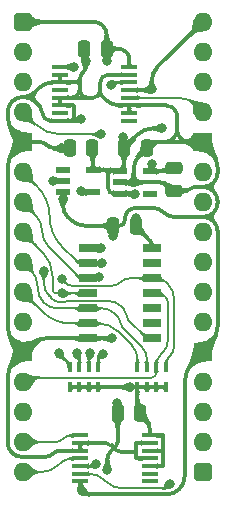
<source format=gtl>
%TF.GenerationSoftware,KiCad,Pcbnew,9.0.7-9.0.7~ubuntu24.04.1*%
%TF.CreationDate,2026-01-21T08:36:54+02:00*%
%TF.ProjectId,Main Memory Small Enable,4d61696e-204d-4656-9d6f-727920536d61,V0*%
%TF.SameCoordinates,Original*%
%TF.FileFunction,Copper,L1,Top*%
%TF.FilePolarity,Positive*%
%FSLAX46Y46*%
G04 Gerber Fmt 4.6, Leading zero omitted, Abs format (unit mm)*
G04 Created by KiCad (PCBNEW 9.0.7-9.0.7~ubuntu24.04.1) date 2026-01-21 08:36:54*
%MOMM*%
%LPD*%
G01*
G04 APERTURE LIST*
G04 Aperture macros list*
%AMRoundRect*
0 Rectangle with rounded corners*
0 $1 Rounding radius*
0 $2 $3 $4 $5 $6 $7 $8 $9 X,Y pos of 4 corners*
0 Add a 4 corners polygon primitive as box body*
4,1,4,$2,$3,$4,$5,$6,$7,$8,$9,$2,$3,0*
0 Add four circle primitives for the rounded corners*
1,1,$1+$1,$2,$3*
1,1,$1+$1,$4,$5*
1,1,$1+$1,$6,$7*
1,1,$1+$1,$8,$9*
0 Add four rect primitives between the rounded corners*
20,1,$1+$1,$2,$3,$4,$5,0*
20,1,$1+$1,$4,$5,$6,$7,0*
20,1,$1+$1,$6,$7,$8,$9,0*
20,1,$1+$1,$8,$9,$2,$3,0*%
G04 Aperture macros list end*
%TA.AperFunction,SMDPad,CuDef*%
%ADD10RoundRect,0.250000X0.250000X0.475000X-0.250000X0.475000X-0.250000X-0.475000X0.250000X-0.475000X0*%
%TD*%
%TA.AperFunction,SMDPad,CuDef*%
%ADD11R,0.450000X0.900000*%
%TD*%
%TA.AperFunction,SMDPad,CuDef*%
%ADD12R,1.150000X0.600000*%
%TD*%
%TA.AperFunction,SMDPad,CuDef*%
%ADD13RoundRect,0.250000X-0.250000X-0.475000X0.250000X-0.475000X0.250000X0.475000X-0.250000X0.475000X0*%
%TD*%
%TA.AperFunction,SMDPad,CuDef*%
%ADD14R,1.550000X0.650000*%
%TD*%
%TA.AperFunction,SMDPad,CuDef*%
%ADD15R,1.475000X0.450000*%
%TD*%
%TA.AperFunction,SMDPad,CuDef*%
%ADD16R,1.250000X0.600000*%
%TD*%
%TA.AperFunction,ComponentPad*%
%ADD17O,1.600000X1.600000*%
%TD*%
%TA.AperFunction,ComponentPad*%
%ADD18R,1.600000X1.600000*%
%TD*%
%TA.AperFunction,ComponentPad*%
%ADD19RoundRect,0.400000X-0.400000X-0.400000X0.400000X-0.400000X0.400000X0.400000X-0.400000X0.400000X0*%
%TD*%
%TA.AperFunction,SMDPad,CuDef*%
%ADD20RoundRect,0.250000X-0.475000X0.250000X-0.475000X-0.250000X0.475000X-0.250000X0.475000X0.250000X0*%
%TD*%
%TA.AperFunction,ViaPad*%
%ADD21C,0.800000*%
%TD*%
%TA.AperFunction,Conductor*%
%ADD22C,0.380000*%
%TD*%
%TA.AperFunction,Conductor*%
%ADD23C,0.200000*%
%TD*%
G04 APERTURE END LIST*
D10*
%TO.P,C1,2*%
%TO.N,GND*%
X3987000Y-10668000D03*
%TO.P,C1,1*%
%TO.N,5V*%
X5887000Y-10668000D03*
%TD*%
%TO.P,C4,2*%
%TO.N,GND*%
X5212000Y-2286000D03*
%TO.P,C4,1*%
%TO.N,5V*%
X7112000Y-2286000D03*
%TD*%
D11*
%TO.P,RN1,8,R1*%
%TO.N,3.3V*%
X6407000Y-30920000D03*
%TO.P,RN1,7,R2*%
X5607000Y-30920000D03*
%TO.P,RN1,6,R3*%
X4807000Y-30920000D03*
%TO.P,RN1,5,R4*%
X4007000Y-30920000D03*
%TO.P,RN1,4,R4*%
%TO.N,~{Main}3*%
X4007000Y-29220000D03*
%TO.P,RN1,3,R3*%
%TO.N,~{Main}2*%
X4807000Y-29220000D03*
%TO.P,RN1,2,R2*%
%TO.N,~{Main}1*%
X5607000Y-29220000D03*
%TO.P,RN1,1,R1*%
%TO.N,~{Main}0*%
X6407000Y-29220000D03*
%TD*%
%TO.P,RN2,8,R1*%
%TO.N,3.3V*%
X12122000Y-30920000D03*
%TO.P,RN2,7,R2*%
X11322000Y-30920000D03*
%TO.P,RN2,6,R3*%
X10522000Y-30920000D03*
%TO.P,RN2,5,R4*%
X9722000Y-30920000D03*
%TO.P,RN2,4,R4*%
%TO.N,~{Main}5*%
X9722000Y-29220000D03*
%TO.P,RN2,3,R3*%
%TO.N,~{Main}4*%
X10522000Y-29220000D03*
%TO.P,RN2,2,R2*%
%TO.N,~{Main}7*%
X11322000Y-29220000D03*
%TO.P,RN2,1,R1*%
%TO.N,~{Main}6*%
X12122000Y-29220000D03*
%TD*%
D12*
%TO.P,IC1,5,3.3VOut*%
%TO.N,3.3V*%
X10825000Y-12639000D03*
%TO.P,IC1,4,ADJ*%
%TO.N,unconnected-(IC1-ADJ-Pad4)*%
X10825000Y-14539000D03*
%TO.P,IC1,3,EN*%
%TO.N,5V*%
X8225000Y-14539000D03*
%TO.P,IC1,2,GND*%
%TO.N,GND*%
X8225000Y-13589000D03*
%TO.P,IC1,1,6VIn*%
%TO.N,5V*%
X8225000Y-12639000D03*
%TD*%
D13*
%TO.P,C10,2*%
%TO.N,GND*%
X10491000Y-10668000D03*
%TO.P,C10,1*%
%TO.N,5V*%
X8591000Y-10668000D03*
%TD*%
D14*
%TO.P,IC3,14,5V*%
%TO.N,5V*%
X10980000Y-19177000D03*
%TO.P,IC3,13,N.C.*%
%TO.N,unconnected-(IC3-N.C.-Pad13)*%
X10980000Y-20447000D03*
%TO.P,IC3,12,H*%
%TO.N,~{Main}6*%
X10980000Y-21717000D03*
%TO.P,IC3,11,G*%
%TO.N,~{Main}7*%
X10980000Y-22987000D03*
%TO.P,IC3,10,N.C.*%
%TO.N,unconnected-(IC3-N.C.-Pad10)*%
X10980000Y-24257000D03*
%TO.P,IC3,9,N.C.*%
%TO.N,unconnected-(IC3-N.C.-Pad9)*%
X10980000Y-25527000D03*
%TO.P,IC3,8,Y*%
%TO.N,/Pre-Main Memory*%
X10980000Y-26797000D03*
%TO.P,IC3,7,GND*%
%TO.N,GND*%
X5530000Y-26797000D03*
%TO.P,IC3,6,F*%
%TO.N,~{Main}5*%
X5530000Y-25527000D03*
%TO.P,IC3,5,E*%
%TO.N,~{Main}4*%
X5530000Y-24257000D03*
%TO.P,IC3,4,D*%
%TO.N,~{Main}3*%
X5530000Y-22987000D03*
%TO.P,IC3,3,C*%
%TO.N,~{Main}2*%
X5530000Y-21717000D03*
%TO.P,IC3,2,B*%
%TO.N,~{Main}1*%
X5530000Y-20447000D03*
%TO.P,IC3,1,A*%
%TO.N,~{Main}0*%
X5530000Y-19177000D03*
%TD*%
D15*
%TO.P,IC4,14,3V*%
%TO.N,3.3V*%
X10762000Y-35007000D03*
%TO.P,IC4,13,~{2RD}*%
%TO.N,GND*%
X10762000Y-35657000D03*
%TO.P,IC4,12,2D*%
%TO.N,3.3V*%
X10762000Y-36307000D03*
%TO.P,IC4,11,2CP*%
%TO.N,GND*%
X10762000Y-36957000D03*
%TO.P,IC4,10,~{2SD}*%
%TO.N,3.3V*%
X10762000Y-37607000D03*
%TO.P,IC4,9,2Q*%
%TO.N,unconnected-(IC4-2Q-Pad9)*%
X10762000Y-38257000D03*
%TO.P,IC4,8,~{2Q}*%
%TO.N,unconnected-(IC4-~{2Q}-Pad8)*%
X10762000Y-38907000D03*
%TO.P,IC4,7,GND*%
%TO.N,GND*%
X4886000Y-38907000D03*
%TO.P,IC4,6,~{1Q}*%
%TO.N,~{Contention}*%
X4886000Y-38257000D03*
%TO.P,IC4,5,1Q*%
%TO.N,/Contention*%
X4886000Y-37607000D03*
%TO.P,IC4,4,~{1SD}*%
%TO.N,~{Set Contention}*%
X4886000Y-36957000D03*
%TO.P,IC4,3,1CP*%
%TO.N,GND*%
X4886000Y-36307000D03*
%TO.P,IC4,2,1D*%
X4886000Y-35657000D03*
%TO.P,IC4,1,~{1RD}*%
%TO.N,~{Reset}*%
X4886000Y-35007000D03*
%TD*%
%TO.P,IC5,16,5V*%
%TO.N,5V*%
X9034000Y-3821000D03*
%TO.P,IC5,15,~{OE}*%
%TO.N,GND*%
X9034000Y-4471000D03*
%TO.P,IC5,14,4B1*%
%TO.N,/~{Pre-Main Memory}*%
X9034000Y-5121000D03*
%TO.P,IC5,13,4B2*%
%TO.N,3.3V*%
X9034000Y-5771000D03*
%TO.P,IC5,12,4A*%
%TO.N,~{Main Memory}*%
X9034000Y-6421000D03*
%TO.P,IC5,11,3B1*%
%TO.N,GND*%
X9034000Y-7071000D03*
%TO.P,IC5,10,3B2*%
X9034000Y-7721000D03*
%TO.P,IC5,9,3A*%
%TO.N,unconnected-(IC5-3A-Pad9)*%
X9034000Y-8371000D03*
%TO.P,IC5,8,GND*%
%TO.N,GND*%
X3158000Y-8371000D03*
%TO.P,IC5,7,2A*%
%TO.N,unconnected-(IC5-2A-Pad7)*%
X3158000Y-7721000D03*
%TO.P,IC5,6,2B2*%
%TO.N,GND*%
X3158000Y-7071000D03*
%TO.P,IC5,5,2B1*%
X3158000Y-6421000D03*
%TO.P,IC5,4,1A*%
%TO.N,unconnected-(IC5-1A-Pad4)*%
X3158000Y-5771000D03*
%TO.P,IC5,3,1B2*%
%TO.N,GND*%
X3158000Y-5121000D03*
%TO.P,IC5,2,1B1*%
X3158000Y-4471000D03*
%TO.P,IC5,1,S*%
%TO.N,/Contention*%
X3158000Y-3821000D03*
%TD*%
D10*
%TO.P,C3,2*%
%TO.N,GND*%
X8051000Y-33147000D03*
%TO.P,C3,1*%
%TO.N,3.3V*%
X9951000Y-33147000D03*
%TD*%
D16*
%TO.P,IC2,5,3V*%
%TO.N,5V*%
X5949000Y-12512000D03*
%TO.P,IC2,4,Y*%
%TO.N,/~{Pre-Main Memory}*%
X5949000Y-14412000D03*
%TO.P,IC2,3,GND*%
%TO.N,GND*%
X3449000Y-14412000D03*
%TO.P,IC2,2,A*%
%TO.N,/Pre-Main Memory*%
X3449000Y-13462000D03*
%TO.P,IC2,1,N.C.*%
%TO.N,unconnected-(IC2-N.C.-Pad1)*%
X3449000Y-12512000D03*
%TD*%
D17*
%TO.P,J2,32*%
%TO.N,3.3V*%
X15240000Y0D03*
%TO.P,J2,31*%
%TO.N,unconnected-(J2-Pad31)*%
X15240000Y-2540000D03*
%TO.P,J2,30*%
%TO.N,unconnected-(J2-Pad30)*%
X15240000Y-5080000D03*
%TO.P,J2,29*%
%TO.N,~{Main Memory}*%
X15240000Y-7620000D03*
D18*
%TO.P,J2,28*%
%TO.N,GND*%
X15240000Y-10160000D03*
D17*
%TO.P,J2,27*%
%TO.N,unconnected-(J2-Pad27)*%
X15240000Y-12700000D03*
%TO.P,J2,26*%
%TO.N,unconnected-(J2-Pad26)*%
X15240000Y-15240000D03*
%TO.P,J2,25*%
%TO.N,unconnected-(J2-Pad25)*%
X15240000Y-17780000D03*
%TO.P,J2,24*%
%TO.N,unconnected-(J2-Pad24)*%
X15240000Y-20320000D03*
%TO.P,J2,23*%
%TO.N,unconnected-(J2-Pad23)*%
X15240000Y-22860000D03*
%TO.P,J2,22*%
%TO.N,unconnected-(J2-Pad22)*%
X15240000Y-25400000D03*
D18*
%TO.P,J2,21*%
%TO.N,GND*%
X15240000Y-27940000D03*
D17*
%TO.P,J2,20*%
%TO.N,unconnected-(J2-Pad20)*%
X15240000Y-30480000D03*
%TO.P,J2,19*%
%TO.N,~{Contention}*%
X15240000Y-33020000D03*
%TO.P,J2,18*%
%TO.N,unconnected-(J2-Pad18)*%
X15240000Y-35560000D03*
D19*
%TO.P,J2,17*%
%TO.N,5V*%
X15240000Y-38100000D03*
D17*
%TO.P,J2,16*%
%TO.N,~{Set Contention}*%
X0Y-38100000D03*
%TO.P,J2,15*%
%TO.N,~{Reset}*%
X0Y-35560000D03*
%TO.P,J2,14*%
%TO.N,unconnected-(J2-Pad14)*%
X0Y-33020000D03*
%TO.P,J2,13*%
%TO.N,~{Main}7*%
X0Y-30480000D03*
D18*
%TO.P,J2,12*%
%TO.N,GND*%
X0Y-27940000D03*
D17*
%TO.P,J2,11*%
%TO.N,~{Main}6*%
X0Y-25400000D03*
%TO.P,J2,10*%
%TO.N,~{Main}5*%
X0Y-22860000D03*
%TO.P,J2,9*%
%TO.N,~{Main}4*%
X0Y-20320000D03*
%TO.P,J2,8*%
%TO.N,~{Main}3*%
X0Y-17780000D03*
%TO.P,J2,7*%
%TO.N,~{Main}2*%
X0Y-15240000D03*
%TO.P,J2,6*%
%TO.N,~{Main}1*%
X0Y-12700000D03*
D18*
%TO.P,J2,5*%
%TO.N,GND*%
X0Y-10160000D03*
D17*
%TO.P,J2,4*%
%TO.N,~{Main}0*%
X0Y-7620000D03*
%TO.P,J2,3*%
%TO.N,unconnected-(J2-Pad3)*%
X0Y-5080000D03*
%TO.P,J2,2*%
%TO.N,unconnected-(J2-Pad2)*%
X0Y-2540000D03*
D19*
%TO.P,J2,1*%
%TO.N,5V*%
X0Y0D03*
%TD*%
D10*
%TO.P,C6,2*%
%TO.N,GND*%
X7670000Y-17272000D03*
%TO.P,C6,1*%
%TO.N,5V*%
X9570000Y-17272000D03*
%TD*%
D20*
%TO.P,C11,2*%
%TO.N,GND*%
X12827000Y-14301000D03*
%TO.P,C11,1*%
%TO.N,3.3V*%
X12827000Y-12401000D03*
%TD*%
D21*
%TO.N,/~{Pre-Main Memory}*%
X7454207Y-5311000D03*
X4953000Y-14351000D03*
%TO.N,/Pre-Main Memory*%
X1790000Y-21082000D03*
X2540003Y-13461997D03*
%TO.N,~{Main}2*%
X6459010Y-21611998D03*
X4572000Y-28067002D03*
%TO.N,~{Main}1*%
X6731000Y-20447000D03*
X5738972Y-28021223D03*
%TO.N,~{Main}0*%
X6604006Y-19177000D03*
X6626565Y-9497830D03*
X6787507Y-28076711D03*
%TO.N,3.3V*%
X9076004Y-30920004D03*
X10922000Y-5715000D03*
X10922000Y-12065000D03*
%TO.N,GND*%
X5334000Y-3302000D03*
X8001000Y-32258000D03*
X3301992Y-10668000D03*
X5016500Y-39687500D03*
X7670000Y-18161000D03*
X7184500Y-37918500D03*
X3429000Y-14986000D03*
X4961382Y-8201956D03*
X7608000Y-26797000D03*
X9398000Y-13589000D03*
%TO.N,5V*%
X9570000Y-16588000D03*
X7112000Y-3302000D03*
X11810996Y-9017002D03*
X8509000Y-9779000D03*
X9525000Y-14605000D03*
%TO.N,~{Contention}*%
X12446000Y-39116000D03*
%TO.N,~{Main}3*%
X3318370Y-22987000D03*
X3049499Y-28047079D03*
%TO.N,~{Main}6*%
X3293731Y-21785205D03*
%TO.N,/Contention*%
X6223000Y-37465000D03*
X4318000Y-3810000D03*
%TD*%
D22*
%TO.N,5V*%
X9570000Y-16930000D02*
G75*
G03*
X9811822Y-17513838I825700J0D01*
G01*
X10804991Y-18506991D02*
G75*
G02*
X10980005Y-18929500I-422491J-422509D01*
G01*
X8771500Y-2548500D02*
G75*
G02*
X9033987Y-3182231I-633700J-633700D01*
G01*
X8771500Y-2548500D02*
G75*
G03*
X8137768Y-2286013I-633700J-633700D01*
G01*
X7379500Y-14398500D02*
G75*
G03*
X7718697Y-14539001I339200J339200D01*
G01*
X7239000Y-12941500D02*
G75*
G03*
X6809500Y-12512000I-429500J0D01*
G01*
X7668500Y-12512000D02*
G75*
G03*
X7239000Y-12941500I0J-429500D01*
G01*
X6794500Y-317499D02*
G75*
G03*
X6027987Y-5I-766500J-766501D01*
G01*
X8161500Y-12575500D02*
G75*
G03*
X8288500Y-12575500I63500J63502D01*
G01*
X6794500Y-317499D02*
G75*
G02*
X7111995Y-1084012I-766500J-766501D01*
G01*
X9492000Y-14572000D02*
G75*
G03*
X9412330Y-14538987I-79700J-79700D01*
G01*
X7239000Y-14059302D02*
G75*
G03*
X7379501Y-14398499I479700J2D01*
G01*
X8591000Y-12014198D02*
G75*
G02*
X8408000Y-12456000I-624800J-2D01*
G01*
X11026497Y-9017002D02*
G75*
G03*
X9687265Y-9571718I3J-1893998D01*
G01*
X8161500Y-12575500D02*
G75*
G03*
X8008197Y-12512001I-153300J-153300D01*
G01*
X8577500Y-14539000D02*
X7872500Y-14539000D01*
X6809500Y-12512000D02*
X7668500Y-12512000D01*
%TO.N,GND*%
X2032000Y-10414000D02*
G75*
G03*
X2645210Y-10667996I613200J613200D01*
G01*
X-628617Y-10788618D02*
G75*
G03*
X-628617Y-9531381I-628620J628618D01*
G01*
X889000Y-10160000D02*
G75*
G03*
X-628617Y-10788618I-3J-2146225D01*
G01*
X-628617Y-9531381D02*
G75*
G03*
X889000Y-10160000I1517617J1517611D01*
G01*
X12471000Y-13945000D02*
G75*
G03*
X11611539Y-13588983I-859500J-859500D01*
G01*
X4170500Y-5100500D02*
G75*
G02*
X4121008Y-5121004I-49500J49500D01*
G01*
X8051000Y-35549039D02*
G75*
G02*
X7898988Y-35915988I-519000J39D01*
G01*
X-634999Y-28575000D02*
G75*
G03*
X-1270001Y-30108025I1533029J-1533030D01*
G01*
X-889000Y-6731000D02*
G75*
G03*
X-1270005Y-7650815I919810J-919820D01*
G01*
X14185500Y-14135500D02*
G75*
G02*
X13785947Y-14301020I-399600J399600D01*
G01*
X11938000Y-16129000D02*
G75*
G03*
X12857815Y-16509994I919800J919800D01*
G01*
X30815Y-6350000D02*
G75*
G03*
X-889000Y-6731000I-3J-1300808D01*
G01*
X4886000Y-39464722D02*
G75*
G03*
X4951257Y-39622243I222800J22D01*
G01*
X2547500Y-36568500D02*
G75*
G02*
X1916183Y-36830001I-631320J631320D01*
G01*
X9557452Y-15748000D02*
G75*
G03*
X8936985Y-16004985I-52J-877400D01*
G01*
X6748500Y-4681500D02*
G75*
G03*
X6537997Y-5189691I508200J-508200D01*
G01*
X8531000Y-17123000D02*
G75*
G02*
X8171282Y-17271993I-359700J359700D01*
G01*
X4572000Y-5080000D02*
G75*
G03*
X4826000Y-4826000I0J254000D01*
G01*
X4826000Y-5334000D02*
G75*
G03*
X4572000Y-5080000I-254000J0D01*
G01*
X4219991Y-5080000D02*
G75*
G03*
X4170503Y-5100503I9J-70000D01*
G01*
X7937500Y-36258500D02*
G75*
G03*
X8397407Y-36448997I459900J459900D01*
G01*
X7541500Y-35862500D02*
G75*
G03*
X7045379Y-35657009I-496100J-496100D01*
G01*
X8680000Y-16763282D02*
G75*
G02*
X8531005Y-17123005I-508700J-18D01*
G01*
X5334000Y-3704789D02*
G75*
G02*
X5080003Y-4318003I-867200J-11D01*
G01*
X-571500Y-28511500D02*
G75*
G03*
X-571499Y-27368499I-571499J571501D01*
G01*
X-571499Y-27368499D02*
G75*
G03*
X571500Y-27368500I571500J571500D01*
G01*
X16510000Y-25771974D02*
G75*
G02*
X15875001Y-27305001I-2168040J4D01*
G01*
X6375500Y-6258500D02*
G75*
G03*
X6537996Y-5866190I-392300J392300D01*
G01*
X6700500Y-6258500D02*
G75*
G03*
X6375500Y-6258500I-162500J-162499D01*
G01*
X6538000Y-5866190D02*
G75*
G03*
X6700497Y-6258503I554800J-10D01*
G01*
X12040000Y-10160000D02*
G75*
G03*
X13081000Y-9119000I0J1041000D01*
G01*
X13081000Y-9119000D02*
G75*
G03*
X14122000Y-10160000I1041000J0D01*
G01*
X12806500Y-7345500D02*
G75*
G03*
X12143798Y-7071001I-662700J-662700D01*
G01*
X1951223Y-26797000D02*
G75*
G03*
X571499Y-27368499I-3J-1951220D01*
G01*
X9634500Y-36897251D02*
G75*
G03*
X9651986Y-36939514I59700J-49D01*
G01*
X-1270000Y-25771974D02*
G75*
G03*
X-634998Y-27304999I2168030J4D01*
G01*
X16152500Y-14327500D02*
G75*
G02*
X16510008Y-15190581I-863100J-863100D01*
G01*
X11938000Y-16129000D02*
G75*
G03*
X11018184Y-15748006I-919800J-919800D01*
G01*
X4155500Y-6421000D02*
G75*
G03*
X4826000Y-5750500I0J670500D01*
G01*
X4826000Y-5750500D02*
G75*
G03*
X5496500Y-6421000I670500J0D01*
G01*
X-1270000Y-8001000D02*
G75*
G03*
X-641382Y-9518617I2146241J3D01*
G01*
X71750Y-6350000D02*
G75*
G03*
X1061444Y-5940054I-4J1399645D01*
G01*
X1061445Y-6759945D02*
G75*
G03*
X71750Y-6350000I-989695J-989695D01*
G01*
X1061444Y-5940054D02*
G75*
G03*
X1061444Y-6759946I409946J-409946D01*
G01*
X13271500Y-39560500D02*
G75*
G02*
X12198382Y-40004993I-1073100J1073100D01*
G01*
X16510000Y-12749418D02*
G75*
G02*
X16152495Y-13612495I-1220600J18D01*
G01*
X4086331Y-8382000D02*
G75*
G03*
X4318000Y-8150331I-31J231700D01*
G01*
X4318000Y-8150331D02*
G75*
G03*
X4549669Y-8382000I231670J1D01*
G01*
X7465750Y-36349250D02*
G75*
G03*
X7184520Y-37028247I678950J-678950D01*
G01*
X15289418Y-13970000D02*
G75*
G03*
X16152495Y-13612495I-18J1220600D01*
G01*
X16152500Y-14327500D02*
G75*
G03*
X15289418Y-13969992I-863100J-863100D01*
G01*
X16152500Y-13612500D02*
G75*
G03*
X16152500Y-14327500I357500J-357500D01*
G01*
X9652000Y-36939500D02*
G75*
G03*
X9694248Y-36957021I42300J42300D01*
G01*
X9651571Y-35657000D02*
G75*
G03*
X9639508Y-35662008I29J-17100D01*
G01*
X7256691Y-4471000D02*
G75*
G03*
X6748502Y-4681502I9J-718700D01*
G01*
X13716000Y-38487382D02*
G75*
G02*
X13271505Y-39560505I-1517600J-18D01*
G01*
X4296750Y-7092250D02*
G75*
G03*
X4245447Y-7071022I-51250J-51250D01*
G01*
X6375500Y-6258500D02*
G75*
G02*
X5983190Y-6420996I-392300J392300D01*
G01*
X1651000Y-7663404D02*
G75*
G03*
X1858251Y-8163749I707600J4D01*
G01*
X-912500Y-36472500D02*
G75*
G03*
X-49418Y-36830000I863087J863094D01*
G01*
X7595000Y-36220000D02*
G75*
G03*
X7595000Y-35916000I-152000J152000D01*
G01*
X7899000Y-36220000D02*
G75*
G03*
X7595000Y-36220000I-152000J-151998D01*
G01*
X7899000Y-35916000D02*
G75*
G03*
X7899000Y-36220000I152000J-152000D01*
G01*
X7595000Y-35916000D02*
G75*
G03*
X7899000Y-35916000I152000J152002D01*
G01*
X5212000Y-3093732D02*
G75*
G03*
X5273010Y-3240990I208300J32D01*
G01*
X8931730Y-16010269D02*
G75*
G03*
X8680011Y-16618000I607770J-607731D01*
G01*
X14478000Y-28702000D02*
G75*
G03*
X13716013Y-30541630I1839600J-1839600D01*
G01*
X3178816Y-36307000D02*
G75*
G03*
X2547495Y-36568495I-16J-892800D01*
G01*
X-1270000Y-35609418D02*
G75*
G03*
X-912500Y-36472500I1220594J5D01*
G01*
X7025500Y-6583500D02*
G75*
G03*
X8202429Y-7070988I1176900J1176900D01*
G01*
X3449000Y-14951857D02*
G75*
G02*
X3439012Y-14976012I-34100J-43D01*
G01*
X11358210Y-10160000D02*
G75*
G03*
X10744997Y-10413997I-10J-867200D01*
G01*
X15875000Y-10795000D02*
G75*
G02*
X16509989Y-12328025I-1533000J-1533000D01*
G01*
X4000500Y-16700500D02*
G75*
G03*
X5380223Y-17272003I1379730J1379730D01*
G01*
X9944500Y-11214500D02*
G75*
G03*
X9397987Y-12533867I1319400J-1319400D01*
G01*
X12806500Y-7345500D02*
G75*
G02*
X13080999Y-8008201I-662700J-662700D01*
G01*
X3429000Y-15557500D02*
G75*
G03*
X3833116Y-16533106I1379700J0D01*
G01*
X5005605Y-4392394D02*
G75*
G03*
X4825996Y-4826000I433595J-433606D01*
G01*
X9639500Y-35662000D02*
G75*
G03*
X9634488Y-35674071I12100J-12100D01*
G01*
X2032000Y-10414000D02*
G75*
G03*
X1418789Y-10160004I-613200J-613200D01*
G01*
X16152500Y-16867500D02*
G75*
G02*
X16510008Y-17730581I-863100J-863100D01*
G01*
X2833000Y-5121000D02*
G75*
G03*
X3158000Y-4796000I0J325000D01*
G01*
X3158000Y-4796000D02*
G75*
G03*
X3483000Y-5121000I325000J0D01*
G01*
X-634999Y-10795000D02*
G75*
G03*
X-1270001Y-12328025I1533029J-1533030D01*
G01*
X4871360Y-8291978D02*
G75*
G02*
X4654027Y-8382006I-217360J217378D01*
G01*
X5175250Y-39846250D02*
G75*
G03*
X5558506Y-40004997I383250J383250D01*
G01*
X1858250Y-8163750D02*
G75*
G03*
X2358595Y-8371002I500350J500350D01*
G01*
X2519250Y-5121000D02*
G75*
G03*
X1428837Y-5572666I0J-1542070D01*
G01*
X16510000Y-15289418D02*
G75*
G02*
X16152495Y-16152495I-1220600J18D01*
G01*
X15289418Y-16510000D02*
G75*
G03*
X16152495Y-16152495I-18J1220600D01*
G01*
X16152500Y-16867500D02*
G75*
G03*
X15289418Y-16509992I-863100J-863100D01*
G01*
X16152500Y-16152500D02*
G75*
G03*
X16152500Y-16867500I357500J-357500D01*
G01*
X8026000Y-32283000D02*
G75*
G02*
X8051018Y-32343355I-60400J-60400D01*
G01*
X14585052Y-13970000D02*
G75*
G03*
X14185514Y-14135514I48J-565100D01*
G01*
X1436393Y-7134893D02*
G75*
G02*
X1651004Y-7653000I-518093J-518107D01*
G01*
X4296750Y-7092250D02*
G75*
G02*
X4318020Y-7143552I-51350J-51350D01*
G01*
X15875000Y-27305000D02*
X14605000Y-28575000D01*
X4826000Y-4826000D02*
X4826000Y-5334000D01*
X571500Y-27368500D02*
X-571500Y-28511500D01*
X14122000Y-10160000D02*
X12040000Y-10160000D01*
X5496500Y-6421000D02*
X4155500Y-6421000D01*
X4549669Y-8382000D02*
X4086331Y-8382000D01*
X3483000Y-5121000D02*
X2833000Y-5121000D01*
%TO.N,3.3V*%
X11884500Y-37602000D02*
G75*
G02*
X11872428Y-37607012I-12100J12100D01*
G01*
X11872428Y-36307000D02*
G75*
G03*
X11884492Y-36301992I-28J17100D01*
G01*
X11884500Y-36312000D02*
G75*
G03*
X11872428Y-36306988I-12100J-12100D01*
G01*
X11884500Y-36302000D02*
G75*
G03*
X11884500Y-36312000I5000J-5000D01*
G01*
X11884500Y-35012000D02*
G75*
G03*
X11872428Y-35006988I-12100J-12100D01*
G01*
X11884500Y-36312000D02*
G75*
G02*
X11889512Y-36324071I-12100J-12100D01*
G01*
X10873500Y-12113500D02*
G75*
G03*
X10824996Y-12230589I117100J-117100D01*
G01*
X10391122Y-33587122D02*
G75*
G02*
X10761987Y-34482500I-895422J-895378D01*
G01*
X11884500Y-35012000D02*
G75*
G02*
X11889512Y-35024071I-12100J-12100D01*
G01*
X11889500Y-37589928D02*
G75*
G02*
X11884492Y-37601992I-17100J28D01*
G01*
X10894000Y-5743000D02*
G75*
G02*
X10826402Y-5771001I-67600J67600D01*
G01*
X11415914Y-3824085D02*
G75*
G03*
X10921991Y-5016500I1192386J-1192415D01*
G01*
X11889500Y-36289928D02*
G75*
G02*
X11884492Y-36301992I-17100J28D01*
G01*
D23*
%TO.N,~{Main Memory}*%
X14640500Y-7020500D02*
G75*
G03*
X13193178Y-6421009I-1447300J-1447300D01*
G01*
%TO.N,/Contention*%
X6152000Y-37536000D02*
G75*
G02*
X5980590Y-37606996I-171400J171400D01*
G01*
%TO.N,~{Set Contention}*%
X2984499Y-37528499D02*
G75*
G02*
X1604776Y-38100001I-1379729J1379729D01*
G01*
X4221000Y-36957000D02*
G75*
G03*
X3085784Y-37427237I0J-1605400D01*
G01*
%TO.N,~{Main}5*%
X8059332Y-26187671D02*
G75*
G03*
X6464330Y-25526996I-1595002J-1594989D01*
G01*
X9237751Y-27366090D02*
G75*
G02*
X9722029Y-28535169I-1169051J-1169110D01*
G01*
X1654776Y-24514776D02*
G75*
G03*
X4098500Y-25526999I2443724J2443726D01*
G01*
%TO.N,~{Main}6*%
X12319000Y-22225000D02*
G75*
G02*
X12826992Y-23451420I-1226400J-1226400D01*
G01*
X8313500Y-22029500D02*
G75*
G02*
X7559058Y-22341953I-754400J754500D01*
G01*
X12827000Y-27441489D02*
G75*
G02*
X12474503Y-28292503I-1203500J-11D01*
G01*
X3572128Y-22063602D02*
G75*
G03*
X4244239Y-22342000I672112J672112D01*
G01*
X12325293Y-28441706D02*
G75*
G03*
X12122003Y-28932500I490807J-490794D01*
G01*
X9067941Y-21717000D02*
G75*
G03*
X8313488Y-22029488I-41J-1066900D01*
G01*
X12104802Y-22010802D02*
G75*
G03*
X11395500Y-21716998I-709302J-709298D01*
G01*
X11395500Y-21717000D02*
X10564500Y-21717000D01*
%TO.N,~{Main}3*%
X2540000Y-22661796D02*
G75*
G03*
X2635249Y-22891751I325200J-4D01*
G01*
X2635250Y-22891750D02*
G75*
G03*
X2865203Y-22986998I229950J229950D01*
G01*
X1664425Y-19444425D02*
G75*
G02*
X2540000Y-21558250I-2113830J-2113827D01*
G01*
%TO.N,~{Contention}*%
X6902117Y-38783617D02*
G75*
G03*
X5630750Y-38256998I-1271367J-1271363D01*
G01*
X12255500Y-39306500D02*
G75*
G02*
X11795592Y-39496997I-459900J459900D01*
G01*
X6995500Y-38877000D02*
G75*
G03*
X8492312Y-39496995I1496800J1496800D01*
G01*
%TO.N,~{Reset}*%
X3451500Y-35283500D02*
G75*
G02*
X2783969Y-35560004I-667540J667540D01*
G01*
X4119030Y-35007000D02*
G75*
G03*
X3451500Y-35283500I0J-944030D01*
G01*
%TO.N,~{Main}4*%
X10062734Y-27461734D02*
G75*
G02*
X10522009Y-28570500I-1108734J-1108766D01*
G01*
X8075394Y-24966394D02*
G75*
G02*
X8255003Y-25400000I-433594J-433606D01*
G01*
X7810500Y-24701500D02*
G75*
G03*
X6737382Y-24257007I-1073100J-1073100D01*
G01*
X8255000Y-25400000D02*
G75*
G03*
X8434607Y-25833603I613200J0D01*
G01*
X1270000Y-22522579D02*
G75*
G03*
X1778002Y-23748998I1734410J-1D01*
G01*
X1778000Y-23749000D02*
G75*
G03*
X3004420Y-24257000I1226420J1226420D01*
G01*
X686283Y-21006283D02*
G75*
G02*
X1270000Y-22415500I-1409225J-1409221D01*
G01*
%TO.N,~{Main}0*%
X6612980Y-9511415D02*
G75*
G02*
X6580182Y-9524983I-32780J32815D01*
G01*
X952500Y-8572500D02*
G75*
G03*
X3252038Y-9525001I2299540J2299540D01*
G01*
X6597253Y-28266964D02*
G75*
G03*
X6406993Y-28726277I459347J-459336D01*
G01*
%TO.N,~{Main}7*%
X12065000Y-23241000D02*
G75*
G03*
X11451789Y-22987004I-613200J-613200D01*
G01*
X11201500Y-29990499D02*
G75*
G02*
X10910588Y-30110994I-290900J290899D01*
G01*
X11551809Y-28340190D02*
G75*
G03*
X11321994Y-28895000I554791J-554810D01*
G01*
X11322000Y-29699587D02*
G75*
G02*
X11201504Y-29990503I-411400J-13D01*
G01*
X12319000Y-26868014D02*
G75*
G02*
X11820496Y-28071496I-1702000J14D01*
G01*
X12065000Y-23241000D02*
G75*
G02*
X12318996Y-23854210I-613200J-613200D01*
G01*
%TO.N,~{Main}1*%
X2286000Y-16475500D02*
G75*
G03*
X3339237Y-19018233I3595960J0D01*
G01*
X1232764Y-13932764D02*
G75*
G02*
X2286000Y-16475500I-2542744J-2542740D01*
G01*
X5672986Y-28087209D02*
G75*
G03*
X5607012Y-28246513I159314J-159291D01*
G01*
X4498592Y-20177592D02*
G75*
G03*
X5149000Y-20447005I650408J650392D01*
G01*
X5911000Y-20447000D02*
X5149000Y-20447000D01*
%TO.N,~{Main}2*%
X1651000Y-17694169D02*
G75*
G03*
X2218926Y-19065265I1939020J-1D01*
G01*
X4689500Y-28184502D02*
G75*
G02*
X4807011Y-28468172I-283700J-283698D01*
G01*
X1083073Y-16323073D02*
G75*
G02*
X1651000Y-17694169I-1371100J-1371098D01*
G01*
%TO.N,/Pre-Main Memory*%
X8763000Y-24770500D02*
G75*
G03*
X8946492Y-25213496I626500J0D01*
G01*
X3808277Y-23632000D02*
G75*
G03*
X3681552Y-23684521I23J-179200D01*
G01*
X3681531Y-23684500D02*
G75*
G02*
X3554784Y-23736973I-126731J126800D01*
G01*
X8579505Y-24327505D02*
G75*
G02*
X8762997Y-24770500I-443005J-442995D01*
G01*
X2482529Y-23437529D02*
G75*
G03*
X3205515Y-23736998I722981J722979D01*
G01*
X8323500Y-24071500D02*
G75*
G03*
X7262453Y-23631999I-1061050J-1061050D01*
G01*
X1790000Y-22043550D02*
G75*
G03*
X2286000Y-23241000I1693450J0D01*
G01*
%TO.N,/~{Pre-Main Memory}*%
X4983500Y-14381500D02*
G75*
G03*
X5057133Y-14411986I73600J73600D01*
G01*
X7778557Y-5121000D02*
G75*
G03*
X7549239Y-5216032I43J-324300D01*
G01*
D22*
%TO.N,GND*%
X11611539Y-13589000D02*
X9398000Y-13589000D01*
X12471000Y-13945000D02*
X12827000Y-14301000D01*
X9398000Y-13589000D02*
X9398000Y-12533867D01*
X9944500Y-11214500D02*
X10491000Y-10668000D01*
X9398000Y-13589000D02*
X8225000Y-13589000D01*
X3429000Y-15557500D02*
X3429000Y-14986000D01*
X4000500Y-16700500D02*
X3833111Y-16533111D01*
X5380223Y-17272000D02*
X7670000Y-17272000D01*
X9034000Y-7071000D02*
X8202429Y-7071000D01*
X6700500Y-6258500D02*
X7025500Y-6583500D01*
D23*
%TO.N,/~{Pre-Main Memory}*%
X5057133Y-14412000D02*
X5949000Y-14412000D01*
X7778557Y-5121000D02*
X9034000Y-5121000D01*
X4953000Y-14351000D02*
X4983500Y-14381500D01*
X7454207Y-5311000D02*
X7549207Y-5216000D01*
%TO.N,/Pre-Main Memory*%
X2540006Y-13462000D02*
X3449000Y-13462000D01*
X8946494Y-25213494D02*
X10530000Y-26797000D01*
X1790000Y-21082000D02*
X1790000Y-22043550D01*
X3808277Y-23632000D02*
X7262453Y-23632000D01*
X2540006Y-13462000D02*
X2540003Y-13461997D01*
X3554784Y-23737000D02*
X3205515Y-23737000D01*
X2482529Y-23437529D02*
X2286000Y-23241000D01*
X8579505Y-24327505D02*
X8323500Y-24071500D01*
%TO.N,~{Main}2*%
X2218926Y-19065265D02*
X4870661Y-21717000D01*
X4572000Y-28067002D02*
X4689500Y-28184502D01*
X4807000Y-28468172D02*
X4807000Y-29220000D01*
X1083073Y-16323073D02*
X0Y-15240000D01*
%TO.N,~{Main}1*%
X3339235Y-19018235D02*
X4498592Y-20177592D01*
X1232764Y-13932764D02*
X0Y-12700000D01*
X5911000Y-20447000D02*
X6731000Y-20447000D01*
X5607000Y-28246513D02*
X5607000Y-29220000D01*
X5738972Y-28021223D02*
X5672986Y-28087209D01*
%TO.N,~{Main}7*%
X11322000Y-28895000D02*
X11322000Y-29220000D01*
X11451789Y-22987000D02*
X10980000Y-22987000D01*
X10910588Y-30110999D02*
X369001Y-30110999D01*
X12319000Y-26868014D02*
X12319000Y-23854210D01*
X11322000Y-29699587D02*
X11322000Y-29220000D01*
X11551809Y-28340190D02*
X11820500Y-28071500D01*
%TO.N,~{Main}0*%
X6407000Y-28726277D02*
X6407000Y-29220000D01*
X6787507Y-28076711D02*
X6597253Y-28266964D01*
X952500Y-8572500D02*
X0Y-7620000D01*
X6604006Y-19177000D02*
X5530000Y-19177000D01*
X6580182Y-9525000D02*
X3252038Y-9525000D01*
X6612980Y-9511415D02*
X6626565Y-9497830D01*
%TO.N,~{Main}4*%
X8075394Y-24966394D02*
X7810500Y-24701500D01*
X10062734Y-27461734D02*
X8434605Y-25833605D01*
X686283Y-21006283D02*
X0Y-20320000D01*
X1270000Y-22522579D02*
X1270000Y-22415500D01*
X10522000Y-28570500D02*
X10522000Y-29220000D01*
X5530000Y-24257000D02*
X3004420Y-24257000D01*
X5530000Y-24257000D02*
X6737382Y-24257000D01*
D22*
%TO.N,3.3V*%
X4807000Y-30920000D02*
X4007000Y-30920000D01*
X11889500Y-35024071D02*
X11889500Y-36289928D01*
X10922000Y-5715000D02*
X10894000Y-5743000D01*
X10391122Y-33587122D02*
X9951000Y-33147000D01*
X10762000Y-35007000D02*
X10762000Y-34482500D01*
X5607000Y-30920000D02*
X4807000Y-30920000D01*
X9076000Y-30920000D02*
X6407000Y-30920000D01*
X10873500Y-12113500D02*
X10922000Y-12065000D01*
X11889500Y-36324071D02*
X11889500Y-37589928D01*
X11415914Y-3824085D02*
X15240000Y0D01*
X9076000Y-30920000D02*
X9076004Y-30920004D01*
X10762000Y-35007000D02*
X11872428Y-35007000D01*
X9076008Y-30920000D02*
X9076004Y-30920004D01*
X11322000Y-30920000D02*
X10522000Y-30920000D01*
X10826402Y-5771000D02*
X9034000Y-5771000D01*
X11872428Y-36307000D02*
X10762000Y-36307000D01*
X9722000Y-30920000D02*
X10522000Y-30920000D01*
X11322000Y-30920000D02*
X12122000Y-30920000D01*
X9722000Y-30920000D02*
X9722000Y-32918000D01*
X9076008Y-30920000D02*
X9722000Y-30920000D01*
X5607000Y-30920000D02*
X6407000Y-30920000D01*
X10825000Y-12639000D02*
X12684000Y-12639000D01*
X11872428Y-37607000D02*
X10762000Y-37607000D01*
X10825000Y-12230589D02*
X10825000Y-12639000D01*
X10922000Y-5715000D02*
X10922000Y-5016500D01*
%TO.N,GND*%
X7670000Y-18161000D02*
X7670000Y-17272000D01*
X9651571Y-35657000D02*
X10762000Y-35657000D01*
X5530000Y-26797000D02*
X7608000Y-26797000D01*
X9634500Y-36897251D02*
X9634500Y-35674071D01*
X9034000Y-7071000D02*
X12143798Y-7071000D01*
X1061445Y-6759945D02*
X1436393Y-7134893D01*
X15875000Y-10795000D02*
X15240000Y-10160000D01*
X14605000Y-28575000D02*
X14478000Y-28702000D01*
X16510000Y-12749418D02*
X16510000Y-12328025D01*
X-628617Y-9531381D02*
X-641382Y-9518617D01*
X5530000Y-26797000D02*
X1951223Y-26797000D01*
X-571499Y-27368499D02*
X-634999Y-27305000D01*
X-1270000Y-7650815D02*
X-1270000Y-8001000D01*
X14122000Y-10160000D02*
X15240000Y-10160000D01*
X5079999Y-4317999D02*
X5005605Y-4392394D01*
X4961382Y-8201956D02*
X4871360Y-8291978D01*
X30815Y-6350000D02*
X71750Y-6350000D01*
X889000Y-10160000D02*
X1418789Y-10160000D01*
X4886000Y-36307000D02*
X4886000Y-35657000D01*
X13716000Y-38487382D02*
X13716000Y-30541630D01*
X4572000Y-5080000D02*
X4219991Y-5080000D01*
X8051000Y-33147000D02*
X8051000Y-32343355D01*
X12857815Y-16510000D02*
X15289418Y-16510000D01*
X3439000Y-14976000D02*
X3429000Y-14986000D01*
X-1270000Y-30108025D02*
X-1270000Y-35609418D01*
X7465750Y-36349250D02*
X7595000Y-36220000D01*
X3158000Y-7071000D02*
X3158000Y-6421000D01*
X9557452Y-15748000D02*
X11018184Y-15748000D01*
X1061444Y-5940054D02*
X1428835Y-5572664D01*
X2358595Y-8371000D02*
X3158000Y-8371000D01*
X8001000Y-32258000D02*
X8026000Y-32283000D01*
X-1270000Y-25771974D02*
X-1270000Y-12328025D01*
X2645210Y-10668000D02*
X3301992Y-10668000D01*
X3158000Y-7071000D02*
X4245447Y-7071000D01*
X4886000Y-39464722D02*
X4886000Y-38907000D01*
X5496500Y-6421000D02*
X5983190Y-6421000D01*
X4086331Y-8382000D02*
X3169000Y-8382000D01*
X12198382Y-40005000D02*
X5558506Y-40005000D01*
X1651000Y-7663404D02*
X1651000Y-7653000D01*
X5212000Y-3093732D02*
X5212000Y-2286000D01*
X5334000Y-3704789D02*
X5334000Y-3302000D01*
X4318000Y-8150331D02*
X4318000Y-7143552D01*
X13081000Y-9119000D02*
X13081000Y-8008201D01*
X12040000Y-10160000D02*
X11358210Y-10160000D01*
X15289418Y-13970000D02*
X14585052Y-13970000D01*
X4886000Y-36307000D02*
X3178816Y-36307000D01*
X6538000Y-5189691D02*
X6538000Y-5866190D01*
X5273000Y-3241000D02*
X5334000Y-3302000D01*
X3302000Y-10668000D02*
X3987000Y-10668000D01*
X1916183Y-36830000D02*
X-49418Y-36830000D01*
X9034000Y-7071000D02*
X9034000Y-7721000D01*
X8936999Y-16004999D02*
X8931730Y-16010269D01*
X9694248Y-36957000D02*
X10762000Y-36957000D01*
X8397407Y-36449000D02*
X9634500Y-36449000D01*
X2833000Y-5121000D02*
X2519250Y-5121000D01*
X5175250Y-39846250D02*
X5016500Y-39687500D01*
X4121008Y-5121000D02*
X3483000Y-5121000D01*
X-628617Y-10788618D02*
X-634999Y-10795000D01*
X4549669Y-8382000D02*
X4654027Y-8382000D01*
X7937500Y-36258500D02*
X7899000Y-36220000D01*
X3158000Y-4796000D02*
X3158000Y-4471000D01*
X10745000Y-10414000D02*
X10491000Y-10668000D01*
X3449000Y-14951857D02*
X3449000Y-14412000D01*
X8171282Y-17272000D02*
X7670000Y-17272000D01*
X7184500Y-37918500D02*
X7184500Y-37028247D01*
X13785947Y-14301000D02*
X12827000Y-14301000D01*
X4155500Y-6421000D02*
X3158000Y-6421000D01*
X4826000Y-5334000D02*
X4826000Y-5750500D01*
X8680000Y-16763282D02*
X8680000Y-16618000D01*
X7045379Y-35657000D02*
X4886000Y-35657000D01*
X16510000Y-25771974D02*
X16510000Y-17730581D01*
X-634999Y-28575000D02*
X-571500Y-28511500D01*
X7256691Y-4471000D02*
X9034000Y-4471000D01*
X8051000Y-35549039D02*
X8051000Y-33147000D01*
X3302000Y-10668000D02*
X3301992Y-10668000D01*
X7541500Y-35862500D02*
X7595000Y-35916000D01*
X16510000Y-15190581D02*
X16510000Y-15289418D01*
X4951250Y-39622250D02*
X5016500Y-39687500D01*
%TO.N,5V*%
X8591000Y-10668000D02*
X9687273Y-9571726D01*
X5949000Y-12512000D02*
X5949000Y-10730000D01*
X6809500Y-12512000D02*
X5949000Y-12512000D01*
X7872500Y-14539000D02*
X7718697Y-14539000D01*
X6027987Y0D02*
X0Y0D01*
X7112000Y-1084012D02*
X7112000Y-2286000D01*
X9570000Y-16930000D02*
X9570000Y-16588000D01*
X8288500Y-12575500D02*
X8408000Y-12456000D01*
X7239000Y-12941500D02*
X7239000Y-14059302D01*
X9811830Y-17513830D02*
X10804991Y-18506991D01*
X7112000Y-3302000D02*
X7112000Y-2286000D01*
X11026497Y-9017002D02*
X11810996Y-9017002D01*
X8509000Y-9779000D02*
X8509000Y-10586000D01*
X8137768Y-2286000D02*
X7112000Y-2286000D01*
X8577500Y-14539000D02*
X9412330Y-14539000D01*
X9034000Y-3182231D02*
X9034000Y-3821000D01*
X10980000Y-18929500D02*
X10980000Y-19177000D01*
X7668500Y-12512000D02*
X8008197Y-12512000D01*
X8591000Y-10668000D02*
X8591000Y-12014198D01*
X9525000Y-14605000D02*
X9492000Y-14572000D01*
D23*
%TO.N,~{Reset}*%
X2783969Y-35560000D02*
X0Y-35560000D01*
X4119030Y-35007000D02*
X4886000Y-35007000D01*
%TO.N,~{Contention}*%
X11795592Y-39497000D02*
X8492312Y-39497000D01*
X6902117Y-38783617D02*
X6995500Y-38877000D01*
X5630750Y-38257000D02*
X4886000Y-38257000D01*
X12446000Y-39116000D02*
X12255500Y-39306500D01*
%TO.N,~{Main}3*%
X1664425Y-19444425D02*
X0Y-17780000D01*
X3318370Y-22987000D02*
X2865203Y-22987000D01*
X2540000Y-22661796D02*
X2540000Y-21558250D01*
X3049499Y-28047079D02*
X4007000Y-29004580D01*
X3318370Y-22987000D02*
X5530000Y-22987000D01*
%TO.N,~{Main}6*%
X12122000Y-28932500D02*
X12122000Y-29220000D01*
X12319000Y-22225000D02*
X12104802Y-22010802D01*
X7559058Y-22342000D02*
X4244239Y-22342000D01*
X3293731Y-21785205D02*
X3572128Y-22063602D01*
X12474499Y-28292499D02*
X12325293Y-28441706D01*
X10564500Y-21717000D02*
X9067941Y-21717000D01*
X12827000Y-23451420D02*
X12827000Y-27441489D01*
%TO.N,~{Main}5*%
X5530000Y-25527000D02*
X4098500Y-25527000D01*
X8059332Y-26187671D02*
X9237751Y-27366090D01*
X9722000Y-28535169D02*
X9722000Y-29220000D01*
X6464330Y-25527000D02*
X5530000Y-25527000D01*
X1654776Y-24514776D02*
X0Y-22860000D01*
%TO.N,~{Set Contention}*%
X2984499Y-37528499D02*
X3085773Y-37427226D01*
X4221000Y-36957000D02*
X4886000Y-36957000D01*
X1604776Y-38100000D02*
X0Y-38100000D01*
%TO.N,/Contention*%
X5980590Y-37607000D02*
X4886000Y-37607000D01*
X6223000Y-37465000D02*
X6152000Y-37536000D01*
X4318000Y-3810000D02*
X3169000Y-3810000D01*
%TO.N,~{Main Memory}*%
X13193178Y-6421000D02*
X9034000Y-6421000D01*
X14640500Y-7020500D02*
X15240000Y-7620000D01*
%TD*%
%TA.AperFunction,Conductor*%
%TO.N,5V*%
G36*
X9950113Y-16663586D02*
G01*
X9957549Y-16668574D01*
X9959280Y-16677360D01*
X9959116Y-16678063D01*
X9941956Y-16742605D01*
X9941511Y-16743948D01*
X9915541Y-16808805D01*
X9914930Y-16810095D01*
X9855779Y-16917626D01*
X9855625Y-16917899D01*
X9827105Y-16966608D01*
X9827103Y-16966613D01*
X9792592Y-17052327D01*
X9792592Y-17052330D01*
X9788588Y-17093189D01*
X9788588Y-17093197D01*
X9794256Y-17137458D01*
X9794258Y-17137468D01*
X9813767Y-17191812D01*
X9813771Y-17191821D01*
X9844017Y-17244492D01*
X9845165Y-17253373D01*
X9840371Y-17260046D01*
X9543651Y-17458298D01*
X9534868Y-17460045D01*
X9527423Y-17455070D01*
X9527155Y-17454651D01*
X9471951Y-17363910D01*
X9471395Y-17362883D01*
X9431427Y-17279427D01*
X9430853Y-17277991D01*
X9385459Y-17137657D01*
X9336680Y-16989079D01*
X9296854Y-16907475D01*
X9243256Y-16819790D01*
X9241866Y-16810945D01*
X9246715Y-16803978D01*
X9565399Y-16589886D01*
X9574174Y-16588118D01*
X9950113Y-16663586D01*
G37*
%TD.AperFunction*%
%TD*%
%TA.AperFunction,Conductor*%
%TO.N,5V*%
G36*
X10990983Y-18435088D02*
G01*
X10993531Y-18439146D01*
X11021916Y-18515818D01*
X11055341Y-18605729D01*
X11072945Y-18653084D01*
X11072946Y-18653087D01*
X11072947Y-18653088D01*
X11134750Y-18773666D01*
X11190191Y-18833586D01*
X11228763Y-18846616D01*
X11235504Y-18852511D01*
X11236103Y-18861446D01*
X11234107Y-18865068D01*
X10988078Y-19168608D01*
X10980207Y-19172877D01*
X10971622Y-19170330D01*
X10971601Y-19170314D01*
X10603279Y-18870397D01*
X10599028Y-18862515D01*
X10601594Y-18853936D01*
X10609476Y-18849685D01*
X10609651Y-18849669D01*
X10644384Y-18846874D01*
X10688360Y-18832945D01*
X10715750Y-18812384D01*
X10729692Y-18787361D01*
X10729783Y-18732620D01*
X10716168Y-18693147D01*
X10716710Y-18684210D01*
X10719107Y-18680911D01*
X10974440Y-18434783D01*
X10982774Y-18431510D01*
X10990983Y-18435088D01*
G37*
%TD.AperFunction*%
%TD*%
%TA.AperFunction,Conductor*%
%TO.N,5V*%
G36*
X7665285Y-14246983D02*
G01*
X8202245Y-14527432D01*
X8207990Y-14534299D01*
X8207198Y-14543219D01*
X8200846Y-14548790D01*
X7662273Y-14745785D01*
X7653326Y-14745409D01*
X7647266Y-14738816D01*
X7646890Y-14737581D01*
X7643318Y-14722998D01*
X7637097Y-14714690D01*
X7624657Y-14698078D01*
X7624653Y-14698074D01*
X7559690Y-14654426D01*
X7559688Y-14654425D01*
X7559686Y-14654424D01*
X7377282Y-14585764D01*
X7377253Y-14585753D01*
X7269685Y-14546444D01*
X7263091Y-14540386D01*
X7262712Y-14531439D01*
X7265265Y-14527348D01*
X7509412Y-14273404D01*
X7517615Y-14269816D01*
X7524333Y-14271777D01*
X7537999Y-14280886D01*
X7601776Y-14316126D01*
X7632887Y-14308637D01*
X7645361Y-14284021D01*
X7648232Y-14256155D01*
X7652488Y-14248278D01*
X7661069Y-14245717D01*
X7665285Y-14246983D01*
G37*
%TD.AperFunction*%
%TD*%
%TA.AperFunction,Conductor*%
%TO.N,5V*%
G36*
X7660287Y-12344348D02*
G01*
X8205514Y-12627795D01*
X8211273Y-12634651D01*
X8210497Y-12643572D01*
X8205417Y-12648605D01*
X7665892Y-12922829D01*
X7656964Y-12923523D01*
X7650161Y-12917700D01*
X7648914Y-12913116D01*
X7645618Y-12859106D01*
X7619632Y-12780239D01*
X7619630Y-12780237D01*
X7594303Y-12756817D01*
X7565806Y-12749401D01*
X7517313Y-12760302D01*
X7508490Y-12758773D01*
X7506474Y-12757160D01*
X7256726Y-12507412D01*
X7253299Y-12499139D01*
X7256726Y-12490866D01*
X7262015Y-12487825D01*
X7388861Y-12454390D01*
X7388863Y-12454398D01*
X7388892Y-12454381D01*
X7566242Y-12408197D01*
X7631643Y-12373542D01*
X7644559Y-12349238D01*
X7651467Y-12343541D01*
X7660287Y-12344348D01*
G37*
%TD.AperFunction*%
%TD*%
%TA.AperFunction,Conductor*%
%TO.N,5V*%
G36*
X8763262Y-12056724D02*
G01*
X8771483Y-12060274D01*
X8774786Y-12068598D01*
X8773923Y-12072836D01*
X8758543Y-12110596D01*
X8722751Y-12199342D01*
X8705898Y-12278576D01*
X8705898Y-12278577D01*
X8717961Y-12320979D01*
X8717962Y-12320981D01*
X8737926Y-12335013D01*
X8737637Y-12335423D01*
X8742546Y-12340269D01*
X8742604Y-12349224D01*
X8737452Y-12355041D01*
X8235252Y-12634290D01*
X8226356Y-12635316D01*
X8219341Y-12629751D01*
X8219318Y-12629711D01*
X8068296Y-12355591D01*
X8067307Y-12346693D01*
X8072899Y-12339699D01*
X8078085Y-12338256D01*
X8089591Y-12337804D01*
X8150469Y-12327369D01*
X8203454Y-12307634D01*
X8258334Y-12273395D01*
X8303210Y-12231047D01*
X8364851Y-12138953D01*
X8397414Y-12058721D01*
X8403700Y-12052345D01*
X8408427Y-12051423D01*
X8763262Y-12056724D01*
G37*
%TD.AperFunction*%
%TD*%
%TA.AperFunction,Conductor*%
%TO.N,5V*%
G36*
X7362705Y-12323109D02*
G01*
X7604522Y-12344225D01*
X7867491Y-12370400D01*
X8076669Y-12369051D01*
X8079298Y-12369035D01*
X8123152Y-12361210D01*
X8232828Y-12341641D01*
X8241572Y-12343561D01*
X8246399Y-12351104D01*
X8246551Y-12354000D01*
X8226536Y-12631565D01*
X8222523Y-12639571D01*
X8219034Y-12641656D01*
X7663533Y-12853468D01*
X7654582Y-12853214D01*
X7648433Y-12846704D01*
X7647801Y-12844312D01*
X7641880Y-12805766D01*
X7641880Y-12805765D01*
X7619666Y-12766247D01*
X7586583Y-12738160D01*
X7545852Y-12719576D01*
X7545851Y-12719575D01*
X7454311Y-12703223D01*
X7454303Y-12703222D01*
X7370838Y-12701809D01*
X7370819Y-12701809D01*
X7370809Y-12701809D01*
X7368173Y-12701833D01*
X7361806Y-12701891D01*
X7353502Y-12698539D01*
X7350000Y-12690297D01*
X7350000Y-12334766D01*
X7353427Y-12326493D01*
X7361700Y-12323066D01*
X7362705Y-12323109D01*
G37*
%TD.AperFunction*%
%TD*%
%TA.AperFunction,Conductor*%
%TO.N,GND*%
G36*
X11893405Y-13431791D02*
G01*
X12046695Y-13500819D01*
X12046696Y-13500819D01*
X12046705Y-13500823D01*
X12293731Y-13611527D01*
X12453075Y-13672757D01*
X12590230Y-13725461D01*
X12590233Y-13725461D01*
X12590239Y-13725464D01*
X12816148Y-13784838D01*
X12971571Y-13799628D01*
X12979482Y-13803823D01*
X12982109Y-13812383D01*
X12981619Y-13814799D01*
X12830213Y-14294106D01*
X12824453Y-14300963D01*
X12820663Y-14302171D01*
X12119468Y-14399432D01*
X12110803Y-14397174D01*
X12106272Y-14389450D01*
X12106545Y-14384871D01*
X12120471Y-14331901D01*
X12127306Y-14265386D01*
X12123123Y-14194669D01*
X12123122Y-14194664D01*
X12108155Y-14127928D01*
X12108153Y-14127921D01*
X12108152Y-14127920D01*
X12108152Y-14127917D01*
X12079439Y-14055958D01*
X12079438Y-14055957D01*
X12079437Y-14055953D01*
X12079436Y-14055952D01*
X12041100Y-13990760D01*
X12041096Y-13990755D01*
X12041094Y-13990751D01*
X11988994Y-13925585D01*
X11931757Y-13871297D01*
X11931755Y-13871295D01*
X11826508Y-13804934D01*
X11821337Y-13797623D01*
X11821192Y-13793206D01*
X11831924Y-13725464D01*
X11877045Y-13440627D01*
X11881724Y-13432993D01*
X11890432Y-13430903D01*
X11893405Y-13431791D01*
G37*
%TD.AperFunction*%
%TD*%
%TA.AperFunction,Conductor*%
%TO.N,GND*%
G36*
X-785514Y-27670289D02*
G01*
X-4337Y-27937463D01*
X2379Y-27943380D01*
X125166Y-28194895D01*
X383471Y-28724005D01*
X384021Y-28732943D01*
X378090Y-28739652D01*
X373500Y-28740825D01*
X270153Y-28745624D01*
X270146Y-28745624D01*
X270144Y-28745625D01*
X142835Y-28763082D01*
X142826Y-28763084D01*
X17052Y-28791303D01*
X17032Y-28791309D01*
X-115977Y-28832629D01*
X-115994Y-28832635D01*
X-244878Y-28883885D01*
X-374590Y-28946981D01*
X-374599Y-28946986D01*
X-496995Y-29017980D01*
X-610984Y-29095536D01*
X-610988Y-29095539D01*
X-610993Y-29095543D01*
X-714759Y-29177869D01*
X-878396Y-29341483D01*
X-977377Y-29483575D01*
X-984916Y-29488404D01*
X-990004Y-29488188D01*
X-1334810Y-29395798D01*
X-1341914Y-29390347D01*
X-1343083Y-29381469D01*
X-1342074Y-29378932D01*
X-1332110Y-29360506D01*
X-1332094Y-29360475D01*
X-1140053Y-28961493D01*
X-1140052Y-28961489D01*
X-980237Y-28553878D01*
X-872340Y-28194895D01*
X-814901Y-27899371D01*
X-800973Y-27680617D01*
X-797028Y-27672578D01*
X-788554Y-27669684D01*
X-785514Y-27670289D01*
G37*
%TD.AperFunction*%
%TD*%
%TA.AperFunction,Conductor*%
%TO.N,GND*%
G36*
X16230000Y-26391809D02*
G01*
X16574809Y-26484200D01*
X16581913Y-26489651D01*
X16583082Y-26498529D01*
X16582073Y-26501066D01*
X16572111Y-26519488D01*
X16572095Y-26519519D01*
X16380054Y-26918503D01*
X16380053Y-26918507D01*
X16220237Y-27326120D01*
X16112340Y-27685103D01*
X16054901Y-27980627D01*
X16040973Y-28199380D01*
X16037028Y-28207419D01*
X16028554Y-28210313D01*
X16025511Y-28209707D01*
X15244339Y-27942537D01*
X15237620Y-27936618D01*
X15237611Y-27936600D01*
X14856527Y-27155994D01*
X14855977Y-27147056D01*
X14861908Y-27140347D01*
X14866496Y-27139174D01*
X14969857Y-27134374D01*
X15097166Y-27116917D01*
X15191012Y-27095860D01*
X15222948Y-27088696D01*
X15222953Y-27088694D01*
X15222964Y-27088692D01*
X15355983Y-27047369D01*
X15484882Y-26996112D01*
X15614597Y-26933014D01*
X15736986Y-26862025D01*
X15850993Y-26784456D01*
X15954759Y-26702130D01*
X16118395Y-26538515D01*
X16217377Y-26396421D01*
X16224915Y-26391594D01*
X16230000Y-26391809D01*
G37*
%TD.AperFunction*%
%TD*%
%TA.AperFunction,Conductor*%
%TO.N,GND*%
G36*
X1478297Y-26672294D02*
G01*
X1478854Y-26673898D01*
X1571383Y-27019221D01*
X1570214Y-27028099D01*
X1565953Y-27032370D01*
X1447930Y-27100832D01*
X1361135Y-27168417D01*
X1361122Y-27168429D01*
X1275198Y-27249078D01*
X1191434Y-27341866D01*
X1111716Y-27445260D01*
X1111715Y-27445261D01*
X975818Y-27668804D01*
X877328Y-27901273D01*
X819014Y-28130474D01*
X801501Y-28332560D01*
X797373Y-28340507D01*
X788835Y-28343206D01*
X784518Y-28341967D01*
X3360Y-27942470D01*
X-2445Y-27935653D01*
X-160062Y-27445260D01*
X-253506Y-27154527D01*
X-252775Y-27145602D01*
X-245947Y-27139808D01*
X-242936Y-27139261D01*
X-11984Y-27128072D01*
X177669Y-27098721D01*
X374021Y-27055457D01*
X633782Y-26982882D01*
X887642Y-26898487D01*
X1209248Y-26775533D01*
X1462923Y-26666181D01*
X1471875Y-26666054D01*
X1478297Y-26672294D01*
G37*
%TD.AperFunction*%
%TD*%
%TA.AperFunction,Conductor*%
%TO.N,GND*%
G36*
X-981410Y-26393057D02*
G01*
X-977443Y-26396824D01*
X-941922Y-26451631D01*
X-920181Y-26485179D01*
X-917724Y-26488969D01*
X-845962Y-26575526D01*
X-760619Y-26661289D01*
X-662058Y-26745521D01*
X-552518Y-26825742D01*
X-316077Y-26962955D01*
X-71911Y-27062356D01*
X162726Y-27120113D01*
X166280Y-27120988D01*
X289017Y-27131358D01*
X374257Y-27138561D01*
X382211Y-27142672D01*
X384929Y-27151204D01*
X383785Y-27155352D01*
X2389Y-27936600D01*
X-4319Y-27942530D01*
X-4330Y-27942534D01*
X-4339Y-27942537D01*
X-784800Y-28209465D01*
X-793737Y-28208900D01*
X-799656Y-28202181D01*
X-800284Y-28198603D01*
X-801599Y-28124524D01*
X-801599Y-28124507D01*
X-816202Y-27970901D01*
X-816206Y-27970872D01*
X-843968Y-27809690D01*
X-893194Y-27605346D01*
X-955707Y-27398630D01*
X-1045214Y-27149131D01*
X-1045219Y-27149117D01*
X-1142651Y-26912545D01*
X-1249317Y-26681671D01*
X-1342469Y-26500939D01*
X-1343213Y-26492015D01*
X-1337429Y-26485179D01*
X-1335101Y-26484279D01*
X-990288Y-26391888D01*
X-981410Y-26393057D01*
G37*
%TD.AperFunction*%
%TD*%
%TA.AperFunction,Conductor*%
%TO.N,GND*%
G36*
X-983013Y-8613302D02*
G01*
X-979049Y-8617065D01*
X-919302Y-8709158D01*
X-847500Y-8795682D01*
X-762120Y-8881401D01*
X-663498Y-8965601D01*
X-553893Y-9045788D01*
X-317256Y-9182966D01*
X-72837Y-9282356D01*
X165629Y-9340986D01*
X373890Y-9358563D01*
X381845Y-9362674D01*
X384564Y-9371206D01*
X383421Y-9375351D01*
X264173Y-9619851D01*
X2386Y-10156599D01*
X-4317Y-10162531D01*
X-225321Y-10238210D01*
X-784810Y-10429796D01*
X-793747Y-10429234D01*
X-799669Y-10422517D01*
X-800298Y-10418945D01*
X-801661Y-10345673D01*
X-816358Y-10192057D01*
X-844219Y-10030899D01*
X-893565Y-9826611D01*
X-893575Y-9826578D01*
X-956235Y-9619839D01*
X-1045951Y-9370244D01*
X-1143642Y-9133453D01*
X-1250634Y-8902223D01*
X-1344065Y-8721192D01*
X-1344814Y-8712268D01*
X-1339034Y-8705429D01*
X-1336699Y-8704526D01*
X-991891Y-8612134D01*
X-983013Y-8613302D01*
G37*
%TD.AperFunction*%
%TD*%
%TA.AperFunction,Conductor*%
%TO.N,GND*%
G36*
X14454483Y-27647524D02*
G01*
X15235876Y-27937409D01*
X15242440Y-27943499D01*
X15242450Y-27943520D01*
X15598618Y-28723834D01*
X15598935Y-28732783D01*
X15592832Y-28739336D01*
X15588231Y-28740389D01*
X15549618Y-28741237D01*
X15549598Y-28741238D01*
X15422105Y-28752685D01*
X15422085Y-28752688D01*
X15294437Y-28775254D01*
X15294430Y-28775255D01*
X15294427Y-28775256D01*
X15294424Y-28775256D01*
X15294418Y-28775258D01*
X15155337Y-28811551D01*
X15018667Y-28858525D01*
X14876255Y-28919194D01*
X14876254Y-28919195D01*
X14739905Y-28988761D01*
X14608323Y-29067387D01*
X14486675Y-29151619D01*
X14486668Y-29151624D01*
X14287536Y-29322229D01*
X14161450Y-29470216D01*
X14153476Y-29474291D01*
X14147468Y-29473169D01*
X13825270Y-29318008D01*
X13819303Y-29311331D01*
X13819805Y-29302391D01*
X13820560Y-29301055D01*
X13895822Y-29186505D01*
X14089180Y-28838684D01*
X14249414Y-28478727D01*
X14360008Y-28151313D01*
X14421368Y-27872019D01*
X14438752Y-27657545D01*
X14442835Y-27649579D01*
X14451358Y-27646831D01*
X14454483Y-27647524D01*
G37*
%TD.AperFunction*%
%TD*%
%TA.AperFunction,Conductor*%
%TO.N,GND*%
G36*
X10798765Y-9961554D02*
G01*
X10802025Y-9963609D01*
X10823008Y-9982308D01*
X10834094Y-9992188D01*
X10834095Y-9992189D01*
X10897239Y-10016369D01*
X10974606Y-10027784D01*
X11061580Y-10028975D01*
X11213092Y-10014072D01*
X11245870Y-10010849D01*
X11245871Y-10010848D01*
X11245889Y-10010847D01*
X11413241Y-9982308D01*
X11468141Y-9972467D01*
X11476889Y-9974380D01*
X11481721Y-9981919D01*
X11481905Y-9983983D01*
X11481905Y-10341097D01*
X11478478Y-10349370D01*
X11473325Y-10352373D01*
X11402853Y-10371869D01*
X11402847Y-10371872D01*
X11269006Y-10443983D01*
X11151768Y-10549360D01*
X11151761Y-10549367D01*
X11063914Y-10676198D01*
X11009660Y-10818130D01*
X11009659Y-10818132D01*
X10993172Y-10955120D01*
X10988781Y-10962924D01*
X10980158Y-10965338D01*
X10975470Y-10963714D01*
X10498593Y-10673234D01*
X10493311Y-10666004D01*
X10493889Y-10658720D01*
X10583888Y-10443983D01*
X10783452Y-9967822D01*
X10789811Y-9961517D01*
X10798765Y-9961554D01*
G37*
%TD.AperFunction*%
%TD*%
%TA.AperFunction,Conductor*%
%TO.N,GND*%
G36*
X16033737Y-9891079D02*
G01*
X16039657Y-9897798D01*
X16040285Y-9901376D01*
X16041596Y-9975194D01*
X16056196Y-10128822D01*
X16056196Y-10128825D01*
X16083948Y-10289980D01*
X16083951Y-10289995D01*
X16133168Y-10494320D01*
X16195678Y-10701033D01*
X16285199Y-10950583D01*
X16285204Y-10950594D01*
X16382653Y-11187216D01*
X16489380Y-11418234D01*
X16582582Y-11599074D01*
X16583326Y-11607998D01*
X16577542Y-11614834D01*
X16575210Y-11615735D01*
X16230400Y-11708122D01*
X16221522Y-11706953D01*
X16217554Y-11703184D01*
X16157816Y-11611009D01*
X16137734Y-11586788D01*
X16086051Y-11524453D01*
X16086045Y-11524447D01*
X16086041Y-11524442D01*
X16000720Y-11438704D01*
X16000715Y-11438699D01*
X16000714Y-11438698D01*
X16000710Y-11438694D01*
X15902148Y-11354467D01*
X15792608Y-11274249D01*
X15792605Y-11274247D01*
X15792602Y-11274245D01*
X15556159Y-11137041D01*
X15311982Y-11037644D01*
X15311980Y-11037643D01*
X15073768Y-10979012D01*
X14865764Y-10961438D01*
X14857809Y-10957327D01*
X14855091Y-10948795D01*
X14856234Y-10944650D01*
X15237612Y-10163397D01*
X15244317Y-10157469D01*
X16024802Y-9890514D01*
X16033737Y-9891079D01*
G37*
%TD.AperFunction*%
%TD*%
%TA.AperFunction,Conductor*%
%TO.N,GND*%
G36*
X-785514Y-9890289D02*
G01*
X-4337Y-10157463D01*
X2379Y-10163380D01*
X125166Y-10414895D01*
X383471Y-10944005D01*
X384021Y-10952943D01*
X378090Y-10959652D01*
X373500Y-10960825D01*
X270153Y-10965624D01*
X270146Y-10965624D01*
X270144Y-10965625D01*
X142835Y-10983082D01*
X142826Y-10983084D01*
X17052Y-11011303D01*
X17032Y-11011309D01*
X-115977Y-11052629D01*
X-115994Y-11052635D01*
X-244878Y-11103885D01*
X-374590Y-11166981D01*
X-374599Y-11166986D01*
X-496995Y-11237980D01*
X-610984Y-11315536D01*
X-610988Y-11315539D01*
X-610993Y-11315543D01*
X-714759Y-11397869D01*
X-878396Y-11561483D01*
X-977377Y-11703575D01*
X-984916Y-11708404D01*
X-990004Y-11708188D01*
X-1334810Y-11615798D01*
X-1341914Y-11610347D01*
X-1343083Y-11601469D01*
X-1342074Y-11598932D01*
X-1332110Y-11580506D01*
X-1332094Y-11580475D01*
X-1140053Y-11181493D01*
X-1140052Y-11181489D01*
X-980237Y-10773878D01*
X-872340Y-10414895D01*
X-814901Y-10119371D01*
X-800973Y-9900617D01*
X-797028Y-9892578D01*
X-788554Y-9889684D01*
X-785514Y-9890289D01*
G37*
%TD.AperFunction*%
%TD*%
%TA.AperFunction,Conductor*%
%TO.N,GND*%
G36*
X5247768Y-39362435D02*
G01*
X5248689Y-39363121D01*
X5313482Y-39416515D01*
X5315141Y-39418190D01*
X5367183Y-39482584D01*
X5368509Y-39484629D01*
X5435369Y-39616026D01*
X5435611Y-39616532D01*
X5462115Y-39675456D01*
X5462117Y-39675460D01*
X5462120Y-39675465D01*
X5499711Y-39731527D01*
X5512386Y-39750430D01*
X5543883Y-39776414D01*
X5543887Y-39776417D01*
X5543890Y-39776419D01*
X5583638Y-39796388D01*
X5637744Y-39810174D01*
X5695151Y-39814231D01*
X5703162Y-39818233D01*
X5706026Y-39825902D01*
X5706026Y-40182717D01*
X5702599Y-40190990D01*
X5694326Y-40194417D01*
X5693758Y-40194403D01*
X5408344Y-40180535D01*
X5406577Y-40180314D01*
X5196593Y-40137551D01*
X5196374Y-40137504D01*
X4949587Y-40082302D01*
X4942261Y-40077152D01*
X4940660Y-40068630D01*
X4989829Y-39818233D01*
X5015046Y-39689808D01*
X5016810Y-39685547D01*
X5231535Y-39365628D01*
X5238989Y-39360670D01*
X5247768Y-39362435D01*
G37*
%TD.AperFunction*%
%TD*%
%TA.AperFunction,Conductor*%
%TO.N,GND*%
G36*
X2432592Y-4924928D02*
G01*
X3119659Y-5110236D01*
X3126753Y-5115699D01*
X3127907Y-5124579D01*
X3122444Y-5131674D01*
X3120023Y-5132723D01*
X2431555Y-5342629D01*
X2422642Y-5341764D01*
X2416995Y-5334987D01*
X2407090Y-5303863D01*
X2407089Y-5303862D01*
X2373037Y-5293869D01*
X2373033Y-5293868D01*
X2327603Y-5304282D01*
X2280245Y-5323291D01*
X2279865Y-5323436D01*
X2241037Y-5337473D01*
X2232091Y-5337063D01*
X2226056Y-5330448D01*
X2225503Y-5328300D01*
X2224710Y-5323291D01*
X2170553Y-4981354D01*
X2172644Y-4972649D01*
X2180279Y-4967970D01*
X2182810Y-4967847D01*
X2238292Y-4971203D01*
X2247695Y-4971772D01*
X2247694Y-4971772D01*
X2354951Y-4977985D01*
X2354951Y-4977984D01*
X2354956Y-4977985D01*
X2402585Y-4962426D01*
X2415761Y-4945817D01*
X2418084Y-4933974D01*
X2423039Y-4926518D01*
X2431818Y-4924748D01*
X2432592Y-4924928D01*
G37*
%TD.AperFunction*%
%TD*%
%TA.AperFunction,Conductor*%
%TO.N,3.3V*%
G36*
X10445670Y-32976842D02*
G01*
X10451633Y-32983523D01*
X10452247Y-32986414D01*
X10461000Y-33092109D01*
X10461000Y-33092111D01*
X10489896Y-33219888D01*
X10533735Y-33351516D01*
X10588547Y-33483781D01*
X10588559Y-33483807D01*
X10715262Y-33737524D01*
X10715281Y-33737559D01*
X10838362Y-33955625D01*
X10867067Y-34005502D01*
X10868223Y-34014382D01*
X10862762Y-34021479D01*
X10860541Y-34022465D01*
X10521377Y-34132663D01*
X10512450Y-34131961D01*
X10507966Y-34127934D01*
X10484200Y-34091549D01*
X10379257Y-33979389D01*
X10379256Y-33979388D01*
X10379255Y-33979387D01*
X10256776Y-33896522D01*
X10175324Y-33866798D01*
X10132549Y-33851188D01*
X10132545Y-33851187D01*
X10010719Y-33842833D01*
X9906157Y-33868180D01*
X9897310Y-33866798D01*
X9892030Y-33859565D01*
X9891741Y-33855841D01*
X9922641Y-33483790D01*
X9950062Y-33153620D01*
X9954162Y-33145659D01*
X9957860Y-33143545D01*
X10436731Y-32976334D01*
X10445670Y-32976842D01*
G37*
%TD.AperFunction*%
%TD*%
%TA.AperFunction,Conductor*%
%TO.N,~{Set Contention}*%
G36*
X4848033Y-36946150D02*
G01*
X4855103Y-36951645D01*
X4856218Y-36960530D01*
X4850723Y-36967601D01*
X4848347Y-36968624D01*
X4161347Y-37178082D01*
X4152434Y-37177217D01*
X4146744Y-37170303D01*
X4146383Y-37168744D01*
X4143166Y-37148697D01*
X4143166Y-37148694D01*
X4135870Y-37136060D01*
X4128574Y-37123425D01*
X4128572Y-37123424D01*
X4128572Y-37123423D01*
X4087442Y-37095545D01*
X4087438Y-37095544D01*
X4035388Y-37083307D01*
X3951409Y-37084596D01*
X3943085Y-37081296D01*
X3939674Y-37074727D01*
X3920179Y-36951645D01*
X3911808Y-36898796D01*
X3913898Y-36890090D01*
X3921532Y-36885411D01*
X3966583Y-36878380D01*
X3982648Y-36875873D01*
X3982649Y-36875872D01*
X3982653Y-36875872D01*
X4077991Y-36845718D01*
X4130612Y-36805821D01*
X4144916Y-36764480D01*
X4150859Y-36757784D01*
X4159068Y-36757025D01*
X4848033Y-36946150D01*
G37*
%TD.AperFunction*%
%TD*%
%TA.AperFunction,Conductor*%
%TO.N,~{Main}6*%
G36*
X12155227Y-28521109D02*
G01*
X12307800Y-28609194D01*
X12313251Y-28616299D01*
X12312785Y-28623741D01*
X12302941Y-28647902D01*
X12302937Y-28647913D01*
X12287513Y-28713521D01*
X12287513Y-28713523D01*
X12287513Y-28713524D01*
X12298700Y-28752670D01*
X12307958Y-28759002D01*
X12317215Y-28765334D01*
X12320276Y-28765813D01*
X12331187Y-28767522D01*
X12338830Y-28772188D01*
X12340935Y-28780891D01*
X12339840Y-28784315D01*
X12134021Y-29195832D01*
X12127256Y-29201698D01*
X12118323Y-29201062D01*
X12112481Y-29194368D01*
X11972905Y-28784315D01*
X11972244Y-28782371D01*
X11972822Y-28773436D01*
X11979550Y-28767526D01*
X11980794Y-28767178D01*
X11982033Y-28766903D01*
X11995386Y-28763951D01*
X12020652Y-28747293D01*
X12065003Y-28691071D01*
X12129536Y-28549488D01*
X12138511Y-28526919D01*
X12144751Y-28520499D01*
X12153705Y-28520372D01*
X12155227Y-28521109D01*
G37*
%TD.AperFunction*%
%TD*%
%TA.AperFunction,Conductor*%
%TO.N,~{Main}6*%
G36*
X11752682Y-21556153D02*
G01*
X11757673Y-21563209D01*
X11765860Y-21597052D01*
X11765862Y-21597057D01*
X11795372Y-21643349D01*
X11795374Y-21643351D01*
X11795375Y-21643352D01*
X11795376Y-21643353D01*
X11891971Y-21734679D01*
X11891974Y-21734681D01*
X11891979Y-21734685D01*
X12007969Y-21815172D01*
X12007980Y-21815178D01*
X12007985Y-21815182D01*
X12070254Y-21852257D01*
X12093964Y-21866374D01*
X12099319Y-21873551D01*
X12098031Y-21882413D01*
X12096417Y-21884531D01*
X11973740Y-22012288D01*
X11965538Y-22015882D01*
X11960624Y-22014909D01*
X11883233Y-21981162D01*
X11813794Y-21970739D01*
X11813793Y-21970739D01*
X11772705Y-21987697D01*
X11772702Y-21987700D01*
X11759713Y-22009428D01*
X11759712Y-22009430D01*
X11757165Y-22027034D01*
X11752589Y-22034731D01*
X11743910Y-22036937D01*
X11741057Y-22036146D01*
X11719354Y-22027034D01*
X11354645Y-21873908D01*
X11013784Y-21730795D01*
X11007482Y-21724432D01*
X11007525Y-21715478D01*
X11013888Y-21709176D01*
X11015884Y-21708562D01*
X11743879Y-21554513D01*
X11752682Y-21556153D01*
G37*
%TD.AperFunction*%
%TD*%
%TA.AperFunction,Conductor*%
%TO.N,~{Contention}*%
G36*
X12123183Y-38900384D02*
G01*
X12124405Y-38901095D01*
X12298089Y-39016799D01*
X12442944Y-39113298D01*
X12447929Y-39120737D01*
X12447938Y-39120781D01*
X12521797Y-39496913D01*
X12520028Y-39505691D01*
X12512651Y-39510632D01*
X12371511Y-39539373D01*
X12371488Y-39539377D01*
X12246344Y-39564604D01*
X12245587Y-39564731D01*
X12054415Y-39590374D01*
X12053136Y-39590475D01*
X11788864Y-39596717D01*
X11780513Y-39593486D01*
X11776891Y-39585296D01*
X11776888Y-39585020D01*
X11776888Y-39407908D01*
X11780315Y-39399635D01*
X11787768Y-39396237D01*
X11839568Y-39392610D01*
X11888639Y-39379905D01*
X11926148Y-39359580D01*
X11954143Y-39332332D01*
X11989777Y-39259849D01*
X12011917Y-39168023D01*
X12051821Y-39016798D01*
X12052681Y-39014527D01*
X12107473Y-38905580D01*
X12114252Y-38899729D01*
X12123183Y-38900384D01*
G37*
%TD.AperFunction*%
%TD*%
%TA.AperFunction,Conductor*%
%TO.N,~{Main}0*%
G36*
X6453193Y-28010064D02*
G01*
X6782725Y-28074772D01*
X6790183Y-28079729D01*
X6790208Y-28079766D01*
X7002750Y-28398814D01*
X7004485Y-28407599D01*
X6999500Y-28415038D01*
X6998764Y-28415490D01*
X6938672Y-28449405D01*
X6937225Y-28450096D01*
X6868237Y-28477387D01*
X6866793Y-28477852D01*
X6735911Y-28510847D01*
X6735801Y-28510874D01*
X6644624Y-28532919D01*
X6644620Y-28532921D01*
X6571228Y-28569115D01*
X6571227Y-28569116D01*
X6545529Y-28595305D01*
X6525916Y-28629796D01*
X6511863Y-28680475D01*
X6511862Y-28680479D01*
X6507803Y-28735290D01*
X6503774Y-28743288D01*
X6496135Y-28746126D01*
X6319100Y-28746126D01*
X6310827Y-28742699D01*
X6307400Y-28734426D01*
X6307407Y-28734032D01*
X6310918Y-28629796D01*
X6318158Y-28414818D01*
X6318327Y-28413196D01*
X6320850Y-28398814D01*
X6364903Y-28147661D01*
X6364941Y-28147458D01*
X6392877Y-28010063D01*
X6397883Y-28002639D01*
X6406595Y-28000914D01*
X6453193Y-28010064D01*
G37*
%TD.AperFunction*%
%TD*%
%TA.AperFunction,Conductor*%
%TO.N,~{Main}7*%
G36*
X11752682Y-22822693D02*
G01*
X11757707Y-22829745D01*
X11765479Y-22861493D01*
X11765479Y-22861494D01*
X11765480Y-22861495D01*
X11793990Y-22906063D01*
X11793992Y-22906065D01*
X11793993Y-22906066D01*
X11887520Y-22995103D01*
X11887522Y-22995105D01*
X11887526Y-22995108D01*
X12000456Y-23075066D01*
X12089496Y-23130155D01*
X12094727Y-23137420D01*
X12093289Y-23146259D01*
X12091775Y-23148210D01*
X11968964Y-23276002D01*
X11960761Y-23279593D01*
X11955765Y-23278582D01*
X11901140Y-23254236D01*
X11879906Y-23244772D01*
X11879904Y-23244771D01*
X11879903Y-23244771D01*
X11813184Y-23235698D01*
X11813183Y-23235698D01*
X11772676Y-23254236D01*
X11759710Y-23277437D01*
X11759709Y-23277438D01*
X11757059Y-23296887D01*
X11752546Y-23304622D01*
X11743886Y-23306900D01*
X11740937Y-23306095D01*
X11013526Y-23000686D01*
X11007224Y-22994323D01*
X11007267Y-22985369D01*
X11013630Y-22979067D01*
X11015572Y-22978465D01*
X11743873Y-22821091D01*
X11752682Y-22822693D01*
G37*
%TD.AperFunction*%
%TD*%
%TA.AperFunction,Conductor*%
%TO.N,~{Main}7*%
G36*
X11318912Y-28522809D02*
G01*
X11482283Y-28590481D01*
X11488615Y-28596813D01*
X11489117Y-28604283D01*
X11479595Y-28640268D01*
X11479595Y-28640272D01*
X11475298Y-28710322D01*
X11475298Y-28710323D01*
X11494879Y-28752499D01*
X11494880Y-28752500D01*
X11516155Y-28765312D01*
X11526943Y-28766951D01*
X11531103Y-28767584D01*
X11538767Y-28772215D01*
X11540912Y-28780909D01*
X11539811Y-28784382D01*
X11333468Y-29197214D01*
X11326703Y-29203082D01*
X11317771Y-29202449D01*
X11312085Y-29196191D01*
X11300514Y-29166174D01*
X11152700Y-28782691D01*
X11152922Y-28773741D01*
X11159409Y-28767568D01*
X11161084Y-28767062D01*
X11177546Y-28763420D01*
X11203781Y-28745384D01*
X11246654Y-28685175D01*
X11300348Y-28539831D01*
X11303232Y-28530246D01*
X11308896Y-28523312D01*
X11317805Y-28522414D01*
X11318912Y-28522809D01*
G37*
%TD.AperFunction*%
%TD*%
%TA.AperFunction,Conductor*%
%TO.N,~{Main}1*%
G36*
X4568881Y-20103382D02*
G01*
X4614619Y-20131186D01*
X4614632Y-20131192D01*
X4684892Y-20161096D01*
X4690249Y-20163376D01*
X4775341Y-20186913D01*
X4880688Y-20203302D01*
X4995085Y-20209433D01*
X5127798Y-20204857D01*
X5222534Y-20194097D01*
X5267472Y-20188994D01*
X5267473Y-20188993D01*
X5267479Y-20188993D01*
X5417504Y-20161097D01*
X5554201Y-20126232D01*
X5563063Y-20127508D01*
X5568428Y-20134677D01*
X5568703Y-20138998D01*
X5531775Y-20439027D01*
X5527364Y-20446820D01*
X5522080Y-20449140D01*
X4765903Y-20574765D01*
X4757181Y-20572740D01*
X4752572Y-20565793D01*
X4746110Y-20537080D01*
X4721755Y-20494975D01*
X4640542Y-20407985D01*
X4539140Y-20325690D01*
X4523712Y-20314586D01*
X4445375Y-20258207D01*
X4430961Y-20248038D01*
X4426177Y-20240469D01*
X4428146Y-20231733D01*
X4429427Y-20230211D01*
X4554532Y-20105106D01*
X4562804Y-20101680D01*
X4568881Y-20103382D01*
G37*
%TD.AperFunction*%
%TD*%
%TA.AperFunction,Conductor*%
%TO.N,~{Main}2*%
G36*
X4576760Y-28066961D02*
G01*
X4899165Y-28131913D01*
X4953205Y-28142800D01*
X4960638Y-28147794D01*
X4962431Y-28156213D01*
X4913719Y-28445387D01*
X4906908Y-28714633D01*
X4906986Y-28781845D01*
X4903569Y-28790123D01*
X4895300Y-28793559D01*
X4717268Y-28793559D01*
X4708995Y-28790132D01*
X4705667Y-28783377D01*
X4696670Y-28714633D01*
X4691147Y-28672426D01*
X4647802Y-28593305D01*
X4647801Y-28593304D01*
X4583285Y-28540824D01*
X4583281Y-28540822D01*
X4503935Y-28499625D01*
X4503933Y-28499624D01*
X4503908Y-28499611D01*
X4437247Y-28466183D01*
X4435892Y-28465385D01*
X4330646Y-28393485D01*
X4328420Y-28391505D01*
X4248118Y-28299234D01*
X4245272Y-28290743D01*
X4249263Y-28282727D01*
X4250414Y-28281845D01*
X4567950Y-28068719D01*
X4576729Y-28066955D01*
X4576760Y-28066961D01*
G37*
%TD.AperFunction*%
%TD*%
%TA.AperFunction,Conductor*%
%TO.N,GND*%
G36*
X9488168Y-13200081D02*
G01*
X9665581Y-13249735D01*
X9667214Y-13250327D01*
X9795636Y-13307958D01*
X9795844Y-13308054D01*
X9855123Y-13336485D01*
X9899699Y-13351323D01*
X9989380Y-13381178D01*
X9989383Y-13381178D01*
X9989385Y-13381179D01*
X10078144Y-13394272D01*
X10179108Y-13398527D01*
X10187228Y-13402300D01*
X10190314Y-13410217D01*
X10190314Y-13767908D01*
X10186887Y-13776181D01*
X10179238Y-13779591D01*
X10053998Y-13786283D01*
X9982007Y-13800153D01*
X9951628Y-13806006D01*
X9951625Y-13806006D01*
X9951625Y-13806007D01*
X9869960Y-13834973D01*
X9869958Y-13834973D01*
X9795844Y-13869945D01*
X9795669Y-13870026D01*
X9673058Y-13925434D01*
X9671425Y-13926030D01*
X9488195Y-13977873D01*
X9479302Y-13976828D01*
X9473752Y-13969800D01*
X9473540Y-13968926D01*
X9464898Y-13926030D01*
X9397465Y-13591308D01*
X9397465Y-13586691D01*
X9473547Y-13209036D01*
X9478541Y-13201605D01*
X9487328Y-13199879D01*
X9488168Y-13200081D01*
G37*
%TD.AperFunction*%
%TD*%
%TA.AperFunction,Conductor*%
%TO.N,GND*%
G36*
X9585182Y-12800113D02*
G01*
X9588592Y-12807762D01*
X9595283Y-12933001D01*
X9606481Y-12991121D01*
X9615006Y-13035371D01*
X9615007Y-13035373D01*
X9643973Y-13117038D01*
X9643973Y-13117040D01*
X9678945Y-13191153D01*
X9679026Y-13191328D01*
X9734434Y-13313941D01*
X9735030Y-13315574D01*
X9786873Y-13498804D01*
X9785828Y-13507697D01*
X9778800Y-13513247D01*
X9777926Y-13513459D01*
X9400311Y-13589534D01*
X9395689Y-13589534D01*
X9018038Y-13513452D01*
X9010605Y-13508458D01*
X9008879Y-13499671D01*
X9009082Y-13498829D01*
X9058735Y-13321419D01*
X9059325Y-13319788D01*
X9116974Y-13191328D01*
X9117041Y-13191182D01*
X9145485Y-13131876D01*
X9190179Y-12997614D01*
X9203272Y-12908856D01*
X9207528Y-12807893D01*
X9211301Y-12799772D01*
X9219218Y-12796686D01*
X9576909Y-12796686D01*
X9585182Y-12800113D01*
G37*
%TD.AperFunction*%
%TD*%
%TA.AperFunction,Conductor*%
%TO.N,GND*%
G36*
X10005278Y-10474882D02*
G01*
X10352510Y-10612177D01*
X10484135Y-10664222D01*
X10490569Y-10670450D01*
X10491533Y-10675052D01*
X10494537Y-11375859D01*
X10491146Y-11384147D01*
X10482887Y-11387609D01*
X10478621Y-11386823D01*
X10449319Y-11375505D01*
X10383489Y-11360906D01*
X10383485Y-11360905D01*
X10383479Y-11360904D01*
X10383476Y-11360903D01*
X10383471Y-11360903D01*
X10318166Y-11357756D01*
X10318156Y-11357756D01*
X10241770Y-11366931D01*
X10168304Y-11387792D01*
X10168303Y-11387793D01*
X10082155Y-11426556D01*
X10082151Y-11426558D01*
X10004772Y-11474703D01*
X10004766Y-11474708D01*
X9931384Y-11533606D01*
X9881514Y-11584538D01*
X9873277Y-11588051D01*
X9867304Y-11586484D01*
X9557846Y-11407816D01*
X9552395Y-11400712D01*
X9553564Y-11391834D01*
X9554546Y-11390393D01*
X9556619Y-11387792D01*
X9661432Y-11256260D01*
X9811277Y-11029192D01*
X9915275Y-10818180D01*
X9973405Y-10631685D01*
X9989346Y-10484501D01*
X9993644Y-10476647D01*
X10002238Y-10474131D01*
X10005278Y-10474882D01*
G37*
%TD.AperFunction*%
%TD*%
%TA.AperFunction,Conductor*%
%TO.N,GND*%
G36*
X8801509Y-13301405D02*
G01*
X8802670Y-13304869D01*
X8806996Y-13330584D01*
X8806997Y-13330586D01*
X8816633Y-13345791D01*
X8826269Y-13360998D01*
X8848914Y-13377321D01*
X8855236Y-13381879D01*
X8891321Y-13394878D01*
X8974528Y-13403808D01*
X9055257Y-13400957D01*
X9087789Y-13399534D01*
X9096204Y-13402596D01*
X9099989Y-13410712D01*
X9100000Y-13411223D01*
X9100000Y-13766777D01*
X9096573Y-13775050D01*
X9088300Y-13778477D01*
X9087793Y-13778466D01*
X9055257Y-13777043D01*
X8948019Y-13775086D01*
X8948018Y-13775086D01*
X8948015Y-13775086D01*
X8865425Y-13791470D01*
X8818101Y-13826736D01*
X8804762Y-13854007D01*
X8802243Y-13872516D01*
X8797732Y-13880251D01*
X8789072Y-13882531D01*
X8785245Y-13881315D01*
X8587775Y-13778466D01*
X8243922Y-13599376D01*
X8238169Y-13592516D01*
X8238951Y-13583595D01*
X8243922Y-13578623D01*
X8785728Y-13296432D01*
X8794648Y-13295651D01*
X8801509Y-13301405D01*
G37*
%TD.AperFunction*%
%TD*%
%TA.AperFunction,Conductor*%
%TO.N,GND*%
G36*
X9316697Y-13201171D02*
G01*
X9322247Y-13208199D01*
X9322459Y-13209073D01*
X9398534Y-13586689D01*
X9398534Y-13591311D01*
X9322452Y-13968961D01*
X9317458Y-13976394D01*
X9308671Y-13978120D01*
X9307829Y-13977917D01*
X9130420Y-13928264D01*
X9128783Y-13927671D01*
X9000395Y-13870056D01*
X9000125Y-13869931D01*
X8940886Y-13841519D01*
X8940881Y-13841517D01*
X8940877Y-13841515D01*
X8940873Y-13841513D01*
X8940869Y-13841512D01*
X8806619Y-13796821D01*
X8717853Y-13783727D01*
X8616893Y-13779472D01*
X8608772Y-13775699D01*
X8605686Y-13767782D01*
X8605686Y-13410091D01*
X8609113Y-13401818D01*
X8616761Y-13398408D01*
X8742001Y-13391716D01*
X8844370Y-13371994D01*
X8926038Y-13343027D01*
X9000250Y-13308009D01*
X9122945Y-13252562D01*
X9124569Y-13251969D01*
X9307805Y-13200126D01*
X9316697Y-13201171D01*
G37*
%TD.AperFunction*%
%TD*%
%TA.AperFunction,Conductor*%
%TO.N,GND*%
G36*
X3748467Y-15049368D02*
G01*
X3809046Y-15061566D01*
X3816480Y-15066559D01*
X3818207Y-15075345D01*
X3818026Y-15076110D01*
X3797912Y-15149988D01*
X3797337Y-15151616D01*
X3767911Y-15218668D01*
X3766961Y-15220412D01*
X3699165Y-15323117D01*
X3699109Y-15323202D01*
X3645902Y-15402291D01*
X3614599Y-15496166D01*
X3610980Y-15559070D01*
X3617319Y-15625279D01*
X3614696Y-15633841D01*
X3607502Y-15637950D01*
X3253747Y-15693979D01*
X3245040Y-15691888D01*
X3240536Y-15685135D01*
X3229291Y-15637950D01*
X3196247Y-15499288D01*
X3140827Y-15371064D01*
X3093360Y-15265460D01*
X3092941Y-15264388D01*
X3090897Y-15258303D01*
X3064179Y-15178754D01*
X3063902Y-15177790D01*
X3039508Y-15075830D01*
X3040916Y-15066988D01*
X3048165Y-15061730D01*
X3048576Y-15061640D01*
X3426536Y-14985477D01*
X3431148Y-14985477D01*
X3748467Y-15049368D01*
G37*
%TD.AperFunction*%
%TD*%
%TA.AperFunction,Conductor*%
%TO.N,GND*%
G36*
X7192259Y-16789424D02*
G01*
X7223421Y-16820836D01*
X7662825Y-17263760D01*
X7666219Y-17272047D01*
X7662825Y-17280240D01*
X7192575Y-17754256D01*
X7184316Y-17757716D01*
X7176029Y-17754322D01*
X7172621Y-17747116D01*
X7170979Y-17729736D01*
X7155966Y-17680506D01*
X7155965Y-17680505D01*
X7131243Y-17637347D01*
X7131238Y-17637340D01*
X7089174Y-17591563D01*
X7089169Y-17591559D01*
X7037281Y-17553951D01*
X7037278Y-17553949D01*
X7037275Y-17553947D01*
X7037269Y-17553944D01*
X6954541Y-17514083D01*
X6954538Y-17514082D01*
X6954536Y-17514081D01*
X6866203Y-17486815D01*
X6866199Y-17486814D01*
X6866195Y-17486813D01*
X6758662Y-17467601D01*
X6680962Y-17462692D01*
X6672922Y-17458750D01*
X6670000Y-17451015D01*
X6670000Y-17093279D01*
X6673427Y-17085006D01*
X6681271Y-17081587D01*
X6717174Y-17080274D01*
X6879295Y-17053883D01*
X7011222Y-17004630D01*
X7101762Y-16940771D01*
X7155499Y-16864555D01*
X7169668Y-16820837D01*
X7172322Y-16796401D01*
X7176623Y-16788547D01*
X7185217Y-16786033D01*
X7192259Y-16789424D01*
G37*
%TD.AperFunction*%
%TD*%
%TA.AperFunction,Conductor*%
%TO.N,GND*%
G36*
X8309370Y-6849923D02*
G01*
X8998125Y-7059917D01*
X9005039Y-7065607D01*
X9005904Y-7074520D01*
X9000214Y-7081434D01*
X8998099Y-7082307D01*
X8309111Y-7290587D01*
X8300200Y-7289701D01*
X8294526Y-7282774D01*
X8294204Y-7281427D01*
X8291791Y-7267792D01*
X8278693Y-7249629D01*
X8278692Y-7249628D01*
X8278690Y-7249627D01*
X8233474Y-7233542D01*
X8173175Y-7235975D01*
X8173161Y-7235976D01*
X8110235Y-7246726D01*
X8109925Y-7246775D01*
X8057580Y-7254277D01*
X8048904Y-7252058D01*
X8044338Y-7244355D01*
X8044364Y-7240865D01*
X8045139Y-7235976D01*
X8099407Y-6893295D01*
X8104086Y-6885661D01*
X8112793Y-6883570D01*
X8113279Y-6883658D01*
X8153250Y-6891860D01*
X8238065Y-6907238D01*
X8278867Y-6894815D01*
X8291796Y-6875933D01*
X8294409Y-6859299D01*
X8299078Y-6851660D01*
X8307783Y-6849559D01*
X8309370Y-6849923D01*
G37*
%TD.AperFunction*%
%TD*%
%TA.AperFunction,Conductor*%
%TO.N,/~{Pre-Main Memory}*%
G36*
X5337202Y-14118605D02*
G01*
X5927901Y-14401823D01*
X5933880Y-14408490D01*
X5933393Y-14417431D01*
X5927895Y-14422926D01*
X5337978Y-14705308D01*
X5329036Y-14705789D01*
X5322373Y-14699807D01*
X5321394Y-14696727D01*
X5316085Y-14665607D01*
X5293649Y-14624865D01*
X5293648Y-14624863D01*
X5293646Y-14624860D01*
X5259835Y-14590626D01*
X5259832Y-14590624D01*
X5259831Y-14590623D01*
X5197980Y-14552370D01*
X5168718Y-14541220D01*
X5128471Y-14525885D01*
X5128459Y-14525882D01*
X5012695Y-14506997D01*
X5005082Y-14502283D01*
X5003032Y-14493566D01*
X5003766Y-14490981D01*
X5072238Y-14325605D01*
X5078569Y-14319273D01*
X5080754Y-14318609D01*
X5173067Y-14300151D01*
X5255354Y-14253649D01*
X5306014Y-14191077D01*
X5320741Y-14126550D01*
X5325922Y-14119249D01*
X5334750Y-14117749D01*
X5337202Y-14118605D01*
G37*
%TD.AperFunction*%
%TD*%
%TA.AperFunction,Conductor*%
%TO.N,/~{Pre-Main Memory}*%
G36*
X5184640Y-14025381D02*
G01*
X5185063Y-14025679D01*
X5281766Y-14097131D01*
X5282441Y-14097670D01*
X5361519Y-14165898D01*
X5361532Y-14165909D01*
X5430105Y-14221676D01*
X5460049Y-14246028D01*
X5507928Y-14272656D01*
X5564068Y-14292732D01*
X5564071Y-14292733D01*
X5642206Y-14306894D01*
X5643298Y-14307092D01*
X5734176Y-14311464D01*
X5742275Y-14315284D01*
X5745314Y-14323150D01*
X5745314Y-14501011D01*
X5741887Y-14509284D01*
X5734347Y-14512688D01*
X5610364Y-14520468D01*
X5509270Y-14543287D01*
X5509268Y-14543288D01*
X5429195Y-14576570D01*
X5429191Y-14576571D01*
X5357478Y-14616340D01*
X5357130Y-14616525D01*
X5214004Y-14689704D01*
X5212547Y-14690329D01*
X5132513Y-14718375D01*
X5131430Y-14718696D01*
X5042883Y-14740408D01*
X5034032Y-14739050D01*
X5028734Y-14731831D01*
X5028627Y-14731356D01*
X4997444Y-14576570D01*
X4952963Y-14355780D01*
X4954689Y-14346994D01*
X4954718Y-14346950D01*
X4981470Y-14307092D01*
X5168406Y-14028574D01*
X5175861Y-14023616D01*
X5184640Y-14025381D01*
G37*
%TD.AperFunction*%
%TD*%
%TA.AperFunction,Conductor*%
%TO.N,/~{Pre-Main Memory}*%
G36*
X8309455Y-4899947D02*
G01*
X8690262Y-5015968D01*
X8998265Y-5109808D01*
X9005180Y-5115497D01*
X9006047Y-5124410D01*
X9000358Y-5131325D01*
X8998265Y-5132192D01*
X8310223Y-5341818D01*
X8301310Y-5340951D01*
X8295621Y-5334036D01*
X8295559Y-5333824D01*
X8286393Y-5301571D01*
X8286393Y-5301570D01*
X8266482Y-5275080D01*
X8248430Y-5263614D01*
X8221686Y-5246628D01*
X8221684Y-5246627D01*
X8221682Y-5246626D01*
X8168003Y-5230260D01*
X8167988Y-5230257D01*
X8082082Y-5222014D01*
X8074174Y-5217813D01*
X8071500Y-5210368D01*
X8071500Y-5031913D01*
X8074927Y-5023640D01*
X8082384Y-5020242D01*
X8143760Y-5015968D01*
X8229125Y-4991990D01*
X8278672Y-4953042D01*
X8291772Y-4927356D01*
X8294480Y-4909394D01*
X8299102Y-4901726D01*
X8307794Y-4899571D01*
X8309455Y-4899947D01*
G37*
%TD.AperFunction*%
%TD*%
%TA.AperFunction,Conductor*%
%TO.N,/~{Pre-Main Memory}*%
G36*
X7543893Y-4921320D02*
G01*
X7696375Y-4955802D01*
X7761707Y-4970576D01*
X7761708Y-4970576D01*
X7761721Y-4970579D01*
X7900089Y-5001541D01*
X8023279Y-5016068D01*
X8188771Y-5020682D01*
X8196944Y-5024338D01*
X8200144Y-5032377D01*
X8200144Y-5210585D01*
X8196717Y-5218858D01*
X8189800Y-5222206D01*
X8077103Y-5235351D01*
X7994358Y-5274804D01*
X7936680Y-5333946D01*
X7936677Y-5333949D01*
X7888835Y-5407359D01*
X7870537Y-5437107D01*
X7869966Y-5437950D01*
X7788461Y-5547766D01*
X7786653Y-5549700D01*
X7686423Y-5635079D01*
X7677903Y-5637835D01*
X7669929Y-5633759D01*
X7669127Y-5632700D01*
X7468610Y-5333949D01*
X7455925Y-5315049D01*
X7454160Y-5306270D01*
X7454170Y-5306218D01*
X7471096Y-5222206D01*
X7529877Y-4930428D01*
X7534871Y-4922996D01*
X7543658Y-4921270D01*
X7543893Y-4921320D01*
G37*
%TD.AperFunction*%
%TD*%
%TA.AperFunction,Conductor*%
%TO.N,/Pre-Main Memory*%
G36*
X2838766Y-13169079D02*
G01*
X3041077Y-13266069D01*
X3426330Y-13450764D01*
X3432309Y-13457430D01*
X3431822Y-13466372D01*
X3426346Y-13471856D01*
X2836703Y-13755664D01*
X2827762Y-13756165D01*
X2821087Y-13750196D01*
X2820332Y-13748166D01*
X2805719Y-13693936D01*
X2805717Y-13693933D01*
X2750125Y-13631413D01*
X2650930Y-13574709D01*
X2606265Y-13562003D01*
X2517846Y-13536852D01*
X2512282Y-13536377D01*
X2494366Y-13534848D01*
X2486414Y-13530730D01*
X2483703Y-13522195D01*
X2487087Y-13514918D01*
X2608445Y-13393560D01*
X2613827Y-13390497D01*
X2648628Y-13381637D01*
X2688442Y-13371501D01*
X2688443Y-13371500D01*
X2688448Y-13371499D01*
X2732173Y-13344830D01*
X2771729Y-13307202D01*
X2799192Y-13266069D01*
X2817541Y-13217042D01*
X2822091Y-13178266D01*
X2826458Y-13170449D01*
X2835074Y-13168010D01*
X2838766Y-13169079D01*
G37*
%TD.AperFunction*%
%TD*%
%TA.AperFunction,Conductor*%
%TO.N,/Pre-Main Memory*%
G36*
X2630096Y-13072943D02*
G01*
X2732220Y-13100555D01*
X2733871Y-13101138D01*
X2820938Y-13139448D01*
X2822799Y-13140479D01*
X2915731Y-13203698D01*
X2952682Y-13228835D01*
X2952841Y-13228945D01*
X3050360Y-13297665D01*
X3164942Y-13343932D01*
X3240331Y-13357241D01*
X3240340Y-13357241D01*
X3240345Y-13357242D01*
X3321221Y-13361426D01*
X3329306Y-13365275D01*
X3332317Y-13373110D01*
X3332317Y-13551215D01*
X3328890Y-13559488D01*
X3321567Y-13562876D01*
X3197887Y-13572955D01*
X3098288Y-13602312D01*
X3098286Y-13602313D01*
X3020824Y-13644785D01*
X2952712Y-13695145D01*
X2902376Y-13733263D01*
X2901202Y-13734046D01*
X2781355Y-13803855D01*
X2779572Y-13804701D01*
X2707825Y-13831589D01*
X2706581Y-13831978D01*
X2649238Y-13846441D01*
X2629945Y-13851307D01*
X2621086Y-13850008D01*
X2615739Y-13842825D01*
X2615614Y-13842274D01*
X2613461Y-13831589D01*
X2539468Y-13464305D01*
X2539468Y-13459688D01*
X2615572Y-13081924D01*
X2620566Y-13074493D01*
X2629353Y-13072767D01*
X2630096Y-13072943D01*
G37*
%TD.AperFunction*%
%TD*%
%TA.AperFunction,Conductor*%
%TO.N,/Pre-Main Memory*%
G36*
X10054153Y-26178944D02*
G01*
X10054600Y-26179348D01*
X10086915Y-26208574D01*
X10162263Y-26262450D01*
X10162271Y-26262454D01*
X10162272Y-26262455D01*
X10249878Y-26310809D01*
X10249894Y-26310817D01*
X10254775Y-26312901D01*
X10358393Y-26357145D01*
X10478279Y-26396165D01*
X10613981Y-26428766D01*
X10758220Y-26452551D01*
X11049177Y-26471103D01*
X11057215Y-26475049D01*
X11060108Y-26483523D01*
X11059774Y-26485653D01*
X10983118Y-26788190D01*
X10977764Y-26795368D01*
X10970915Y-26796984D01*
X10214186Y-26741131D01*
X10206187Y-26737105D01*
X10203503Y-26731367D01*
X10196672Y-26689890D01*
X10173883Y-26635420D01*
X10173881Y-26635417D01*
X10173878Y-26635411D01*
X10098110Y-26521895D01*
X10098107Y-26521892D01*
X10098104Y-26521888D01*
X10098101Y-26521884D01*
X10004010Y-26414108D01*
X9917964Y-26326354D01*
X9912770Y-26321172D01*
X9909335Y-26312904D01*
X9912750Y-26304630D01*
X10038033Y-26179347D01*
X10046305Y-26175921D01*
X10054153Y-26178944D01*
G37*
%TD.AperFunction*%
%TD*%
%TA.AperFunction,Conductor*%
%TO.N,/Pre-Main Memory*%
G36*
X2170070Y-21157569D02*
G01*
X2177503Y-21162563D01*
X2179229Y-21171350D01*
X2179053Y-21172093D01*
X2151442Y-21274213D01*
X2150857Y-21275871D01*
X2112550Y-21362930D01*
X2111515Y-21364799D01*
X2023162Y-21494679D01*
X2023052Y-21494837D01*
X1954335Y-21592353D01*
X1908068Y-21706937D01*
X1894758Y-21782332D01*
X1894757Y-21782341D01*
X1890574Y-21863218D01*
X1886725Y-21871303D01*
X1878890Y-21874314D01*
X1700785Y-21874314D01*
X1692512Y-21870887D01*
X1689124Y-21863565D01*
X1682502Y-21782332D01*
X1679042Y-21739880D01*
X1649688Y-21640287D01*
X1649686Y-21640283D01*
X1607213Y-21562821D01*
X1556886Y-21494752D01*
X1548276Y-21483383D01*
X1518724Y-21444359D01*
X1517950Y-21443197D01*
X1471195Y-21362930D01*
X1448140Y-21323350D01*
X1447295Y-21321568D01*
X1420407Y-21249822D01*
X1420018Y-21248578D01*
X1400688Y-21171939D01*
X1401988Y-21163083D01*
X1409171Y-21157736D01*
X1409713Y-21157612D01*
X1787692Y-21081465D01*
X1792308Y-21081465D01*
X2170070Y-21157569D01*
G37*
%TD.AperFunction*%
%TD*%
%TA.AperFunction,Conductor*%
%TO.N,~{Main}2*%
G36*
X4604047Y-21307121D02*
G01*
X4671188Y-21359066D01*
X4741779Y-21394377D01*
X4741782Y-21394378D01*
X4784877Y-21408942D01*
X4822126Y-21421530D01*
X4860190Y-21429476D01*
X4922227Y-21442428D01*
X4922231Y-21442428D01*
X4922243Y-21442431D01*
X5031682Y-21453531D01*
X5113813Y-21454324D01*
X5158600Y-21454758D01*
X5158601Y-21454757D01*
X5158612Y-21454758D01*
X5292717Y-21445076D01*
X5436141Y-21424018D01*
X5566267Y-21395654D01*
X5575079Y-21397241D01*
X5580190Y-21404594D01*
X5580310Y-21408942D01*
X5532136Y-21708806D01*
X5527440Y-21716431D01*
X5521735Y-21718593D01*
X4764146Y-21793465D01*
X4755576Y-21790869D01*
X4751956Y-21785699D01*
X4732296Y-21729692D01*
X4675029Y-21654797D01*
X4521858Y-21505316D01*
X4467852Y-21454758D01*
X4463307Y-21450503D01*
X4459609Y-21442348D01*
X4462762Y-21433966D01*
X4463000Y-21433719D01*
X4588617Y-21308102D01*
X4596889Y-21304676D01*
X4604047Y-21307121D01*
G37*
%TD.AperFunction*%
%TD*%
%TA.AperFunction,Conductor*%
%TO.N,~{Main}2*%
G36*
X4904359Y-28548427D02*
G01*
X4907758Y-28555887D01*
X4912032Y-28617260D01*
X4912033Y-28617265D01*
X4936009Y-28702624D01*
X4965375Y-28739982D01*
X4974958Y-28752172D01*
X5000644Y-28765272D01*
X5000645Y-28765272D01*
X5000646Y-28765273D01*
X5016093Y-28767602D01*
X5023763Y-28772224D01*
X5025918Y-28780915D01*
X5024818Y-28784394D01*
X4817469Y-29200015D01*
X4810710Y-29205888D01*
X4801777Y-29205261D01*
X4796531Y-29200015D01*
X4735371Y-29077424D01*
X4589396Y-28784826D01*
X4588770Y-28775895D01*
X4594643Y-28769136D01*
X4596668Y-28768351D01*
X4626428Y-28759893D01*
X4626429Y-28759893D01*
X4626429Y-28759892D01*
X4626431Y-28759892D01*
X4652919Y-28739983D01*
X4681372Y-28695186D01*
X4697740Y-28641501D01*
X4697740Y-28641495D01*
X4697742Y-28641488D01*
X4705986Y-28555582D01*
X4710187Y-28547674D01*
X4717632Y-28545000D01*
X4896086Y-28545000D01*
X4904359Y-28548427D01*
G37*
%TD.AperFunction*%
%TD*%
%TA.AperFunction,Conductor*%
%TO.N,~{Main}2*%
G36*
X781396Y-15088061D02*
G01*
X786364Y-15095511D01*
X786455Y-15096036D01*
X822538Y-15335077D01*
X822636Y-15335944D01*
X837656Y-15535202D01*
X855687Y-15736756D01*
X895714Y-15888192D01*
X895715Y-15888197D01*
X931227Y-15964901D01*
X931231Y-15964909D01*
X968779Y-16026357D01*
X980665Y-16045809D01*
X1023260Y-16101614D01*
X1041820Y-16125930D01*
X1055601Y-16143984D01*
X1055604Y-16143988D01*
X1147270Y-16245085D01*
X1150288Y-16253516D01*
X1146746Y-16261344D01*
X1019386Y-16384814D01*
X1011061Y-16388113D01*
X1003132Y-16384847D01*
X908265Y-16293622D01*
X908258Y-16293615D01*
X814866Y-16218454D01*
X814862Y-16218451D01*
X814859Y-16218449D01*
X814858Y-16218448D01*
X728357Y-16163722D01*
X728354Y-16163720D01*
X728350Y-16163718D01*
X682334Y-16142613D01*
X645956Y-16125928D01*
X645953Y-16125927D01*
X564949Y-16101617D01*
X564939Y-16101614D01*
X482555Y-16087297D01*
X316561Y-16075715D01*
X302630Y-16074743D01*
X302625Y-16074742D01*
X302572Y-16074739D01*
X123063Y-16064031D01*
X122123Y-16063937D01*
X-143831Y-16026357D01*
X-151543Y-16021806D01*
X-153779Y-16013135D01*
X-153672Y-16012501D01*
X-19734Y-15335509D01*
X-2216Y-15246968D01*
X2751Y-15239518D01*
X6987Y-15237763D01*
X772616Y-15086304D01*
X781396Y-15088061D01*
G37*
%TD.AperFunction*%
%TD*%
%TA.AperFunction,Conductor*%
%TO.N,~{Main}1*%
G36*
X781465Y-12548047D02*
G01*
X786433Y-12555497D01*
X786514Y-12555955D01*
X823784Y-12793633D01*
X823876Y-12794382D01*
X842123Y-12994122D01*
X867250Y-13220347D01*
X867251Y-13220354D01*
X902065Y-13338073D01*
X912835Y-13374489D01*
X951743Y-13453075D01*
X951745Y-13453078D01*
X1004927Y-13535773D01*
X1061278Y-13606642D01*
X1085391Y-13636967D01*
X1085392Y-13636968D01*
X1183460Y-13741525D01*
X1186620Y-13749904D01*
X1183199Y-13757802D01*
X1057806Y-13883195D01*
X1049533Y-13886622D01*
X1041525Y-13883452D01*
X938397Y-13786635D01*
X938393Y-13786632D01*
X892238Y-13749790D01*
X838360Y-13706783D01*
X746427Y-13648007D01*
X659334Y-13606643D01*
X659331Y-13606642D01*
X573823Y-13579032D01*
X486629Y-13561516D01*
X486615Y-13561514D01*
X294154Y-13542126D01*
X148504Y-13529695D01*
X147786Y-13529611D01*
X-143923Y-13486426D01*
X-151606Y-13481824D01*
X-153784Y-13473139D01*
X-153688Y-13472581D01*
X-2228Y-12706979D01*
X2740Y-12699529D01*
X6976Y-12697772D01*
X772686Y-12546290D01*
X781465Y-12548047D01*
G37*
%TD.AperFunction*%
%TD*%
%TA.AperFunction,Conductor*%
%TO.N,~{Main}1*%
G36*
X6306960Y-20133863D02*
G01*
X6307668Y-20136227D01*
X6316187Y-20181660D01*
X6340940Y-20224510D01*
X6340942Y-20224512D01*
X6376428Y-20260356D01*
X6437376Y-20298966D01*
X6504737Y-20325694D01*
X6504738Y-20325694D01*
X6504740Y-20325695D01*
X6553848Y-20334047D01*
X6620263Y-20345343D01*
X6627843Y-20350108D01*
X6630000Y-20356877D01*
X6630000Y-20536099D01*
X6626573Y-20544372D01*
X6619127Y-20547770D01*
X6587721Y-20549994D01*
X6587720Y-20549994D01*
X6466703Y-20581863D01*
X6466696Y-20581865D01*
X6376095Y-20633913D01*
X6323211Y-20696956D01*
X6308235Y-20758667D01*
X6302954Y-20765899D01*
X6294106Y-20767278D01*
X6292345Y-20766700D01*
X5554766Y-20457791D01*
X5548460Y-20451435D01*
X5548495Y-20442480D01*
X5554766Y-20436208D01*
X6291650Y-20127590D01*
X6300603Y-20127556D01*
X6306960Y-20133863D01*
G37*
%TD.AperFunction*%
%TD*%
%TA.AperFunction,Conductor*%
%TO.N,~{Main}1*%
G36*
X6649916Y-20058988D02*
G01*
X6655263Y-20066171D01*
X6655388Y-20066722D01*
X6731534Y-20444689D01*
X6731534Y-20449311D01*
X6655430Y-20827070D01*
X6650436Y-20834503D01*
X6641649Y-20836229D01*
X6640906Y-20836053D01*
X6538786Y-20808442D01*
X6537128Y-20807857D01*
X6450069Y-20769550D01*
X6448200Y-20768515D01*
X6318291Y-20680143D01*
X6318209Y-20680086D01*
X6220644Y-20611335D01*
X6220643Y-20611334D01*
X6106062Y-20565068D01*
X6030667Y-20551758D01*
X6030658Y-20551757D01*
X5949781Y-20547573D01*
X5941696Y-20543724D01*
X5938686Y-20535889D01*
X5938686Y-20357784D01*
X5942113Y-20349511D01*
X5949434Y-20346123D01*
X6073120Y-20336042D01*
X6172713Y-20306688D01*
X6250180Y-20264213D01*
X6318236Y-20213894D01*
X6368646Y-20175719D01*
X6369788Y-20174958D01*
X6489652Y-20105138D01*
X6491424Y-20104297D01*
X6563182Y-20077405D01*
X6564411Y-20077021D01*
X6641059Y-20057688D01*
X6649916Y-20058988D01*
G37*
%TD.AperFunction*%
%TD*%
%TA.AperFunction,Conductor*%
%TO.N,~{Main}1*%
G36*
X5704359Y-28548427D02*
G01*
X5707758Y-28555887D01*
X5712032Y-28617260D01*
X5712033Y-28617265D01*
X5736009Y-28702624D01*
X5765375Y-28739982D01*
X5774958Y-28752172D01*
X5800644Y-28765272D01*
X5800645Y-28765272D01*
X5800646Y-28765273D01*
X5816093Y-28767602D01*
X5823763Y-28772224D01*
X5825918Y-28780915D01*
X5824818Y-28784394D01*
X5617469Y-29200015D01*
X5610710Y-29205888D01*
X5601777Y-29205261D01*
X5596531Y-29200015D01*
X5535371Y-29077424D01*
X5389396Y-28784826D01*
X5388770Y-28775895D01*
X5394643Y-28769136D01*
X5396668Y-28768351D01*
X5426428Y-28759893D01*
X5426429Y-28759893D01*
X5426429Y-28759892D01*
X5426431Y-28759892D01*
X5452919Y-28739983D01*
X5481372Y-28695186D01*
X5497740Y-28641501D01*
X5497740Y-28641495D01*
X5497742Y-28641488D01*
X5505986Y-28555582D01*
X5510187Y-28547674D01*
X5517632Y-28545000D01*
X5696086Y-28545000D01*
X5704359Y-28548427D01*
G37*
%TD.AperFunction*%
%TD*%
%TA.AperFunction,Conductor*%
%TO.N,~{Main}1*%
G36*
X5742977Y-28022912D02*
G01*
X5743021Y-28022941D01*
X6060858Y-28236268D01*
X6065818Y-28243724D01*
X6064053Y-28252503D01*
X6063378Y-28253410D01*
X5969017Y-28368268D01*
X5967686Y-28369642D01*
X5873149Y-28452443D01*
X5872849Y-28452697D01*
X5850494Y-28470987D01*
X5850492Y-28470988D01*
X5772047Y-28548156D01*
X5772044Y-28548159D01*
X5745804Y-28589445D01*
X5745802Y-28589449D01*
X5725730Y-28639410D01*
X5725730Y-28639411D01*
X5711842Y-28706616D01*
X5711841Y-28706619D01*
X5707631Y-28780165D01*
X5703737Y-28788229D01*
X5695950Y-28791196D01*
X5518227Y-28791196D01*
X5509954Y-28787769D01*
X5506537Y-28779978D01*
X5503511Y-28706623D01*
X5501400Y-28655450D01*
X5486057Y-28553668D01*
X5434875Y-28395764D01*
X5424558Y-28368268D01*
X5405482Y-28317426D01*
X5405139Y-28316359D01*
X5385573Y-28243724D01*
X5349903Y-28111305D01*
X5351060Y-28102427D01*
X5358157Y-28096967D01*
X5358862Y-28096800D01*
X5734190Y-28021186D01*
X5742977Y-28022912D01*
G37*
%TD.AperFunction*%
%TD*%
%TA.AperFunction,Conductor*%
%TO.N,~{Main}7*%
G36*
X167758Y-29698029D02*
G01*
X343454Y-29737981D01*
X344094Y-29738147D01*
X495938Y-29782112D01*
X496713Y-29782366D01*
X732926Y-29869100D01*
X732925Y-29869100D01*
X945371Y-29945827D01*
X945373Y-29945827D01*
X945375Y-29945828D01*
X1168941Y-29992609D01*
X1316782Y-30006200D01*
X1485043Y-30010694D01*
X1493221Y-30014341D01*
X1496430Y-30022390D01*
X1496430Y-30199973D01*
X1493003Y-30208246D01*
X1485423Y-30211652D01*
X1358509Y-30219181D01*
X1358498Y-30219182D01*
X1245849Y-30242691D01*
X1154513Y-30279975D01*
X1154511Y-30279976D01*
X1080568Y-30329474D01*
X1080566Y-30329476D01*
X1020077Y-30389631D01*
X969093Y-30458897D01*
X879912Y-30618520D01*
X840242Y-30693944D01*
X839851Y-30694630D01*
X733092Y-30868098D01*
X731983Y-30869613D01*
X606757Y-31014623D01*
X605227Y-31016099D01*
X454403Y-31137189D01*
X445806Y-31139697D01*
X437955Y-31135391D01*
X437357Y-31134576D01*
X358015Y-31016099D01*
X1705Y-30484039D01*
X-51Y-30475261D01*
X153715Y-29707143D01*
X158698Y-29699707D01*
X167483Y-29697971D01*
X167758Y-29698029D01*
G37*
%TD.AperFunction*%
%TD*%
%TA.AperFunction,Conductor*%
%TO.N,~{Main}7*%
G36*
X11327170Y-29235950D02*
G01*
X11332607Y-29241616D01*
X11519273Y-29656789D01*
X11519540Y-29665740D01*
X11513400Y-29672258D01*
X11511098Y-29673018D01*
X11489928Y-29677639D01*
X11460648Y-29698173D01*
X11460644Y-29698177D01*
X11417221Y-29765085D01*
X11417216Y-29765096D01*
X11390638Y-29845080D01*
X11390636Y-29845087D01*
X11380143Y-29896555D01*
X11375133Y-29903977D01*
X11366342Y-29905682D01*
X11362829Y-29904351D01*
X11260166Y-29845080D01*
X11210268Y-29816272D01*
X11204818Y-29809168D01*
X11204483Y-29804923D01*
X11205963Y-29790776D01*
X11205963Y-29790771D01*
X11197099Y-29729170D01*
X11164037Y-29687306D01*
X11164036Y-29687305D01*
X11135477Y-29674663D01*
X11135475Y-29674662D01*
X11135474Y-29674662D01*
X11113483Y-29671997D01*
X11105683Y-29667600D01*
X11103276Y-29658974D01*
X11104425Y-29655153D01*
X11311473Y-29241178D01*
X11318237Y-29235314D01*
X11327170Y-29235950D01*
G37*
%TD.AperFunction*%
%TD*%
%TA.AperFunction,Conductor*%
%TO.N,~{Main}0*%
G36*
X6339162Y-28568091D02*
G01*
X6510489Y-28614002D01*
X6517594Y-28619453D01*
X6519154Y-28625714D01*
X6518530Y-28643449D01*
X6531232Y-28709289D01*
X6531235Y-28709294D01*
X6566254Y-28752594D01*
X6566255Y-28752594D01*
X6566256Y-28752595D01*
X6594618Y-28765324D01*
X6615600Y-28767948D01*
X6623383Y-28772376D01*
X6625757Y-28781010D01*
X6624614Y-28784786D01*
X6417490Y-29199446D01*
X6410727Y-29205316D01*
X6401795Y-29204685D01*
X6396449Y-29199226D01*
X6200184Y-28784710D01*
X6199742Y-28775767D01*
X6205753Y-28769129D01*
X6209380Y-28768085D01*
X6218828Y-28766967D01*
X6247571Y-28754504D01*
X6270672Y-28734293D01*
X6302487Y-28678793D01*
X6319340Y-28616799D01*
X6324537Y-28577843D01*
X6329027Y-28570098D01*
X6337681Y-28567795D01*
X6339162Y-28568091D01*
G37*
%TD.AperFunction*%
%TD*%
%TA.AperFunction,Conductor*%
%TO.N,~{Main}0*%
G36*
X781166Y-7468105D02*
G01*
X786134Y-7475555D01*
X786257Y-7476299D01*
X819294Y-7727051D01*
X819389Y-7728246D01*
X825427Y-7940532D01*
X825431Y-7940718D01*
X826593Y-8033021D01*
X826593Y-8033028D01*
X841910Y-8195160D01*
X841911Y-8195164D01*
X885393Y-8326595D01*
X923294Y-8392719D01*
X933729Y-8406483D01*
X970231Y-8454632D01*
X974725Y-8460559D01*
X1049360Y-8538532D01*
X1137120Y-8614252D01*
X1141145Y-8622251D01*
X1138624Y-8630405D01*
X1027863Y-8769297D01*
X1020026Y-8773628D01*
X1011917Y-8771524D01*
X797608Y-8618500D01*
X789901Y-8614252D01*
X704094Y-8566955D01*
X704092Y-8566954D01*
X704076Y-8566946D01*
X617721Y-8530008D01*
X451451Y-8487289D01*
X268934Y-8465123D01*
X169712Y-8454704D01*
X169156Y-8454632D01*
X-144003Y-8406483D01*
X-151659Y-8401839D01*
X-153789Y-8393141D01*
X-153703Y-8392649D01*
X-114648Y-8195160D01*
X-2300Y-7627061D01*
X2666Y-7619611D01*
X6901Y-7617856D01*
X772387Y-7466350D01*
X781166Y-7468105D01*
G37*
%TD.AperFunction*%
%TD*%
%TA.AperFunction,Conductor*%
%TO.N,~{Main}0*%
G36*
X6306674Y-18863983D02*
G01*
X6307424Y-18866584D01*
X6314697Y-18910323D01*
X6314699Y-18910329D01*
X6337395Y-18954073D01*
X6337396Y-18954074D01*
X6337398Y-18954077D01*
X6370301Y-18990571D01*
X6370304Y-18990573D01*
X6425911Y-19029043D01*
X6425912Y-19029043D01*
X6425913Y-19029044D01*
X6487592Y-19055694D01*
X6594412Y-19075244D01*
X6601933Y-19080104D01*
X6604006Y-19086753D01*
X6604006Y-19265954D01*
X6600579Y-19274227D01*
X6592980Y-19277635D01*
X6575144Y-19278664D01*
X6575140Y-19278664D01*
X6482733Y-19302473D01*
X6462376Y-19307718D01*
X6462375Y-19307718D01*
X6462373Y-19307719D01*
X6375171Y-19359202D01*
X6375168Y-19359205D01*
X6323144Y-19423701D01*
X6308129Y-19488493D01*
X6302923Y-19495779D01*
X6294090Y-19497250D01*
X6292213Y-19496644D01*
X5554766Y-19187791D01*
X5548460Y-19181435D01*
X5548495Y-19172480D01*
X5554766Y-19166208D01*
X6291363Y-18857710D01*
X6300317Y-18857676D01*
X6306674Y-18863983D01*
G37*
%TD.AperFunction*%
%TD*%
%TA.AperFunction,Conductor*%
%TO.N,~{Main}0*%
G36*
X6522922Y-18788988D02*
G01*
X6528269Y-18796171D01*
X6528394Y-18796722D01*
X6604540Y-19174689D01*
X6604540Y-19179311D01*
X6528436Y-19557070D01*
X6523442Y-19564503D01*
X6514655Y-19566229D01*
X6513912Y-19566053D01*
X6411792Y-19538442D01*
X6410134Y-19537857D01*
X6323075Y-19499550D01*
X6321206Y-19498515D01*
X6191297Y-19410143D01*
X6191215Y-19410086D01*
X6093650Y-19341335D01*
X6093649Y-19341334D01*
X5979068Y-19295068D01*
X5903673Y-19281758D01*
X5903664Y-19281757D01*
X5822787Y-19277573D01*
X5814702Y-19273724D01*
X5811692Y-19265889D01*
X5811692Y-19087784D01*
X5815119Y-19079511D01*
X5822440Y-19076123D01*
X5946126Y-19066042D01*
X6045719Y-19036688D01*
X6123186Y-18994213D01*
X6191242Y-18943894D01*
X6241652Y-18905719D01*
X6242794Y-18904958D01*
X6362658Y-18835138D01*
X6364430Y-18834297D01*
X6436188Y-18807405D01*
X6437417Y-18807021D01*
X6514065Y-18787688D01*
X6522922Y-18788988D01*
G37*
%TD.AperFunction*%
%TD*%
%TA.AperFunction,Conductor*%
%TO.N,~{Main}0*%
G36*
X6410854Y-9174973D02*
G01*
X6411156Y-9175402D01*
X6624846Y-9493780D01*
X6626611Y-9502559D01*
X6626601Y-9502611D01*
X6550974Y-9878004D01*
X6545980Y-9885437D01*
X6537193Y-9887163D01*
X6536547Y-9887013D01*
X6452825Y-9865142D01*
X6448834Y-9863236D01*
X6407826Y-9832971D01*
X6349882Y-9790207D01*
X6349880Y-9790206D01*
X6349877Y-9790204D01*
X6221708Y-9745356D01*
X6221699Y-9745354D01*
X6219041Y-9745104D01*
X6213850Y-9743324D01*
X6128309Y-9688839D01*
X6128305Y-9688837D01*
X6009175Y-9642995D01*
X6009167Y-9642993D01*
X5930698Y-9629748D01*
X5845376Y-9625547D01*
X5837281Y-9621717D01*
X5834251Y-9613861D01*
X5834251Y-9436014D01*
X5837678Y-9427741D01*
X5845244Y-9424335D01*
X5978659Y-9416267D01*
X6080385Y-9390005D01*
X6161173Y-9346117D01*
X6242771Y-9284508D01*
X6394492Y-9172508D01*
X6403184Y-9170353D01*
X6410854Y-9174973D01*
G37*
%TD.AperFunction*%
%TD*%
%TA.AperFunction,Conductor*%
%TO.N,~{Main}4*%
G36*
X781412Y-20168057D02*
G01*
X786378Y-20175508D01*
X786467Y-20176017D01*
X824412Y-20425465D01*
X824515Y-20426392D01*
X838515Y-20622572D01*
X859001Y-20841682D01*
X871012Y-20894411D01*
X879145Y-20930114D01*
X879146Y-20930119D01*
X879149Y-20930129D01*
X911570Y-21026943D01*
X911579Y-21026966D01*
X964858Y-21147306D01*
X1036112Y-21279761D01*
X1037013Y-21288670D01*
X1031658Y-21295437D01*
X877860Y-21384231D01*
X868982Y-21385399D01*
X862226Y-21380512D01*
X804145Y-21291906D01*
X804143Y-21291904D01*
X804142Y-21291902D01*
X740140Y-21219547D01*
X740138Y-21219545D01*
X740136Y-21219543D01*
X740127Y-21219536D01*
X675269Y-21169103D01*
X675266Y-21169101D01*
X675265Y-21169101D01*
X629944Y-21147306D01*
X608535Y-21137010D01*
X538954Y-21119703D01*
X465524Y-21113610D01*
X465521Y-21113610D01*
X465520Y-21113610D01*
X427036Y-21115310D01*
X303178Y-21120785D01*
X303045Y-21120790D01*
X53783Y-21128965D01*
X52044Y-21128892D01*
X-143488Y-21106095D01*
X-151309Y-21101733D01*
X-153754Y-21093119D01*
X-153610Y-21092201D01*
X-60598Y-20622572D01*
X-2021Y-20326817D01*
X2946Y-20319369D01*
X7181Y-20317615D01*
X772632Y-20166299D01*
X781412Y-20168057D01*
G37*
%TD.AperFunction*%
%TD*%
%TA.AperFunction,Conductor*%
%TO.N,~{Main}4*%
G36*
X10619162Y-28572256D02*
G01*
X10622707Y-28579913D01*
X10625596Y-28624446D01*
X10625597Y-28624453D01*
X10647940Y-28704311D01*
X10647941Y-28704314D01*
X10687063Y-28752286D01*
X10687064Y-28752287D01*
X10713845Y-28765286D01*
X10721242Y-28766337D01*
X10730932Y-28767716D01*
X10738641Y-28772273D01*
X10740868Y-28780946D01*
X10739755Y-28784522D01*
X10532485Y-29200013D01*
X10525725Y-29205886D01*
X10516792Y-29205260D01*
X10511547Y-29200014D01*
X10304359Y-28784741D01*
X10303733Y-28775811D01*
X10309606Y-28769051D01*
X10312216Y-28768115D01*
X10340468Y-28761646D01*
X10367994Y-28743860D01*
X10396412Y-28704821D01*
X10412762Y-28657852D01*
X10420906Y-28582481D01*
X10425201Y-28574625D01*
X10432335Y-28572041D01*
X10610832Y-28568972D01*
X10619162Y-28572256D01*
G37*
%TD.AperFunction*%
%TD*%
%TA.AperFunction,Conductor*%
%TO.N,~{Main}4*%
G36*
X4767646Y-23937296D02*
G01*
X5505233Y-24246208D01*
X5511539Y-24252564D01*
X5511504Y-24261519D01*
X5505232Y-24267791D01*
X4768351Y-24576408D01*
X4759396Y-24576443D01*
X4753039Y-24570136D01*
X4752333Y-24567779D01*
X4743812Y-24522339D01*
X4719058Y-24479488D01*
X4683572Y-24443644D01*
X4683569Y-24443642D01*
X4622625Y-24405034D01*
X4555261Y-24378305D01*
X4555259Y-24378304D01*
X4439738Y-24358656D01*
X4432157Y-24353891D01*
X4430000Y-24347122D01*
X4430000Y-24167900D01*
X4433427Y-24159627D01*
X4440871Y-24156229D01*
X4472272Y-24154006D01*
X4472274Y-24154005D01*
X4472278Y-24154005D01*
X4472279Y-24154005D01*
X4526087Y-24139834D01*
X4593300Y-24122136D01*
X4683904Y-24070086D01*
X4736789Y-24007043D01*
X4751764Y-23945330D01*
X4757045Y-23938100D01*
X4765893Y-23936721D01*
X4767646Y-23937296D01*
G37*
%TD.AperFunction*%
%TD*%
%TA.AperFunction,Conductor*%
%TO.N,~{Main}4*%
G36*
X6306960Y-23943863D02*
G01*
X6307668Y-23946227D01*
X6316187Y-23991660D01*
X6340940Y-24034510D01*
X6340942Y-24034512D01*
X6376428Y-24070356D01*
X6437376Y-24108966D01*
X6504737Y-24135694D01*
X6504738Y-24135694D01*
X6504740Y-24135695D01*
X6553848Y-24144047D01*
X6620263Y-24155343D01*
X6627843Y-24160108D01*
X6630000Y-24166877D01*
X6630000Y-24346099D01*
X6626573Y-24354372D01*
X6619127Y-24357770D01*
X6587721Y-24359994D01*
X6587720Y-24359994D01*
X6466703Y-24391863D01*
X6466696Y-24391865D01*
X6376095Y-24443913D01*
X6323211Y-24506956D01*
X6308235Y-24568667D01*
X6302954Y-24575899D01*
X6294106Y-24577278D01*
X6292345Y-24576700D01*
X6290432Y-24575899D01*
X6188752Y-24533313D01*
X5554767Y-24267791D01*
X5548460Y-24261434D01*
X5548495Y-24252479D01*
X5554764Y-24246209D01*
X6291650Y-23937590D01*
X6300603Y-23937556D01*
X6306960Y-23943863D01*
G37*
%TD.AperFunction*%
%TD*%
%TA.AperFunction,Conductor*%
%TO.N,3.3V*%
G36*
X4598054Y-30710983D02*
G01*
X4799672Y-30911709D01*
X4803117Y-30919974D01*
X4799708Y-30928255D01*
X4799672Y-30928291D01*
X4598289Y-31128782D01*
X4590008Y-31132191D01*
X4581743Y-31128746D01*
X4578473Y-31122286D01*
X4577854Y-31118300D01*
X4572462Y-31109836D01*
X4566318Y-31100190D01*
X4566317Y-31100189D01*
X4566316Y-31100188D01*
X4566317Y-31100188D01*
X4526485Y-31084547D01*
X4473321Y-31087708D01*
X4417806Y-31099273D01*
X4417452Y-31099341D01*
X4370732Y-31107579D01*
X4361989Y-31105641D01*
X4357178Y-31098089D01*
X4357000Y-31096057D01*
X4357000Y-30743943D01*
X4360427Y-30735670D01*
X4368700Y-30732243D01*
X4370731Y-30732420D01*
X4417638Y-30740691D01*
X4495167Y-30752053D01*
X4521010Y-30755841D01*
X4521010Y-30755840D01*
X4521011Y-30755841D01*
X4564206Y-30741721D01*
X4577276Y-30723220D01*
X4578260Y-30717341D01*
X4583004Y-30709749D01*
X4591730Y-30707734D01*
X4598054Y-30710983D01*
G37*
%TD.AperFunction*%
%TD*%
%TA.AperFunction,Conductor*%
%TO.N,3.3V*%
G36*
X4232256Y-30711253D02*
G01*
X4235526Y-30717711D01*
X4236146Y-30721699D01*
X4244209Y-30734358D01*
X4247683Y-30739811D01*
X4247682Y-30739811D01*
X4287514Y-30755452D01*
X4287514Y-30755451D01*
X4287515Y-30755452D01*
X4340682Y-30752291D01*
X4396205Y-30740723D01*
X4396522Y-30740662D01*
X4443270Y-30732420D01*
X4452011Y-30734358D01*
X4456822Y-30741910D01*
X4457000Y-30743942D01*
X4457000Y-31096056D01*
X4453573Y-31104329D01*
X4445300Y-31107756D01*
X4443269Y-31107578D01*
X4396364Y-31099308D01*
X4292989Y-31084158D01*
X4249793Y-31098279D01*
X4236722Y-31116782D01*
X4235739Y-31122657D01*
X4230993Y-31130251D01*
X4222268Y-31132264D01*
X4215945Y-31129016D01*
X4182838Y-31096056D01*
X4014326Y-30928289D01*
X4010882Y-30920026D01*
X4014290Y-30911746D01*
X4215711Y-30711216D01*
X4223991Y-30707808D01*
X4232256Y-30711253D01*
G37*
%TD.AperFunction*%
%TD*%
%TA.AperFunction,Conductor*%
%TO.N,3.3V*%
G36*
X10946330Y-34560427D02*
G01*
X10949757Y-34568700D01*
X10949579Y-34570732D01*
X10941308Y-34617641D01*
X10926158Y-34721010D01*
X10927948Y-34726485D01*
X10940279Y-34764206D01*
X10958780Y-34777276D01*
X10964657Y-34778259D01*
X10972250Y-34783005D01*
X10974265Y-34791730D01*
X10971016Y-34798054D01*
X10770291Y-34999672D01*
X10762026Y-35003117D01*
X10753745Y-34999708D01*
X10753709Y-34999672D01*
X10553217Y-34798289D01*
X10549808Y-34790008D01*
X10553253Y-34781743D01*
X10559713Y-34778473D01*
X10563699Y-34777854D01*
X10564608Y-34777275D01*
X10581810Y-34766318D01*
X10581810Y-34766317D01*
X10581811Y-34766317D01*
X10597452Y-34726485D01*
X10594291Y-34673321D01*
X10594291Y-34673318D01*
X10582726Y-34617806D01*
X10582658Y-34617451D01*
X10574421Y-34570731D01*
X10576359Y-34561989D01*
X10583912Y-34557178D01*
X10585943Y-34557000D01*
X10938057Y-34557000D01*
X10946330Y-34560427D01*
G37*
%TD.AperFunction*%
%TD*%
%TA.AperFunction,Conductor*%
%TO.N,3.3V*%
G36*
X5032256Y-30711253D02*
G01*
X5035526Y-30717711D01*
X5036146Y-30721699D01*
X5044209Y-30734358D01*
X5047683Y-30739811D01*
X5047682Y-30739811D01*
X5087514Y-30755452D01*
X5087514Y-30755451D01*
X5087515Y-30755452D01*
X5140682Y-30752291D01*
X5196205Y-30740723D01*
X5196522Y-30740662D01*
X5243270Y-30732420D01*
X5252011Y-30734358D01*
X5256822Y-30741910D01*
X5257000Y-30743942D01*
X5257000Y-31096056D01*
X5253573Y-31104329D01*
X5245300Y-31107756D01*
X5243269Y-31107578D01*
X5196364Y-31099308D01*
X5092989Y-31084158D01*
X5049793Y-31098279D01*
X5036722Y-31116782D01*
X5035739Y-31122657D01*
X5030993Y-31130251D01*
X5022268Y-31132264D01*
X5015945Y-31129016D01*
X4982838Y-31096056D01*
X4814326Y-30928289D01*
X4810882Y-30920026D01*
X4814290Y-30911746D01*
X5015711Y-30711216D01*
X5023991Y-30707808D01*
X5032256Y-30711253D01*
G37*
%TD.AperFunction*%
%TD*%
%TA.AperFunction,Conductor*%
%TO.N,3.3V*%
G36*
X5398054Y-30710983D02*
G01*
X5599672Y-30911709D01*
X5603117Y-30919974D01*
X5599708Y-30928255D01*
X5599672Y-30928291D01*
X5398289Y-31128782D01*
X5390008Y-31132191D01*
X5381743Y-31128746D01*
X5378473Y-31122286D01*
X5377854Y-31118300D01*
X5372462Y-31109836D01*
X5366318Y-31100190D01*
X5366317Y-31100189D01*
X5366316Y-31100188D01*
X5366317Y-31100188D01*
X5326485Y-31084547D01*
X5273321Y-31087708D01*
X5217806Y-31099273D01*
X5217452Y-31099341D01*
X5170732Y-31107579D01*
X5161989Y-31105641D01*
X5157178Y-31098089D01*
X5157000Y-31096057D01*
X5157000Y-30743943D01*
X5160427Y-30735670D01*
X5168700Y-30732243D01*
X5170731Y-30732420D01*
X5217638Y-30740691D01*
X5295167Y-30752053D01*
X5321010Y-30755841D01*
X5321010Y-30755840D01*
X5321011Y-30755841D01*
X5364206Y-30741721D01*
X5377276Y-30723220D01*
X5378260Y-30717341D01*
X5383004Y-30709749D01*
X5391730Y-30707734D01*
X5398054Y-30710983D01*
G37*
%TD.AperFunction*%
%TD*%
%TA.AperFunction,Conductor*%
%TO.N,3.3V*%
G36*
X6632256Y-30711253D02*
G01*
X6635526Y-30717711D01*
X6636146Y-30721699D01*
X6644209Y-30734358D01*
X6647683Y-30739811D01*
X6647682Y-30739811D01*
X6687514Y-30755452D01*
X6687514Y-30755451D01*
X6687515Y-30755452D01*
X6740682Y-30752291D01*
X6796205Y-30740723D01*
X6796522Y-30740662D01*
X6843270Y-30732420D01*
X6852011Y-30734358D01*
X6856822Y-30741910D01*
X6857000Y-30743942D01*
X6857000Y-31096056D01*
X6853573Y-31104329D01*
X6845300Y-31107756D01*
X6843269Y-31107578D01*
X6796364Y-31099308D01*
X6692989Y-31084158D01*
X6649793Y-31098279D01*
X6636722Y-31116782D01*
X6635739Y-31122657D01*
X6630993Y-31130251D01*
X6622268Y-31132264D01*
X6615945Y-31129016D01*
X6582838Y-31096056D01*
X6414326Y-30928289D01*
X6410882Y-30920026D01*
X6414290Y-30911746D01*
X6615711Y-30711216D01*
X6623991Y-30707808D01*
X6632256Y-30711253D01*
G37*
%TD.AperFunction*%
%TD*%
%TA.AperFunction,Conductor*%
%TO.N,3.3V*%
G36*
X8994701Y-30532175D02*
G01*
X9000251Y-30539203D01*
X9000463Y-30540077D01*
X9076538Y-30917693D01*
X9076538Y-30922315D01*
X9000456Y-31299965D01*
X8995462Y-31307398D01*
X8986675Y-31309124D01*
X8985833Y-31308921D01*
X8808423Y-31259267D01*
X8806786Y-31258674D01*
X8678399Y-31201058D01*
X8678129Y-31200933D01*
X8618887Y-31172519D01*
X8618882Y-31172517D01*
X8618878Y-31172515D01*
X8618874Y-31172513D01*
X8618870Y-31172512D01*
X8484621Y-31127821D01*
X8395855Y-31114727D01*
X8294897Y-31110472D01*
X8286776Y-31106699D01*
X8283690Y-31098782D01*
X8283690Y-30741091D01*
X8287117Y-30732818D01*
X8294765Y-30729408D01*
X8420006Y-30722716D01*
X8522375Y-30702995D01*
X8604044Y-30674028D01*
X8678255Y-30639011D01*
X8800947Y-30583567D01*
X8802571Y-30582974D01*
X8985809Y-30531130D01*
X8994701Y-30532175D01*
G37*
%TD.AperFunction*%
%TD*%
%TA.AperFunction,Conductor*%
%TO.N,3.3V*%
G36*
X14467153Y153741D02*
G01*
X14897100Y68683D01*
X15233020Y2227D01*
X15240470Y-2740D01*
X15242227Y-6979D01*
X15393741Y-772846D01*
X15391984Y-781627D01*
X15384534Y-786595D01*
X15384233Y-786650D01*
X15174873Y-822409D01*
X15065464Y-841097D01*
X14981539Y-855692D01*
X14841714Y-880011D01*
X14675084Y-933175D01*
X14675079Y-933177D01*
X14592670Y-975144D01*
X14506765Y-1031488D01*
X14506754Y-1031496D01*
X14389488Y-1126442D01*
X14389478Y-1126450D01*
X14389476Y-1126453D01*
X14262353Y-1246801D01*
X14262116Y-1247025D01*
X14253752Y-1250224D01*
X14245799Y-1246801D01*
X13992999Y-994001D01*
X13989572Y-985728D01*
X13992575Y-977902D01*
X14187026Y-761929D01*
X14253045Y-667033D01*
X14301283Y-577276D01*
X14335863Y-487902D01*
X14360911Y-394157D01*
X14398902Y-174537D01*
X14453350Y144234D01*
X14458120Y151811D01*
X14466852Y153796D01*
X14467153Y153741D01*
G37*
%TD.AperFunction*%
%TD*%
%TA.AperFunction,Conductor*%
%TO.N,3.3V*%
G36*
X11495511Y-34786797D02*
G01*
X11501200Y-34793712D01*
X11501569Y-34795326D01*
X11503646Y-34808699D01*
X11511709Y-34821358D01*
X11515183Y-34826811D01*
X11515182Y-34826811D01*
X11555014Y-34842452D01*
X11555014Y-34842451D01*
X11555015Y-34842452D01*
X11608182Y-34839291D01*
X11663705Y-34827723D01*
X11664022Y-34827662D01*
X11710770Y-34819420D01*
X11719511Y-34821358D01*
X11724322Y-34828910D01*
X11724500Y-34830942D01*
X11724500Y-35183056D01*
X11721073Y-35191329D01*
X11712800Y-35194756D01*
X11710769Y-35194578D01*
X11663864Y-35186308D01*
X11560489Y-35171158D01*
X11517293Y-35185279D01*
X11504222Y-35203782D01*
X11501700Y-35218854D01*
X11496955Y-35226448D01*
X11488230Y-35228462D01*
X11486751Y-35228115D01*
X10797734Y-35018191D01*
X10790819Y-35012502D01*
X10789952Y-35003589D01*
X10795641Y-34996674D01*
X10797723Y-34995811D01*
X11486600Y-34785930D01*
X11495511Y-34786797D01*
G37*
%TD.AperFunction*%
%TD*%
%TA.AperFunction,Conductor*%
%TO.N,3.3V*%
G36*
X10747256Y-30711253D02*
G01*
X10750526Y-30717711D01*
X10751146Y-30721699D01*
X10759209Y-30734358D01*
X10762683Y-30739811D01*
X10762682Y-30739811D01*
X10802514Y-30755452D01*
X10802514Y-30755451D01*
X10802515Y-30755452D01*
X10855682Y-30752291D01*
X10911205Y-30740723D01*
X10911522Y-30740662D01*
X10958270Y-30732420D01*
X10967011Y-30734358D01*
X10971822Y-30741910D01*
X10972000Y-30743942D01*
X10972000Y-31096056D01*
X10968573Y-31104329D01*
X10960300Y-31107756D01*
X10958269Y-31107578D01*
X10911364Y-31099308D01*
X10807989Y-31084158D01*
X10764793Y-31098279D01*
X10751722Y-31116782D01*
X10750739Y-31122657D01*
X10745993Y-31130251D01*
X10737268Y-31132264D01*
X10730945Y-31129016D01*
X10697838Y-31096056D01*
X10529326Y-30928289D01*
X10525882Y-30920026D01*
X10529290Y-30911746D01*
X10730711Y-30711216D01*
X10738991Y-30707808D01*
X10747256Y-30711253D01*
G37*
%TD.AperFunction*%
%TD*%
%TA.AperFunction,Conductor*%
%TO.N,3.3V*%
G36*
X11113054Y-30710983D02*
G01*
X11314672Y-30911709D01*
X11318117Y-30919974D01*
X11314708Y-30928255D01*
X11314672Y-30928291D01*
X11113289Y-31128782D01*
X11105008Y-31132191D01*
X11096743Y-31128746D01*
X11093473Y-31122286D01*
X11092854Y-31118300D01*
X11087462Y-31109836D01*
X11081318Y-31100190D01*
X11081317Y-31100189D01*
X11081316Y-31100188D01*
X11081317Y-31100188D01*
X11041485Y-31084547D01*
X10988321Y-31087708D01*
X10932806Y-31099273D01*
X10932452Y-31099341D01*
X10885732Y-31107579D01*
X10876989Y-31105641D01*
X10872178Y-31098089D01*
X10872000Y-31096057D01*
X10872000Y-30743943D01*
X10875427Y-30735670D01*
X10883700Y-30732243D01*
X10885731Y-30732420D01*
X10932638Y-30740691D01*
X11010167Y-30752053D01*
X11036010Y-30755841D01*
X11036010Y-30755840D01*
X11036011Y-30755841D01*
X11079206Y-30741721D01*
X11092276Y-30723220D01*
X11093260Y-30717341D01*
X11098004Y-30709749D01*
X11106730Y-30707734D01*
X11113054Y-30710983D01*
G37*
%TD.AperFunction*%
%TD*%
%TA.AperFunction,Conductor*%
%TO.N,3.3V*%
G36*
X9767511Y-5550797D02*
G01*
X9773200Y-5557712D01*
X9773569Y-5559326D01*
X9775646Y-5572699D01*
X9775646Y-5572700D01*
X9787183Y-5590811D01*
X9787182Y-5590811D01*
X9827014Y-5606452D01*
X9827014Y-5606451D01*
X9827015Y-5606452D01*
X9880182Y-5603291D01*
X9935705Y-5591723D01*
X9936022Y-5591662D01*
X9982770Y-5583420D01*
X9991511Y-5585358D01*
X9996322Y-5592910D01*
X9996500Y-5594942D01*
X9996500Y-5947056D01*
X9993073Y-5955329D01*
X9984800Y-5958756D01*
X9982769Y-5958578D01*
X9935864Y-5950308D01*
X9832489Y-5935158D01*
X9789293Y-5949279D01*
X9776222Y-5967782D01*
X9773700Y-5982854D01*
X9768955Y-5990448D01*
X9760230Y-5992462D01*
X9758751Y-5992115D01*
X9211634Y-5825424D01*
X9069733Y-5782191D01*
X9062819Y-5776503D01*
X9061952Y-5767590D01*
X9067641Y-5760675D01*
X9069732Y-5759808D01*
X9758600Y-5549930D01*
X9767511Y-5550797D01*
G37*
%TD.AperFunction*%
%TD*%
%TA.AperFunction,Conductor*%
%TO.N,3.3V*%
G36*
X10840943Y-5326967D02*
G01*
X10846265Y-5334170D01*
X10846380Y-5334681D01*
X10922534Y-5712689D01*
X10922534Y-5717311D01*
X10846360Y-6095419D01*
X10841366Y-6102852D01*
X10832579Y-6104578D01*
X10832163Y-6104486D01*
X10672171Y-6066145D01*
X10671360Y-6065919D01*
X10549743Y-6027335D01*
X10375771Y-5978908D01*
X10375758Y-5978905D01*
X10270198Y-5965739D01*
X10270176Y-5965737D01*
X10140992Y-5961381D01*
X10132839Y-5957678D01*
X10129686Y-5949688D01*
X10129686Y-5591896D01*
X10133113Y-5583623D01*
X10140555Y-5580226D01*
X10264094Y-5571429D01*
X10264095Y-5571428D01*
X10264106Y-5571428D01*
X10364392Y-5545717D01*
X10443230Y-5508377D01*
X10513307Y-5463916D01*
X10541069Y-5445579D01*
X10541887Y-5445087D01*
X10670935Y-5374699D01*
X10672530Y-5373980D01*
X10748437Y-5346493D01*
X10749569Y-5346148D01*
X10832090Y-5325637D01*
X10840943Y-5326967D01*
G37*
%TD.AperFunction*%
%TD*%
%TA.AperFunction,Conductor*%
%TO.N,3.3V*%
G36*
X11495511Y-36086797D02*
G01*
X11501200Y-36093712D01*
X11501569Y-36095326D01*
X11503646Y-36108699D01*
X11503646Y-36108700D01*
X11515183Y-36126811D01*
X11515182Y-36126811D01*
X11555014Y-36142452D01*
X11555014Y-36142451D01*
X11555015Y-36142452D01*
X11608182Y-36139291D01*
X11663705Y-36127723D01*
X11664022Y-36127662D01*
X11710770Y-36119420D01*
X11719511Y-36121358D01*
X11724322Y-36128910D01*
X11724500Y-36130942D01*
X11724500Y-36483056D01*
X11721073Y-36491329D01*
X11712800Y-36494756D01*
X11710769Y-36494578D01*
X11663864Y-36486308D01*
X11560489Y-36471158D01*
X11517293Y-36485279D01*
X11504222Y-36503782D01*
X11501700Y-36518854D01*
X11496955Y-36526448D01*
X11488230Y-36528462D01*
X11486751Y-36528115D01*
X10939634Y-36361424D01*
X10797733Y-36318191D01*
X10790819Y-36312503D01*
X10789952Y-36303590D01*
X10795641Y-36296675D01*
X10797732Y-36295808D01*
X11486600Y-36085930D01*
X11495511Y-36086797D01*
G37*
%TD.AperFunction*%
%TD*%
%TA.AperFunction,Conductor*%
%TO.N,3.3V*%
G36*
X10313054Y-30710983D02*
G01*
X10514672Y-30911709D01*
X10518117Y-30919974D01*
X10514708Y-30928255D01*
X10514672Y-30928291D01*
X10313289Y-31128782D01*
X10305008Y-31132191D01*
X10296743Y-31128746D01*
X10293473Y-31122286D01*
X10292854Y-31118300D01*
X10287462Y-31109836D01*
X10281318Y-31100190D01*
X10281317Y-31100189D01*
X10281316Y-31100188D01*
X10281317Y-31100188D01*
X10241485Y-31084547D01*
X10188321Y-31087708D01*
X10132806Y-31099273D01*
X10132452Y-31099341D01*
X10085732Y-31107579D01*
X10076989Y-31105641D01*
X10072178Y-31098089D01*
X10072000Y-31096057D01*
X10072000Y-30743943D01*
X10075427Y-30735670D01*
X10083700Y-30732243D01*
X10085731Y-30732420D01*
X10132638Y-30740691D01*
X10210167Y-30752053D01*
X10236010Y-30755841D01*
X10236010Y-30755840D01*
X10236011Y-30755841D01*
X10279206Y-30741721D01*
X10292276Y-30723220D01*
X10293260Y-30717341D01*
X10298004Y-30709749D01*
X10306730Y-30707734D01*
X10313054Y-30710983D01*
G37*
%TD.AperFunction*%
%TD*%
%TA.AperFunction,Conductor*%
%TO.N,3.3V*%
G36*
X9947256Y-30711253D02*
G01*
X9950526Y-30717711D01*
X9951146Y-30721699D01*
X9959209Y-30734358D01*
X9962683Y-30739811D01*
X9962682Y-30739811D01*
X10002514Y-30755452D01*
X10002514Y-30755451D01*
X10002515Y-30755452D01*
X10055682Y-30752291D01*
X10111205Y-30740723D01*
X10111522Y-30740662D01*
X10158270Y-30732420D01*
X10167011Y-30734358D01*
X10171822Y-30741910D01*
X10172000Y-30743942D01*
X10172000Y-31096056D01*
X10168573Y-31104329D01*
X10160300Y-31107756D01*
X10158269Y-31107578D01*
X10111364Y-31099308D01*
X10007989Y-31084158D01*
X9964793Y-31098279D01*
X9951722Y-31116782D01*
X9950739Y-31122657D01*
X9945993Y-31130251D01*
X9937268Y-31132264D01*
X9930945Y-31129016D01*
X9897838Y-31096056D01*
X9729326Y-30928289D01*
X9725882Y-30920026D01*
X9729290Y-30911746D01*
X9930711Y-30711216D01*
X9938991Y-30707808D01*
X9947256Y-30711253D01*
G37*
%TD.AperFunction*%
%TD*%
%TA.AperFunction,Conductor*%
%TO.N,3.3V*%
G36*
X11547256Y-30711253D02*
G01*
X11550526Y-30717711D01*
X11551146Y-30721699D01*
X11559209Y-30734358D01*
X11562683Y-30739811D01*
X11562682Y-30739811D01*
X11602514Y-30755452D01*
X11602514Y-30755451D01*
X11602515Y-30755452D01*
X11655682Y-30752291D01*
X11711205Y-30740723D01*
X11711522Y-30740662D01*
X11758270Y-30732420D01*
X11767011Y-30734358D01*
X11771822Y-30741910D01*
X11772000Y-30743942D01*
X11772000Y-31096056D01*
X11768573Y-31104329D01*
X11760300Y-31107756D01*
X11758269Y-31107578D01*
X11711364Y-31099308D01*
X11607989Y-31084158D01*
X11564793Y-31098279D01*
X11551722Y-31116782D01*
X11550739Y-31122657D01*
X11545993Y-31130251D01*
X11537268Y-31132264D01*
X11530945Y-31129016D01*
X11497838Y-31096056D01*
X11329326Y-30928289D01*
X11325882Y-30920026D01*
X11329290Y-30911746D01*
X11530711Y-30711216D01*
X11538991Y-30707808D01*
X11547256Y-30711253D01*
G37*
%TD.AperFunction*%
%TD*%
%TA.AperFunction,Conductor*%
%TO.N,3.3V*%
G36*
X11913054Y-30710983D02*
G01*
X12114672Y-30911709D01*
X12118117Y-30919974D01*
X12114708Y-30928255D01*
X12114672Y-30928291D01*
X11913289Y-31128782D01*
X11905008Y-31132191D01*
X11896743Y-31128746D01*
X11893473Y-31122286D01*
X11892854Y-31118300D01*
X11887462Y-31109836D01*
X11881318Y-31100190D01*
X11881317Y-31100189D01*
X11881316Y-31100188D01*
X11881317Y-31100188D01*
X11841485Y-31084547D01*
X11788321Y-31087708D01*
X11732806Y-31099273D01*
X11732452Y-31099341D01*
X11685732Y-31107579D01*
X11676989Y-31105641D01*
X11672178Y-31098089D01*
X11672000Y-31096057D01*
X11672000Y-30743943D01*
X11675427Y-30735670D01*
X11683700Y-30732243D01*
X11685731Y-30732420D01*
X11732638Y-30740691D01*
X11810167Y-30752053D01*
X11836010Y-30755841D01*
X11836010Y-30755840D01*
X11836011Y-30755841D01*
X11879206Y-30741721D01*
X11892276Y-30723220D01*
X11893260Y-30717341D01*
X11898004Y-30709749D01*
X11906730Y-30707734D01*
X11913054Y-30710983D01*
G37*
%TD.AperFunction*%
%TD*%
%TA.AperFunction,Conductor*%
%TO.N,3.3V*%
G36*
X9909507Y-31925427D02*
G01*
X9912894Y-31932729D01*
X9918521Y-32000296D01*
X9959947Y-32152256D01*
X9959948Y-32152257D01*
X10028292Y-32281701D01*
X10028293Y-32281703D01*
X10114347Y-32376908D01*
X10214987Y-32437810D01*
X10214989Y-32437810D01*
X10214990Y-32437811D01*
X10316809Y-32461155D01*
X10324106Y-32466343D01*
X10325597Y-32475173D01*
X10324412Y-32478256D01*
X9958351Y-33134814D01*
X9951329Y-33140371D01*
X9942434Y-33139335D01*
X9940065Y-33137590D01*
X9458580Y-32679216D01*
X9454951Y-32671030D01*
X9457328Y-32663668D01*
X9486290Y-32625543D01*
X9511589Y-32563669D01*
X9538134Y-32407222D01*
X9538877Y-32376908D01*
X9542486Y-32229786D01*
X9542485Y-32229776D01*
X9542486Y-32229761D01*
X9536492Y-32058386D01*
X9532398Y-31934084D01*
X9535551Y-31925704D01*
X9543707Y-31922006D01*
X9544092Y-31922000D01*
X9901234Y-31922000D01*
X9909507Y-31925427D01*
G37*
%TD.AperFunction*%
%TD*%
%TA.AperFunction,Conductor*%
%TO.N,3.3V*%
G36*
X9727223Y-30934738D02*
G01*
X9732469Y-30939984D01*
X9939852Y-31355672D01*
X9940479Y-31364605D01*
X9934606Y-31371364D01*
X9931179Y-31372456D01*
X9920300Y-31374145D01*
X9902188Y-31385682D01*
X9886547Y-31425514D01*
X9889708Y-31478678D01*
X9901273Y-31534193D01*
X9901341Y-31534547D01*
X9909579Y-31581268D01*
X9907641Y-31590011D01*
X9900089Y-31594822D01*
X9898057Y-31595000D01*
X9545943Y-31595000D01*
X9537670Y-31591573D01*
X9534243Y-31583300D01*
X9534421Y-31581268D01*
X9542658Y-31534547D01*
X9542691Y-31534362D01*
X9557841Y-31430989D01*
X9543721Y-31387794D01*
X9540731Y-31385682D01*
X9525217Y-31374722D01*
X9512597Y-31372610D01*
X9505003Y-31367865D01*
X9502990Y-31359139D01*
X9504060Y-31355848D01*
X9711531Y-30939984D01*
X9718290Y-30934111D01*
X9727223Y-30934738D01*
G37*
%TD.AperFunction*%
%TD*%
%TA.AperFunction,Conductor*%
%TO.N,3.3V*%
G36*
X9513054Y-30710983D02*
G01*
X9714672Y-30911709D01*
X9718117Y-30919974D01*
X9714708Y-30928255D01*
X9714672Y-30928291D01*
X9513289Y-31128782D01*
X9505008Y-31132191D01*
X9496743Y-31128746D01*
X9493473Y-31122286D01*
X9492854Y-31118300D01*
X9487462Y-31109836D01*
X9481318Y-31100190D01*
X9481317Y-31100189D01*
X9481316Y-31100188D01*
X9481317Y-31100188D01*
X9441485Y-31084547D01*
X9388321Y-31087708D01*
X9332806Y-31099273D01*
X9332452Y-31099341D01*
X9285732Y-31107579D01*
X9276989Y-31105641D01*
X9272178Y-31098089D01*
X9272000Y-31096057D01*
X9272000Y-30743943D01*
X9275427Y-30735670D01*
X9283700Y-30732243D01*
X9285731Y-30732420D01*
X9332638Y-30740691D01*
X9410167Y-30752053D01*
X9436010Y-30755841D01*
X9436010Y-30755840D01*
X9436011Y-30755841D01*
X9479206Y-30741721D01*
X9492276Y-30723220D01*
X9493260Y-30717341D01*
X9498004Y-30709749D01*
X9506730Y-30707734D01*
X9513054Y-30710983D01*
G37*
%TD.AperFunction*%
%TD*%
%TA.AperFunction,Conductor*%
%TO.N,3.3V*%
G36*
X9307738Y-30593002D02*
G01*
X9383495Y-30637525D01*
X9466101Y-30675020D01*
X9538700Y-30699507D01*
X9618889Y-30726554D01*
X9619056Y-30726613D01*
X9771023Y-30782075D01*
X9774049Y-30783719D01*
X9844487Y-30836757D01*
X9846970Y-30839304D01*
X9871956Y-30874285D01*
X9873165Y-30876423D01*
X9892444Y-30920835D01*
X9893137Y-30922974D01*
X9906914Y-30985431D01*
X9907167Y-30987237D01*
X9911241Y-31053904D01*
X9908325Y-31062371D01*
X9900277Y-31066296D01*
X9899563Y-31066318D01*
X9542316Y-31066318D01*
X9534043Y-31062891D01*
X9530708Y-31056084D01*
X9527687Y-31032161D01*
X9524969Y-31010638D01*
X9516378Y-31001620D01*
X9504578Y-31003183D01*
X9471875Y-31032163D01*
X9428010Y-31085675D01*
X9427860Y-31085855D01*
X9330738Y-31199623D01*
X9329331Y-31201014D01*
X9238769Y-31276495D01*
X9235773Y-31278309D01*
X9167230Y-31306829D01*
X9158275Y-31306844D01*
X9151933Y-31300522D01*
X9151260Y-31298309D01*
X9076948Y-30923762D01*
X9078698Y-30914983D01*
X9292093Y-30596574D01*
X9299544Y-30591612D01*
X9307738Y-30593002D01*
G37*
%TD.AperFunction*%
%TD*%
%TA.AperFunction,Conductor*%
%TO.N,3.3V*%
G36*
X5832256Y-30711253D02*
G01*
X5835526Y-30717711D01*
X5836146Y-30721699D01*
X5844209Y-30734358D01*
X5847683Y-30739811D01*
X5847682Y-30739811D01*
X5887514Y-30755452D01*
X5887514Y-30755451D01*
X5887515Y-30755452D01*
X5940682Y-30752291D01*
X5996205Y-30740723D01*
X5996522Y-30740662D01*
X6043270Y-30732420D01*
X6052011Y-30734358D01*
X6056822Y-30741910D01*
X6057000Y-30743942D01*
X6057000Y-31096056D01*
X6053573Y-31104329D01*
X6045300Y-31107756D01*
X6043269Y-31107578D01*
X5996364Y-31099308D01*
X5892989Y-31084158D01*
X5849793Y-31098279D01*
X5836722Y-31116782D01*
X5835739Y-31122657D01*
X5830993Y-31130251D01*
X5822268Y-31132264D01*
X5815945Y-31129016D01*
X5782838Y-31096056D01*
X5614326Y-30928289D01*
X5610882Y-30920026D01*
X5614290Y-30911746D01*
X5815711Y-30711216D01*
X5823991Y-30707808D01*
X5832256Y-30711253D01*
G37*
%TD.AperFunction*%
%TD*%
%TA.AperFunction,Conductor*%
%TO.N,3.3V*%
G36*
X6198054Y-30710983D02*
G01*
X6399672Y-30911709D01*
X6403117Y-30919974D01*
X6399708Y-30928255D01*
X6399672Y-30928291D01*
X6198289Y-31128782D01*
X6190008Y-31132191D01*
X6181743Y-31128746D01*
X6178473Y-31122286D01*
X6177854Y-31118300D01*
X6172462Y-31109836D01*
X6166318Y-31100190D01*
X6166317Y-31100189D01*
X6166316Y-31100188D01*
X6166317Y-31100188D01*
X6126485Y-31084547D01*
X6073321Y-31087708D01*
X6017806Y-31099273D01*
X6017452Y-31099341D01*
X5970732Y-31107579D01*
X5961989Y-31105641D01*
X5957178Y-31098089D01*
X5957000Y-31096057D01*
X5957000Y-30743943D01*
X5960427Y-30735670D01*
X5968700Y-30732243D01*
X5970731Y-30732420D01*
X6017638Y-30740691D01*
X6095167Y-30752053D01*
X6121010Y-30755841D01*
X6121010Y-30755840D01*
X6121011Y-30755841D01*
X6164206Y-30741721D01*
X6177276Y-30723220D01*
X6178260Y-30717341D01*
X6183004Y-30709749D01*
X6191730Y-30707734D01*
X6198054Y-30710983D01*
G37*
%TD.AperFunction*%
%TD*%
%TA.AperFunction,Conductor*%
%TO.N,3.3V*%
G36*
X12154980Y-12032452D02*
G01*
X12814654Y-12393692D01*
X12820264Y-12400670D01*
X12819296Y-12409573D01*
X12817508Y-12412020D01*
X12359099Y-12893542D01*
X12350913Y-12897171D01*
X12343701Y-12894906D01*
X12306385Y-12867506D01*
X12245765Y-12843692D01*
X12245762Y-12843691D01*
X12092468Y-12819350D01*
X12092469Y-12819350D01*
X11918008Y-12816458D01*
X11748300Y-12823502D01*
X11748254Y-12823504D01*
X11614139Y-12828543D01*
X11605743Y-12825429D01*
X11602008Y-12817290D01*
X11602000Y-12816851D01*
X11602000Y-12459740D01*
X11605427Y-12451467D01*
X11612700Y-12448083D01*
X11624401Y-12447080D01*
X11681199Y-12442214D01*
X11681200Y-12442213D01*
X11681207Y-12442213D01*
X11831985Y-12400242D01*
X11831986Y-12400242D01*
X11831986Y-12400241D01*
X11831989Y-12400241D01*
X11960402Y-12331265D01*
X12054840Y-12244475D01*
X12115119Y-12142972D01*
X12137939Y-12040176D01*
X12143076Y-12032845D01*
X12151896Y-12031292D01*
X12154980Y-12032452D01*
G37*
%TD.AperFunction*%
%TD*%
%TA.AperFunction,Conductor*%
%TO.N,3.3V*%
G36*
X11401509Y-12351405D02*
G01*
X11402670Y-12354869D01*
X11406996Y-12380584D01*
X11406997Y-12380586D01*
X11416633Y-12395791D01*
X11426269Y-12410998D01*
X11448914Y-12427321D01*
X11455236Y-12431879D01*
X11491321Y-12444878D01*
X11574528Y-12453808D01*
X11655257Y-12450957D01*
X11687789Y-12449534D01*
X11696204Y-12452596D01*
X11699989Y-12460712D01*
X11700000Y-12461223D01*
X11700000Y-12816777D01*
X11696573Y-12825050D01*
X11688300Y-12828477D01*
X11687793Y-12828466D01*
X11655257Y-12827043D01*
X11548019Y-12825086D01*
X11548018Y-12825086D01*
X11548015Y-12825086D01*
X11465425Y-12841470D01*
X11418101Y-12876736D01*
X11404762Y-12904007D01*
X11402243Y-12922516D01*
X11397732Y-12930251D01*
X11389072Y-12932531D01*
X11385245Y-12931315D01*
X11187775Y-12828466D01*
X10843922Y-12649376D01*
X10838169Y-12642516D01*
X10838951Y-12633595D01*
X10843922Y-12628623D01*
X11385728Y-12346432D01*
X11394648Y-12345651D01*
X11401509Y-12351405D01*
G37*
%TD.AperFunction*%
%TD*%
%TA.AperFunction,Conductor*%
%TO.N,3.3V*%
G36*
X11495511Y-37386797D02*
G01*
X11501200Y-37393712D01*
X11501569Y-37395326D01*
X11503646Y-37408699D01*
X11503646Y-37408700D01*
X11515183Y-37426811D01*
X11515182Y-37426811D01*
X11555014Y-37442452D01*
X11555014Y-37442451D01*
X11555015Y-37442452D01*
X11608182Y-37439291D01*
X11663705Y-37427723D01*
X11664022Y-37427662D01*
X11710770Y-37419420D01*
X11719511Y-37421358D01*
X11724322Y-37428910D01*
X11724500Y-37430942D01*
X11724500Y-37783056D01*
X11721073Y-37791329D01*
X11712800Y-37794756D01*
X11710769Y-37794578D01*
X11663864Y-37786308D01*
X11560489Y-37771158D01*
X11517293Y-37785279D01*
X11504222Y-37803782D01*
X11501700Y-37818854D01*
X11496955Y-37826448D01*
X11488230Y-37828462D01*
X11486751Y-37828115D01*
X10939634Y-37661424D01*
X10797733Y-37618191D01*
X10790819Y-37612503D01*
X10789952Y-37603590D01*
X10795641Y-37596675D01*
X10797732Y-37595808D01*
X11486600Y-37385930D01*
X11495511Y-37386797D01*
G37*
%TD.AperFunction*%
%TD*%
%TA.AperFunction,Conductor*%
%TO.N,3.3V*%
G36*
X11301204Y-12140434D02*
G01*
X11308651Y-12145405D01*
X11310402Y-12154187D01*
X11310000Y-12155686D01*
X11300792Y-12182687D01*
X11299660Y-12185079D01*
X11277506Y-12220787D01*
X11275823Y-12222907D01*
X11210044Y-12288455D01*
X11208437Y-12289792D01*
X11129344Y-12344452D01*
X11128523Y-12344970D01*
X11052833Y-12388484D01*
X10986763Y-12429048D01*
X10986763Y-12429049D01*
X10980890Y-12437769D01*
X10985960Y-12444006D01*
X10985959Y-12444006D01*
X11024933Y-12447938D01*
X11032821Y-12452178D01*
X11035459Y-12459579D01*
X11035459Y-12816533D01*
X11032032Y-12824806D01*
X11023759Y-12828233D01*
X11023018Y-12828210D01*
X10958788Y-12824133D01*
X10956892Y-12823855D01*
X10910515Y-12813127D01*
X10897141Y-12810033D01*
X10894779Y-12809212D01*
X10848546Y-12787337D01*
X10846134Y-12785811D01*
X10810797Y-12756854D01*
X10808354Y-12754104D01*
X10756743Y-12673339D01*
X10755632Y-12671106D01*
X10716329Y-12565089D01*
X10716320Y-12565064D01*
X10668104Y-12434105D01*
X10668103Y-12434104D01*
X10668102Y-12434100D01*
X10594416Y-12296569D01*
X10593530Y-12287661D01*
X10598215Y-12281328D01*
X10916970Y-12067700D01*
X10925748Y-12065942D01*
X11301204Y-12140434D01*
G37*
%TD.AperFunction*%
%TD*%
%TA.AperFunction,Conductor*%
%TO.N,3.3V*%
G36*
X11101026Y-5019399D02*
G01*
X11109242Y-5022959D01*
X11112521Y-5030513D01*
X11117822Y-5136521D01*
X11117824Y-5136531D01*
X11137285Y-5224030D01*
X11137289Y-5224041D01*
X11166648Y-5293274D01*
X11166654Y-5293285D01*
X11202131Y-5355332D01*
X11202302Y-5355642D01*
X11264582Y-5472666D01*
X11265239Y-5474137D01*
X11291340Y-5545349D01*
X11291706Y-5546537D01*
X11311341Y-5625075D01*
X11310023Y-5633933D01*
X11302828Y-5639264D01*
X11302301Y-5639383D01*
X10924295Y-5715533D01*
X10919673Y-5715533D01*
X10541677Y-5639379D01*
X10534244Y-5634385D01*
X10532518Y-5625598D01*
X10532625Y-5625118D01*
X10553349Y-5541615D01*
X10553700Y-5540464D01*
X10577662Y-5474137D01*
X10580594Y-5466020D01*
X10581180Y-5464673D01*
X10639467Y-5351090D01*
X10639607Y-5350828D01*
X10665214Y-5304940D01*
X10711519Y-5188017D01*
X10725734Y-5111025D01*
X10731307Y-5024546D01*
X10735259Y-5016513D01*
X10743170Y-5013603D01*
X11101026Y-5019399D01*
G37*
%TD.AperFunction*%
%TD*%
%TA.AperFunction,Conductor*%
%TO.N,GND*%
G36*
X7676402Y-17282587D02*
G01*
X7679791Y-17285976D01*
X7904903Y-17630296D01*
X8088174Y-17910619D01*
X8089833Y-17919418D01*
X8084783Y-17926814D01*
X8081703Y-17928239D01*
X7984802Y-17956933D01*
X7984799Y-17956934D01*
X7938651Y-17984345D01*
X7938647Y-17984348D01*
X7905357Y-18015779D01*
X7905352Y-18015786D01*
X7881947Y-18051726D01*
X7868168Y-18088993D01*
X7861178Y-18150619D01*
X7856841Y-18158453D01*
X7849553Y-18161000D01*
X7490491Y-18161000D01*
X7482218Y-18157573D01*
X7478860Y-18150572D01*
X7472346Y-18091006D01*
X7471377Y-18088990D01*
X7438497Y-18020555D01*
X7408932Y-17990322D01*
X7408931Y-17990321D01*
X7408930Y-17990320D01*
X7368255Y-17963441D01*
X7368252Y-17963440D01*
X7368249Y-17963438D01*
X7344674Y-17953638D01*
X7313363Y-17940623D01*
X7259370Y-17927655D01*
X7252126Y-17922391D01*
X7250727Y-17913546D01*
X7252308Y-17909879D01*
X7660208Y-17285977D01*
X7667603Y-17280928D01*
X7676402Y-17282587D01*
G37*
%TD.AperFunction*%
%TD*%
%TA.AperFunction,Conductor*%
%TO.N,GND*%
G36*
X7857182Y-17372113D02*
G01*
X7860592Y-17379762D01*
X7867283Y-17505001D01*
X7878481Y-17563121D01*
X7887006Y-17607371D01*
X7887007Y-17607373D01*
X7915973Y-17689038D01*
X7915973Y-17689040D01*
X7950945Y-17763153D01*
X7951026Y-17763328D01*
X8006434Y-17885941D01*
X8007030Y-17887574D01*
X8058873Y-18070804D01*
X8057828Y-18079697D01*
X8050800Y-18085247D01*
X8049926Y-18085459D01*
X7672311Y-18161534D01*
X7667689Y-18161534D01*
X7290038Y-18085452D01*
X7282605Y-18080458D01*
X7280879Y-18071671D01*
X7281082Y-18070829D01*
X7330735Y-17893419D01*
X7331325Y-17891788D01*
X7388974Y-17763328D01*
X7389041Y-17763182D01*
X7417485Y-17703876D01*
X7462179Y-17569614D01*
X7475272Y-17480856D01*
X7479528Y-17379893D01*
X7483301Y-17371772D01*
X7491218Y-17368686D01*
X7848909Y-17368686D01*
X7857182Y-17372113D01*
G37*
%TD.AperFunction*%
%TD*%
%TA.AperFunction,Conductor*%
%TO.N,GND*%
G36*
X10037248Y-35435884D02*
G01*
X10726265Y-35645808D01*
X10733180Y-35651497D01*
X10734047Y-35660410D01*
X10728358Y-35667325D01*
X10726265Y-35668192D01*
X10037401Y-35878069D01*
X10028488Y-35877202D01*
X10022799Y-35870287D01*
X10022430Y-35868672D01*
X10020354Y-35855300D01*
X10020353Y-35855299D01*
X10017192Y-35850338D01*
X10008818Y-35837190D01*
X10008817Y-35837189D01*
X10008816Y-35837188D01*
X10008817Y-35837188D01*
X9968985Y-35821547D01*
X9915821Y-35824708D01*
X9860306Y-35836273D01*
X9859952Y-35836341D01*
X9813232Y-35844579D01*
X9804489Y-35842641D01*
X9799678Y-35835089D01*
X9799500Y-35833057D01*
X9799500Y-35480943D01*
X9802927Y-35472670D01*
X9811200Y-35469243D01*
X9813231Y-35469420D01*
X9860138Y-35477691D01*
X9937667Y-35489053D01*
X9963510Y-35492841D01*
X9963510Y-35492840D01*
X9963511Y-35492841D01*
X10006706Y-35478721D01*
X10019776Y-35460220D01*
X10022300Y-35445141D01*
X10027043Y-35437551D01*
X10035769Y-35435536D01*
X10037248Y-35435884D01*
G37*
%TD.AperFunction*%
%TD*%
%TA.AperFunction,Conductor*%
%TO.N,GND*%
G36*
X6306776Y-26483940D02*
G01*
X6307511Y-26486458D01*
X6313229Y-26519378D01*
X6313230Y-26519379D01*
X6313231Y-26519382D01*
X6335812Y-26554505D01*
X6369578Y-26579154D01*
X6411361Y-26595113D01*
X6472123Y-26603422D01*
X6506303Y-26608097D01*
X6506306Y-26608097D01*
X6506312Y-26608098D01*
X6506316Y-26608097D01*
X6506317Y-26608098D01*
X6508344Y-26608089D01*
X6595332Y-26607731D01*
X6618055Y-26607251D01*
X6626397Y-26610502D01*
X6629997Y-26618701D01*
X6630000Y-26618948D01*
X6630000Y-26975051D01*
X6626573Y-26983324D01*
X6618300Y-26986751D01*
X6618053Y-26986748D01*
X6595350Y-26986269D01*
X6595313Y-26986269D01*
X6455093Y-26990217D01*
X6455086Y-26990218D01*
X6389236Y-27008833D01*
X6371545Y-27013835D01*
X6371544Y-27013835D01*
X6371542Y-27013836D01*
X6323179Y-27055246D01*
X6323179Y-27055247D01*
X6309773Y-27084998D01*
X6309772Y-27085002D01*
X6306963Y-27106774D01*
X6302505Y-27114541D01*
X6293862Y-27116881D01*
X6290839Y-27116069D01*
X5990343Y-26990217D01*
X5554766Y-26807791D01*
X5548460Y-26801435D01*
X5548495Y-26792480D01*
X5554766Y-26786208D01*
X6291466Y-26477667D01*
X6300419Y-26477633D01*
X6306776Y-26483940D01*
G37*
%TD.AperFunction*%
%TD*%
%TA.AperFunction,Conductor*%
%TO.N,GND*%
G36*
X7526697Y-26409171D02*
G01*
X7532247Y-26416199D01*
X7532459Y-26417073D01*
X7608534Y-26794689D01*
X7608534Y-26799311D01*
X7532452Y-27176961D01*
X7527458Y-27184394D01*
X7518671Y-27186120D01*
X7517829Y-27185917D01*
X7340420Y-27136264D01*
X7338783Y-27135671D01*
X7210395Y-27078056D01*
X7210125Y-27077931D01*
X7150886Y-27049519D01*
X7150881Y-27049517D01*
X7150877Y-27049515D01*
X7150873Y-27049513D01*
X7150869Y-27049512D01*
X7016619Y-27004821D01*
X6927853Y-26991727D01*
X6826893Y-26987472D01*
X6818772Y-26983699D01*
X6815686Y-26975782D01*
X6815686Y-26618091D01*
X6819113Y-26609818D01*
X6826761Y-26606408D01*
X6952001Y-26599716D01*
X7054370Y-26579994D01*
X7136038Y-26551027D01*
X7210250Y-26516009D01*
X7332945Y-26460562D01*
X7334569Y-26459969D01*
X7517805Y-26408126D01*
X7526697Y-26409171D01*
G37*
%TD.AperFunction*%
%TD*%
%TA.AperFunction,Conductor*%
%TO.N,GND*%
G36*
X9767511Y-6850797D02*
G01*
X9773200Y-6857712D01*
X9773569Y-6859326D01*
X9775646Y-6872699D01*
X9775646Y-6872700D01*
X9787183Y-6890811D01*
X9787182Y-6890811D01*
X9827014Y-6906452D01*
X9827014Y-6906451D01*
X9827015Y-6906452D01*
X9880182Y-6903291D01*
X9935705Y-6891723D01*
X9936022Y-6891662D01*
X9982770Y-6883420D01*
X9991511Y-6885358D01*
X9996322Y-6892910D01*
X9996500Y-6894942D01*
X9996500Y-7247056D01*
X9993073Y-7255329D01*
X9984800Y-7258756D01*
X9982769Y-7258578D01*
X9935864Y-7250308D01*
X9832489Y-7235158D01*
X9789293Y-7249279D01*
X9776222Y-7267782D01*
X9773699Y-7282855D01*
X9768953Y-7290449D01*
X9760228Y-7292462D01*
X9758750Y-7292115D01*
X9280369Y-7146366D01*
X9069733Y-7082191D01*
X9062819Y-7076503D01*
X9061952Y-7067590D01*
X9067641Y-7060675D01*
X9069732Y-7059808D01*
X9758600Y-6849930D01*
X9767511Y-6850797D01*
G37*
%TD.AperFunction*%
%TD*%
%TA.AperFunction,Conductor*%
%TO.N,GND*%
G36*
X4769157Y-26477929D02*
G01*
X5105867Y-26618948D01*
X5505232Y-26786208D01*
X5511539Y-26792565D01*
X5511504Y-26801520D01*
X5505232Y-26807792D01*
X4768535Y-27116331D01*
X4759580Y-27116366D01*
X4753223Y-27110059D01*
X4752488Y-27107541D01*
X4746770Y-27074621D01*
X4746769Y-27074620D01*
X4746769Y-27074618D01*
X4724188Y-27039495D01*
X4690422Y-27014846D01*
X4648640Y-26998887D01*
X4648635Y-26998886D01*
X4553696Y-26985902D01*
X4553682Y-26985901D01*
X4464639Y-26986269D01*
X4441947Y-26986748D01*
X4433603Y-26983497D01*
X4430003Y-26975298D01*
X4430000Y-26975051D01*
X4430000Y-26618948D01*
X4433427Y-26610675D01*
X4441700Y-26607248D01*
X4441845Y-26607249D01*
X4464668Y-26607731D01*
X4604912Y-26603782D01*
X4688455Y-26580165D01*
X4736821Y-26538753D01*
X4750228Y-26509000D01*
X4753036Y-26487224D01*
X4757493Y-26479459D01*
X4766137Y-26477118D01*
X4769157Y-26477929D01*
G37*
%TD.AperFunction*%
%TD*%
%TA.AperFunction,Conductor*%
%TO.N,GND*%
G36*
X14456388Y-9376368D02*
G01*
X14462934Y-9382905D01*
X15232711Y-10151722D01*
X15236143Y-10159993D01*
X15232721Y-10168268D01*
X15232711Y-10168278D01*
X14459036Y-10940987D01*
X14450761Y-10944409D01*
X14442490Y-10940977D01*
X14439075Y-10933111D01*
X14438977Y-10930243D01*
X14428683Y-10862353D01*
X14408193Y-10798563D01*
X14374073Y-10731362D01*
X14329844Y-10669478D01*
X14267180Y-10603709D01*
X14195281Y-10545368D01*
X14195279Y-10545367D01*
X14195273Y-10545362D01*
X14102884Y-10486656D01*
X14102878Y-10486653D01*
X14102875Y-10486651D01*
X14005329Y-10438271D01*
X13967790Y-10423962D01*
X13899798Y-10398046D01*
X13899793Y-10398044D01*
X13899789Y-10398043D01*
X13880295Y-10392654D01*
X13797935Y-10369885D01*
X13650238Y-10351289D01*
X13642458Y-10346856D01*
X13640000Y-10339681D01*
X13640000Y-9980565D01*
X13643427Y-9972292D01*
X13650509Y-9968926D01*
X13761299Y-9957611D01*
X13956773Y-9901674D01*
X14133492Y-9815500D01*
X14270478Y-9713249D01*
X14365295Y-9602497D01*
X14421133Y-9485342D01*
X14436552Y-9382904D01*
X14441172Y-9375235D01*
X14449864Y-9373077D01*
X14456388Y-9376368D01*
G37*
%TD.AperFunction*%
%TD*%
%TA.AperFunction,Conductor*%
%TO.N,GND*%
G36*
X5070330Y-35860427D02*
G01*
X5073757Y-35868700D01*
X5073579Y-35870732D01*
X5065308Y-35917641D01*
X5050158Y-36021010D01*
X5051948Y-36026485D01*
X5064279Y-36064206D01*
X5082780Y-36077276D01*
X5088657Y-36078259D01*
X5096250Y-36083005D01*
X5098265Y-36091730D01*
X5095016Y-36098054D01*
X4894291Y-36299672D01*
X4886026Y-36303117D01*
X4877745Y-36299708D01*
X4877709Y-36299672D01*
X4677217Y-36098289D01*
X4673808Y-36090008D01*
X4677253Y-36081743D01*
X4683713Y-36078473D01*
X4687699Y-36077854D01*
X4688608Y-36077275D01*
X4705810Y-36066318D01*
X4705810Y-36066317D01*
X4705811Y-36066317D01*
X4721452Y-36026485D01*
X4718291Y-35973321D01*
X4718291Y-35973318D01*
X4706726Y-35917806D01*
X4706658Y-35917451D01*
X4698421Y-35870731D01*
X4700359Y-35861989D01*
X4707912Y-35857178D01*
X4709943Y-35857000D01*
X5062057Y-35857000D01*
X5070330Y-35860427D01*
G37*
%TD.AperFunction*%
%TD*%
%TA.AperFunction,Conductor*%
%TO.N,GND*%
G36*
X4894253Y-35664290D02*
G01*
X5077514Y-35848366D01*
X5094782Y-35865710D01*
X5098191Y-35873991D01*
X5094746Y-35882256D01*
X5088289Y-35885526D01*
X5084300Y-35886146D01*
X5066188Y-35897682D01*
X5050547Y-35937514D01*
X5053708Y-35990678D01*
X5065273Y-36046193D01*
X5065341Y-36046547D01*
X5073579Y-36093268D01*
X5071641Y-36102011D01*
X5064089Y-36106822D01*
X5062057Y-36107000D01*
X4709943Y-36107000D01*
X4701670Y-36103573D01*
X4698243Y-36095300D01*
X4698421Y-36093268D01*
X4706658Y-36046547D01*
X4706691Y-36046362D01*
X4721841Y-35942989D01*
X4707721Y-35899794D01*
X4704731Y-35897682D01*
X4689217Y-35886722D01*
X4683342Y-35885739D01*
X4675748Y-35880993D01*
X4673735Y-35872268D01*
X4676981Y-35865946D01*
X4877710Y-35664326D01*
X4885974Y-35660882D01*
X4894253Y-35664290D01*
G37*
%TD.AperFunction*%
%TD*%
%TA.AperFunction,Conductor*%
%TO.N,GND*%
G36*
X8351415Y-32327595D02*
G01*
X8381371Y-32333630D01*
X8388804Y-32338624D01*
X8390530Y-32347411D01*
X8390427Y-32347872D01*
X8350718Y-32510686D01*
X8350459Y-32511588D01*
X8309846Y-32634393D01*
X8309774Y-32634604D01*
X8303087Y-32653599D01*
X8258855Y-32811003D01*
X8258854Y-32811010D01*
X8245733Y-32914125D01*
X8245731Y-32914148D01*
X8241392Y-33039020D01*
X8237680Y-33047169D01*
X8229699Y-33050314D01*
X7871917Y-33050314D01*
X7863644Y-33046887D01*
X7860245Y-33039424D01*
X7858396Y-33012777D01*
X7851673Y-32915825D01*
X7826605Y-32815383D01*
X7790169Y-32736284D01*
X7746735Y-32665827D01*
X7731982Y-32642883D01*
X7731520Y-32642099D01*
X7661028Y-32511086D01*
X7660321Y-32509502D01*
X7632722Y-32432764D01*
X7632376Y-32431619D01*
X7611627Y-32347903D01*
X7612962Y-32339051D01*
X7620168Y-32333735D01*
X7620660Y-32333623D01*
X7998692Y-32257465D01*
X8003308Y-32257465D01*
X8351415Y-32327595D01*
G37*
%TD.AperFunction*%
%TD*%
%TA.AperFunction,Conductor*%
%TO.N,GND*%
G36*
X3342330Y-6624427D02*
G01*
X3345757Y-6632700D01*
X3345579Y-6634732D01*
X3337308Y-6681641D01*
X3322158Y-6785010D01*
X3323948Y-6790485D01*
X3336279Y-6828206D01*
X3354780Y-6841276D01*
X3360657Y-6842259D01*
X3368250Y-6847005D01*
X3370265Y-6855730D01*
X3367016Y-6862054D01*
X3166291Y-7063672D01*
X3158026Y-7067117D01*
X3149745Y-7063708D01*
X3149709Y-7063672D01*
X2949217Y-6862289D01*
X2945808Y-6854008D01*
X2949253Y-6845743D01*
X2955713Y-6842473D01*
X2959699Y-6841854D01*
X2960608Y-6841275D01*
X2977810Y-6830318D01*
X2977810Y-6830317D01*
X2977811Y-6830317D01*
X2993452Y-6790485D01*
X2990291Y-6737321D01*
X2990291Y-6737318D01*
X2978726Y-6681806D01*
X2978658Y-6681451D01*
X2970421Y-6634731D01*
X2972359Y-6625989D01*
X2979912Y-6621178D01*
X2981943Y-6621000D01*
X3334057Y-6621000D01*
X3342330Y-6624427D01*
G37*
%TD.AperFunction*%
%TD*%
%TA.AperFunction,Conductor*%
%TO.N,GND*%
G36*
X3166253Y-6428290D02*
G01*
X3349514Y-6612366D01*
X3366782Y-6629710D01*
X3370191Y-6637991D01*
X3366746Y-6646256D01*
X3360289Y-6649526D01*
X3356300Y-6650146D01*
X3338188Y-6661682D01*
X3322547Y-6701514D01*
X3325708Y-6754678D01*
X3337273Y-6810193D01*
X3337341Y-6810547D01*
X3345579Y-6857268D01*
X3343641Y-6866011D01*
X3336089Y-6870822D01*
X3334057Y-6871000D01*
X2981943Y-6871000D01*
X2973670Y-6867573D01*
X2970243Y-6859300D01*
X2970421Y-6857268D01*
X2978658Y-6810547D01*
X2978691Y-6810362D01*
X2993841Y-6706989D01*
X2979721Y-6663794D01*
X2976731Y-6661682D01*
X2961217Y-6650722D01*
X2955342Y-6649739D01*
X2947748Y-6644993D01*
X2945735Y-6636268D01*
X2948981Y-6629946D01*
X3149710Y-6428326D01*
X3157974Y-6424882D01*
X3166253Y-6428290D01*
G37*
%TD.AperFunction*%
%TD*%
%TA.AperFunction,Conductor*%
%TO.N,GND*%
G36*
X2433715Y-8150029D02*
G01*
X3121750Y-8359842D01*
X3128663Y-8365532D01*
X3129527Y-8374445D01*
X3123836Y-8381359D01*
X3121659Y-8382250D01*
X2431550Y-8586693D01*
X2422645Y-8585757D01*
X2417060Y-8578967D01*
X2407159Y-8547307D01*
X2406823Y-8546232D01*
X2406822Y-8546231D01*
X2406821Y-8546230D01*
X2372015Y-8529962D01*
X2372014Y-8529962D01*
X2365356Y-8530180D01*
X2325402Y-8531492D01*
X2325400Y-8531492D01*
X2276571Y-8541111D01*
X2276141Y-8541188D01*
X2237532Y-8547307D01*
X2228825Y-8545217D01*
X2224145Y-8537582D01*
X2224225Y-8533472D01*
X2292459Y-8190441D01*
X2292938Y-8189725D01*
X2292890Y-8188865D01*
X2295366Y-8186092D01*
X2297434Y-8182998D01*
X2298280Y-8182829D01*
X2298855Y-8182186D01*
X2302568Y-8181976D01*
X2306217Y-8181251D01*
X2307790Y-8181680D01*
X2328754Y-8189010D01*
X2328888Y-8189058D01*
X2347445Y-8195942D01*
X2370461Y-8204482D01*
X2370462Y-8204482D01*
X2370465Y-8204483D01*
X2403449Y-8200186D01*
X2415869Y-8181473D01*
X2418710Y-8159707D01*
X2423180Y-8151948D01*
X2431827Y-8149621D01*
X2433715Y-8150029D01*
G37*
%TD.AperFunction*%
%TD*%
%TA.AperFunction,Conductor*%
%TO.N,GND*%
G36*
X3220447Y-10280392D02*
G01*
X3226213Y-10287244D01*
X3226529Y-10288469D01*
X3302507Y-10665886D01*
X3302506Y-10670506D01*
X3226374Y-11048309D01*
X3221381Y-11055742D01*
X3212594Y-11057467D01*
X3212074Y-11057350D01*
X3014177Y-11007995D01*
X3012990Y-11007631D01*
X2873551Y-10956646D01*
X2873418Y-10956597D01*
X2774326Y-10918989D01*
X2667824Y-10886276D01*
X2667807Y-10886271D01*
X2533937Y-10855431D01*
X2526645Y-10850235D01*
X2525089Y-10841749D01*
X2594929Y-10490627D01*
X2599904Y-10483184D01*
X2607598Y-10481273D01*
X2716708Y-10492484D01*
X2806334Y-10478971D01*
X2877934Y-10446823D01*
X2943558Y-10403220D01*
X2960983Y-10390994D01*
X2961730Y-10390513D01*
X3077158Y-10322508D01*
X3079551Y-10321440D01*
X3211526Y-10279624D01*
X3220447Y-10280392D01*
G37*
%TD.AperFunction*%
%TD*%
%TA.AperFunction,Conductor*%
%TO.N,GND*%
G36*
X3891511Y-6850797D02*
G01*
X3897200Y-6857712D01*
X3897569Y-6859326D01*
X3899646Y-6872699D01*
X3907709Y-6885358D01*
X3911183Y-6890811D01*
X3911182Y-6890811D01*
X3951014Y-6906452D01*
X3951014Y-6906451D01*
X3951015Y-6906452D01*
X4004182Y-6903291D01*
X4059705Y-6891723D01*
X4060022Y-6891662D01*
X4106770Y-6883420D01*
X4115511Y-6885358D01*
X4120322Y-6892910D01*
X4120500Y-6894942D01*
X4120500Y-7247056D01*
X4117073Y-7255329D01*
X4108800Y-7258756D01*
X4106769Y-7258578D01*
X4059864Y-7250308D01*
X3956489Y-7235158D01*
X3913293Y-7249279D01*
X3900222Y-7267782D01*
X3897700Y-7282854D01*
X3892955Y-7290448D01*
X3884230Y-7292462D01*
X3882751Y-7292115D01*
X3193734Y-7082191D01*
X3186819Y-7076502D01*
X3185952Y-7067589D01*
X3191641Y-7060674D01*
X3193723Y-7059811D01*
X3882600Y-6849930D01*
X3891511Y-6850797D01*
G37*
%TD.AperFunction*%
%TD*%
%TA.AperFunction,Conductor*%
%TO.N,GND*%
G36*
X4894253Y-38914290D02*
G01*
X5077514Y-39098366D01*
X5094782Y-39115710D01*
X5098191Y-39123991D01*
X5094746Y-39132256D01*
X5088289Y-39135526D01*
X5084300Y-39136146D01*
X5066188Y-39147682D01*
X5050547Y-39187514D01*
X5053708Y-39240678D01*
X5065273Y-39296193D01*
X5065341Y-39296547D01*
X5073579Y-39343268D01*
X5071641Y-39352011D01*
X5064089Y-39356822D01*
X5062057Y-39357000D01*
X4709943Y-39357000D01*
X4701670Y-39353573D01*
X4698243Y-39345300D01*
X4698421Y-39343268D01*
X4706658Y-39296547D01*
X4706691Y-39296362D01*
X4721841Y-39192989D01*
X4707721Y-39149794D01*
X4704731Y-39147682D01*
X4689217Y-39136722D01*
X4683342Y-39135739D01*
X4675748Y-39130993D01*
X4673735Y-39122268D01*
X4676981Y-39115946D01*
X4877710Y-38914326D01*
X4885974Y-38910882D01*
X4894253Y-38914290D01*
G37*
%TD.AperFunction*%
%TD*%
%TA.AperFunction,Conductor*%
%TO.N,GND*%
G36*
X5073348Y-38920344D02*
G01*
X5076748Y-38927816D01*
X5085227Y-39051337D01*
X5112148Y-39146130D01*
X5155621Y-39220026D01*
X5155624Y-39220029D01*
X5155626Y-39220033D01*
X5183370Y-39253832D01*
X5214417Y-39291656D01*
X5214618Y-39291908D01*
X5341407Y-39455370D01*
X5343770Y-39464008D01*
X5339333Y-39471786D01*
X5338682Y-39472256D01*
X5020549Y-39685781D01*
X5011770Y-39687546D01*
X5011718Y-39687536D01*
X4635630Y-39611769D01*
X4628197Y-39606775D01*
X4626467Y-39598013D01*
X4633053Y-39564955D01*
X4686799Y-39253838D01*
X4686799Y-39253836D01*
X4686800Y-39253832D01*
X4695689Y-38928297D01*
X4699341Y-38920121D01*
X4707385Y-38916917D01*
X5065075Y-38916917D01*
X5073348Y-38920344D01*
G37*
%TD.AperFunction*%
%TD*%
%TA.AperFunction,Conductor*%
%TO.N,GND*%
G36*
X3891579Y-8159136D02*
G01*
X3897195Y-8166110D01*
X3897532Y-8167623D01*
X3899680Y-8181578D01*
X3911309Y-8200073D01*
X3951431Y-8216291D01*
X4004911Y-8213528D01*
X4060674Y-8202263D01*
X4060883Y-8202224D01*
X4106824Y-8194345D01*
X4115556Y-8196324D01*
X4120332Y-8203899D01*
X4120500Y-8205877D01*
X4120500Y-8557766D01*
X4117073Y-8566039D01*
X4108800Y-8569466D01*
X4106536Y-8569245D01*
X4055778Y-8559235D01*
X3956658Y-8541313D01*
X3956655Y-8541313D01*
X3913292Y-8552549D01*
X3913291Y-8552549D01*
X3900223Y-8569441D01*
X3897809Y-8583012D01*
X3892986Y-8590557D01*
X3884241Y-8592482D01*
X3882880Y-8592155D01*
X3194435Y-8382405D01*
X3187520Y-8376716D01*
X3186653Y-8367803D01*
X3192342Y-8360888D01*
X3194544Y-8359989D01*
X3882678Y-8158176D01*
X3891579Y-8159136D01*
G37*
%TD.AperFunction*%
%TD*%
%TA.AperFunction,Conductor*%
%TO.N,GND*%
G36*
X5399310Y-2531323D02*
G01*
X5402712Y-2538836D01*
X5410924Y-2664935D01*
X5410925Y-2664938D01*
X5437263Y-2761569D01*
X5437265Y-2761575D01*
X5480363Y-2837482D01*
X5480366Y-2837487D01*
X5525159Y-2894137D01*
X5539511Y-2912289D01*
X5539654Y-2912474D01*
X5659093Y-3069894D01*
X5661363Y-3078556D01*
X5656844Y-3086287D01*
X5656292Y-3086681D01*
X5338049Y-3300281D01*
X5329270Y-3302046D01*
X5329218Y-3302036D01*
X4953164Y-3226276D01*
X4945731Y-3221282D01*
X4944005Y-3212496D01*
X4967002Y-3098798D01*
X4983529Y-3017192D01*
X5014691Y-2810493D01*
X5021705Y-2539293D01*
X5025345Y-2531112D01*
X5033401Y-2527896D01*
X5391037Y-2527896D01*
X5399310Y-2531323D01*
G37*
%TD.AperFunction*%
%TD*%
%TA.AperFunction,Conductor*%
%TO.N,GND*%
G36*
X5713617Y-3377478D02*
G01*
X5714545Y-3377665D01*
X5721978Y-3382659D01*
X5723704Y-3391446D01*
X5723640Y-3391740D01*
X5688658Y-3544896D01*
X5688416Y-3545792D01*
X5651016Y-3665054D01*
X5650472Y-3666462D01*
X5563976Y-3853569D01*
X5563751Y-3854029D01*
X5553662Y-3873559D01*
X5431995Y-4134653D01*
X5425394Y-4140704D01*
X5416913Y-4140520D01*
X5085961Y-4003437D01*
X5079629Y-3997105D01*
X5079233Y-3989262D01*
X5111291Y-3882574D01*
X5111828Y-3792305D01*
X5087368Y-3716350D01*
X5047534Y-3642583D01*
X5047460Y-3642445D01*
X4996929Y-3545792D01*
X4988290Y-3529266D01*
X4987488Y-3527322D01*
X4945537Y-3392420D01*
X4946352Y-3383505D01*
X4953235Y-3377776D01*
X4954384Y-3377482D01*
X5332074Y-3301541D01*
X5336685Y-3301541D01*
X5713617Y-3377478D01*
G37*
%TD.AperFunction*%
%TD*%
%TA.AperFunction,Conductor*%
%TO.N,GND*%
G36*
X4161245Y-36085883D02*
G01*
X4850266Y-36295808D01*
X4857180Y-36301496D01*
X4858047Y-36310409D01*
X4852358Y-36317324D01*
X4850265Y-36318191D01*
X4161401Y-36528069D01*
X4152488Y-36527202D01*
X4146799Y-36520287D01*
X4146430Y-36518672D01*
X4144354Y-36505300D01*
X4144353Y-36505299D01*
X4141192Y-36500338D01*
X4132818Y-36487190D01*
X4132817Y-36487189D01*
X4132816Y-36487188D01*
X4132817Y-36487188D01*
X4092985Y-36471547D01*
X4039821Y-36474708D01*
X3984306Y-36486273D01*
X3983952Y-36486341D01*
X3937232Y-36494579D01*
X3928489Y-36492641D01*
X3923678Y-36485089D01*
X3923500Y-36483057D01*
X3923500Y-36130943D01*
X3926927Y-36122670D01*
X3935200Y-36119243D01*
X3937231Y-36119420D01*
X3984138Y-36127691D01*
X4061667Y-36139053D01*
X4087510Y-36142841D01*
X4087510Y-36142840D01*
X4087511Y-36142841D01*
X4130706Y-36128721D01*
X4143776Y-36110220D01*
X4146300Y-36095145D01*
X4151045Y-36087551D01*
X4159770Y-36085537D01*
X4161245Y-36085883D01*
G37*
%TD.AperFunction*%
%TD*%
%TA.AperFunction,Conductor*%
%TO.N,GND*%
G36*
X3509259Y-10185424D02*
G01*
X3540421Y-10216836D01*
X3979825Y-10659760D01*
X3983219Y-10668047D01*
X3979825Y-10676240D01*
X3509574Y-11150257D01*
X3501315Y-11153717D01*
X3493028Y-11150323D01*
X3489620Y-11143119D01*
X3487977Y-11125732D01*
X3472965Y-11076507D01*
X3448240Y-11033343D01*
X3448237Y-11033340D01*
X3406172Y-10987562D01*
X3406167Y-10987558D01*
X3354279Y-10949951D01*
X3354263Y-10949941D01*
X3271542Y-10910086D01*
X3271534Y-10910082D01*
X3271532Y-10910081D01*
X3183198Y-10882815D01*
X3183194Y-10882814D01*
X3183190Y-10882813D01*
X3075655Y-10863601D01*
X2997954Y-10858692D01*
X2989914Y-10854750D01*
X2986992Y-10847015D01*
X2986992Y-10489279D01*
X2990419Y-10481006D01*
X2998263Y-10477587D01*
X3034170Y-10476274D01*
X3196293Y-10449883D01*
X3328222Y-10400629D01*
X3418762Y-10336770D01*
X3472499Y-10260554D01*
X3486668Y-10216837D01*
X3489322Y-10192401D01*
X3493623Y-10184547D01*
X3502217Y-10182033D01*
X3509259Y-10185424D01*
G37*
%TD.AperFunction*%
%TD*%
%TA.AperFunction,Conductor*%
%TO.N,GND*%
G36*
X3391931Y-10278685D02*
G01*
X3472899Y-10299084D01*
X3474134Y-10299469D01*
X3546482Y-10326516D01*
X3547929Y-10327172D01*
X3608576Y-10359802D01*
X3658166Y-10386483D01*
X3658501Y-10386671D01*
X3708238Y-10415664D01*
X3708241Y-10415666D01*
X3819895Y-10460258D01*
X3819900Y-10460259D01*
X3819904Y-10460261D01*
X3893745Y-10473283D01*
X3893744Y-10473283D01*
X3923842Y-10474805D01*
X3975891Y-10477438D01*
X3983980Y-10481278D01*
X3987000Y-10489123D01*
X3987000Y-10847035D01*
X3983573Y-10855308D01*
X3976058Y-10858710D01*
X3872488Y-10865431D01*
X3872486Y-10865431D01*
X3786766Y-10885439D01*
X3719006Y-10914581D01*
X3658471Y-10949346D01*
X3658156Y-10949520D01*
X3543538Y-11010744D01*
X3542063Y-11011405D01*
X3471359Y-11037398D01*
X3470161Y-11037767D01*
X3391916Y-11057339D01*
X3383059Y-11056022D01*
X3377727Y-11048828D01*
X3377612Y-11048325D01*
X3301457Y-10670308D01*
X3301457Y-10665691D01*
X3377604Y-10287717D01*
X3382597Y-10280286D01*
X3391384Y-10278560D01*
X3391931Y-10278685D01*
G37*
%TD.AperFunction*%
%TD*%
%TA.AperFunction,Conductor*%
%TO.N,GND*%
G36*
X9042253Y-7078290D02*
G01*
X9225514Y-7262366D01*
X9242782Y-7279710D01*
X9246191Y-7287991D01*
X9242746Y-7296256D01*
X9236289Y-7299526D01*
X9232300Y-7300146D01*
X9214188Y-7311682D01*
X9198547Y-7351514D01*
X9201708Y-7404678D01*
X9213273Y-7460193D01*
X9213341Y-7460547D01*
X9221579Y-7507268D01*
X9219641Y-7516011D01*
X9212089Y-7520822D01*
X9210057Y-7521000D01*
X8857943Y-7521000D01*
X8849670Y-7517573D01*
X8846243Y-7509300D01*
X8846421Y-7507268D01*
X8854658Y-7460547D01*
X8854691Y-7460362D01*
X8869841Y-7356989D01*
X8855721Y-7313794D01*
X8852731Y-7311682D01*
X8837217Y-7300722D01*
X8831342Y-7299739D01*
X8823748Y-7294993D01*
X8821735Y-7286268D01*
X8824981Y-7279946D01*
X9025710Y-7078326D01*
X9033974Y-7074882D01*
X9042253Y-7078290D01*
G37*
%TD.AperFunction*%
%TD*%
%TA.AperFunction,Conductor*%
%TO.N,GND*%
G36*
X9218330Y-7274427D02*
G01*
X9221757Y-7282700D01*
X9221579Y-7284732D01*
X9213308Y-7331641D01*
X9198158Y-7435010D01*
X9199948Y-7440485D01*
X9212279Y-7478206D01*
X9230780Y-7491276D01*
X9236657Y-7492259D01*
X9244250Y-7497005D01*
X9246265Y-7505730D01*
X9243016Y-7512054D01*
X9042291Y-7713672D01*
X9034026Y-7717117D01*
X9025745Y-7713708D01*
X9025709Y-7713672D01*
X8825217Y-7512289D01*
X8821808Y-7504008D01*
X8825253Y-7495743D01*
X8831713Y-7492473D01*
X8835699Y-7491854D01*
X8836608Y-7491275D01*
X8853810Y-7480318D01*
X8853810Y-7480317D01*
X8853811Y-7480317D01*
X8869452Y-7440485D01*
X8866291Y-7387321D01*
X8866291Y-7387318D01*
X8854726Y-7331806D01*
X8854658Y-7331451D01*
X8846421Y-7284731D01*
X8848359Y-7275989D01*
X8855912Y-7271178D01*
X8857943Y-7271000D01*
X9210057Y-7271000D01*
X9218330Y-7274427D01*
G37*
%TD.AperFunction*%
%TD*%
%TA.AperFunction,Conductor*%
%TO.N,GND*%
G36*
X10037248Y-36735884D02*
G01*
X10726265Y-36945808D01*
X10733180Y-36951497D01*
X10734047Y-36960410D01*
X10728358Y-36967325D01*
X10726265Y-36968192D01*
X10037401Y-37178069D01*
X10028488Y-37177202D01*
X10022799Y-37170287D01*
X10022430Y-37168672D01*
X10020354Y-37155300D01*
X10020353Y-37155299D01*
X10017192Y-37150338D01*
X10008818Y-37137190D01*
X10008817Y-37137189D01*
X10008816Y-37137188D01*
X10008817Y-37137188D01*
X9968985Y-37121547D01*
X9915821Y-37124708D01*
X9860306Y-37136273D01*
X9859952Y-37136341D01*
X9813232Y-37144579D01*
X9804489Y-37142641D01*
X9799678Y-37135089D01*
X9799500Y-37133057D01*
X9799500Y-36780943D01*
X9802927Y-36772670D01*
X9811200Y-36769243D01*
X9813231Y-36769420D01*
X9860138Y-36777691D01*
X9937667Y-36789053D01*
X9963510Y-36792841D01*
X9963510Y-36792840D01*
X9963511Y-36792841D01*
X10006706Y-36778721D01*
X10019776Y-36760220D01*
X10022300Y-36745141D01*
X10027043Y-36737551D01*
X10035769Y-36735536D01*
X10037248Y-36735884D01*
G37*
%TD.AperFunction*%
%TD*%
%TA.AperFunction,Conductor*%
%TO.N,GND*%
G36*
X3891511Y-4900797D02*
G01*
X3897200Y-4907712D01*
X3897569Y-4909326D01*
X3899646Y-4922699D01*
X3907709Y-4935358D01*
X3911183Y-4940811D01*
X3911182Y-4940811D01*
X3951014Y-4956452D01*
X3951014Y-4956451D01*
X3951015Y-4956452D01*
X4004182Y-4953291D01*
X4059705Y-4941723D01*
X4060022Y-4941662D01*
X4106770Y-4933420D01*
X4115511Y-4935358D01*
X4120322Y-4942910D01*
X4120500Y-4944942D01*
X4120500Y-5297056D01*
X4117073Y-5305329D01*
X4108800Y-5308756D01*
X4106769Y-5308578D01*
X4059864Y-5300308D01*
X3956489Y-5285158D01*
X3913293Y-5299279D01*
X3900222Y-5317782D01*
X3897700Y-5332854D01*
X3892955Y-5340448D01*
X3884230Y-5342462D01*
X3882751Y-5342115D01*
X3193734Y-5132191D01*
X3186819Y-5126502D01*
X3185952Y-5117589D01*
X3191641Y-5110674D01*
X3193723Y-5109811D01*
X3882600Y-4899930D01*
X3891511Y-4900797D01*
G37*
%TD.AperFunction*%
%TD*%
%TA.AperFunction,Conductor*%
%TO.N,GND*%
G36*
X4745663Y-7879152D02*
G01*
X4746292Y-7880003D01*
X4959663Y-8197906D01*
X4961428Y-8206685D01*
X4961418Y-8206737D01*
X4885526Y-8583447D01*
X4880532Y-8590880D01*
X4872414Y-8592720D01*
X4636825Y-8559321D01*
X4460804Y-8563255D01*
X4223431Y-8571575D01*
X4215043Y-8568440D01*
X4211328Y-8560292D01*
X4211321Y-8559882D01*
X4211321Y-8202712D01*
X4214748Y-8194439D01*
X4221990Y-8191057D01*
X4335228Y-8181050D01*
X4421782Y-8150297D01*
X4486589Y-8102886D01*
X4545252Y-8041959D01*
X4608314Y-7975627D01*
X4609407Y-7974616D01*
X4729207Y-7877436D01*
X4737790Y-7874886D01*
X4745663Y-7879152D01*
G37*
%TD.AperFunction*%
%TD*%
%TA.AperFunction,Conductor*%
%TO.N,GND*%
G36*
X3166503Y-4478334D02*
G01*
X3368967Y-4682130D01*
X3372367Y-4690414D01*
X3368913Y-4698676D01*
X3364012Y-4701588D01*
X3337012Y-4709643D01*
X3320124Y-4744232D01*
X3320124Y-4744233D01*
X3321861Y-4790258D01*
X3331035Y-4833632D01*
X3331967Y-4838038D01*
X3332035Y-4838386D01*
X3337680Y-4869740D01*
X3335773Y-4878489D01*
X3328238Y-4883328D01*
X3323137Y-4883114D01*
X2986324Y-4792864D01*
X2985856Y-4792505D01*
X2985269Y-4792527D01*
X2982367Y-4789828D01*
X2979219Y-4787413D01*
X2979142Y-4786829D01*
X2978712Y-4786429D01*
X2978568Y-4782469D01*
X2978051Y-4778535D01*
X2978388Y-4777480D01*
X2983265Y-4764385D01*
X2983495Y-4763818D01*
X2993437Y-4741317D01*
X2992261Y-4712609D01*
X2973096Y-4700576D01*
X2973095Y-4700575D01*
X2956832Y-4698731D01*
X2948998Y-4694394D01*
X2946526Y-4685787D01*
X2949869Y-4678842D01*
X3149959Y-4478350D01*
X3158227Y-4474916D01*
X3166503Y-4478334D01*
G37*
%TD.AperFunction*%
%TD*%
%TA.AperFunction,Conductor*%
%TO.N,GND*%
G36*
X3636391Y-14415427D02*
G01*
X3639787Y-14422854D01*
X3645765Y-14505305D01*
X3645767Y-14505311D01*
X3663936Y-14574873D01*
X3699053Y-14637562D01*
X3721689Y-14677971D01*
X3776774Y-14769955D01*
X3777599Y-14771621D01*
X3801094Y-14830363D01*
X3801556Y-14831771D01*
X3818211Y-14895998D01*
X3816971Y-14904867D01*
X3809823Y-14910260D01*
X3809197Y-14910405D01*
X3433781Y-14986036D01*
X3424994Y-14984310D01*
X3424950Y-14984281D01*
X3106608Y-14770615D01*
X3101648Y-14763159D01*
X3103413Y-14754380D01*
X3103740Y-14753918D01*
X3172021Y-14662103D01*
X3172169Y-14661911D01*
X3191055Y-14638088D01*
X3239094Y-14558088D01*
X3254012Y-14497237D01*
X3258355Y-14423016D01*
X3262259Y-14414958D01*
X3270035Y-14412000D01*
X3628118Y-14412000D01*
X3636391Y-14415427D01*
G37*
%TD.AperFunction*%
%TD*%
%TA.AperFunction,Conductor*%
%TO.N,GND*%
G36*
X7371682Y-37129613D02*
G01*
X7375092Y-37137262D01*
X7381783Y-37262501D01*
X7392981Y-37320621D01*
X7401506Y-37364871D01*
X7401507Y-37364873D01*
X7430473Y-37446538D01*
X7430473Y-37446540D01*
X7465445Y-37520653D01*
X7465526Y-37520828D01*
X7520934Y-37643441D01*
X7521530Y-37645074D01*
X7573373Y-37828304D01*
X7572328Y-37837197D01*
X7565300Y-37842747D01*
X7564426Y-37842959D01*
X7186811Y-37919034D01*
X7182189Y-37919034D01*
X6804538Y-37842952D01*
X6797105Y-37837958D01*
X6795379Y-37829171D01*
X6795582Y-37828329D01*
X6845235Y-37650919D01*
X6845825Y-37649288D01*
X6903474Y-37520828D01*
X6903541Y-37520682D01*
X6931985Y-37461376D01*
X6976679Y-37327114D01*
X6989772Y-37238356D01*
X6994028Y-37137393D01*
X6997801Y-37129272D01*
X7005718Y-37126186D01*
X7363409Y-37126186D01*
X7371682Y-37129613D01*
G37*
%TD.AperFunction*%
%TD*%
%TA.AperFunction,Conductor*%
%TO.N,GND*%
G36*
X13401387Y-13832196D02*
G01*
X13403422Y-13835702D01*
X13407954Y-13848050D01*
X13407959Y-13848060D01*
X13437464Y-13903990D01*
X13437470Y-13904000D01*
X13474890Y-13951584D01*
X13474891Y-13951585D01*
X13474893Y-13951587D01*
X13527772Y-13998201D01*
X13587178Y-14034662D01*
X13667482Y-14067650D01*
X13748905Y-14087854D01*
X13834803Y-14097632D01*
X13901549Y-14096571D01*
X13909876Y-14099866D01*
X13911867Y-14102420D01*
X14089382Y-14409867D01*
X14090551Y-14418745D01*
X14085100Y-14425849D01*
X14080423Y-14427358D01*
X14074123Y-14427992D01*
X13859190Y-14468907D01*
X13859189Y-14468908D01*
X13859187Y-14468908D01*
X13859185Y-14468909D01*
X13700408Y-14523719D01*
X13670704Y-14533974D01*
X13533978Y-14610695D01*
X13533973Y-14610698D01*
X13445666Y-14693442D01*
X13404507Y-14769360D01*
X13397551Y-14775000D01*
X13388645Y-14774070D01*
X13386692Y-14772740D01*
X12836776Y-14310446D01*
X12832649Y-14302499D01*
X12835349Y-14293961D01*
X12836763Y-14292545D01*
X13384904Y-13830785D01*
X13393436Y-13828077D01*
X13401387Y-13832196D01*
G37*
%TD.AperFunction*%
%TD*%
%TA.AperFunction,Conductor*%
%TO.N,GND*%
G36*
X3891511Y-6200797D02*
G01*
X3897200Y-6207712D01*
X3897569Y-6209326D01*
X3899646Y-6222699D01*
X3899646Y-6222700D01*
X3911183Y-6240811D01*
X3911182Y-6240811D01*
X3951014Y-6256452D01*
X3951014Y-6256451D01*
X3951015Y-6256452D01*
X4004182Y-6253291D01*
X4059705Y-6241723D01*
X4060022Y-6241662D01*
X4106770Y-6233420D01*
X4115511Y-6235358D01*
X4120322Y-6242910D01*
X4120500Y-6244942D01*
X4120500Y-6597056D01*
X4117073Y-6605329D01*
X4108800Y-6608756D01*
X4106769Y-6608578D01*
X4059864Y-6600308D01*
X3956489Y-6585158D01*
X3913293Y-6599279D01*
X3900222Y-6617782D01*
X3897699Y-6632855D01*
X3892953Y-6640449D01*
X3884228Y-6642462D01*
X3882750Y-6642115D01*
X3404369Y-6496366D01*
X3193733Y-6432191D01*
X3186819Y-6426503D01*
X3185952Y-6417590D01*
X3191641Y-6410675D01*
X3193732Y-6409808D01*
X3882600Y-6199930D01*
X3891511Y-6200797D01*
G37*
%TD.AperFunction*%
%TD*%
%TA.AperFunction,Conductor*%
%TO.N,GND*%
G36*
X5619511Y-35436797D02*
G01*
X5625200Y-35443712D01*
X5625569Y-35445326D01*
X5627646Y-35458699D01*
X5627646Y-35458700D01*
X5639183Y-35476811D01*
X5639182Y-35476811D01*
X5679014Y-35492452D01*
X5679014Y-35492451D01*
X5679015Y-35492452D01*
X5732182Y-35489291D01*
X5787705Y-35477723D01*
X5788022Y-35477662D01*
X5834770Y-35469420D01*
X5843511Y-35471358D01*
X5848322Y-35478910D01*
X5848500Y-35480942D01*
X5848500Y-35833056D01*
X5845073Y-35841329D01*
X5836800Y-35844756D01*
X5834769Y-35844578D01*
X5787864Y-35836308D01*
X5684489Y-35821158D01*
X5641293Y-35835279D01*
X5628222Y-35853782D01*
X5625699Y-35868855D01*
X5620953Y-35876449D01*
X5612228Y-35878462D01*
X5610750Y-35878115D01*
X5132369Y-35732366D01*
X4921733Y-35668191D01*
X4914819Y-35662503D01*
X4913952Y-35653590D01*
X4919641Y-35646675D01*
X4921732Y-35645808D01*
X5610600Y-35435930D01*
X5619511Y-35436797D01*
G37*
%TD.AperFunction*%
%TD*%
%TA.AperFunction,Conductor*%
%TO.N,GND*%
G36*
X8309248Y-4249884D02*
G01*
X8998265Y-4459808D01*
X9005180Y-4465497D01*
X9006047Y-4474410D01*
X9000358Y-4481325D01*
X8998265Y-4482192D01*
X8309401Y-4692069D01*
X8300488Y-4691202D01*
X8294799Y-4684287D01*
X8294430Y-4682672D01*
X8292354Y-4669300D01*
X8292353Y-4669299D01*
X8289192Y-4664338D01*
X8280818Y-4651190D01*
X8280817Y-4651189D01*
X8280816Y-4651188D01*
X8280817Y-4651188D01*
X8240985Y-4635547D01*
X8187821Y-4638708D01*
X8132306Y-4650273D01*
X8131952Y-4650341D01*
X8085232Y-4658579D01*
X8076489Y-4656641D01*
X8071678Y-4649089D01*
X8071500Y-4647057D01*
X8071500Y-4294943D01*
X8074927Y-4286670D01*
X8083200Y-4283243D01*
X8085231Y-4283420D01*
X8132138Y-4291691D01*
X8209667Y-4303053D01*
X8235510Y-4306841D01*
X8235510Y-4306840D01*
X8235511Y-4306841D01*
X8278706Y-4292721D01*
X8291776Y-4274220D01*
X8294300Y-4259141D01*
X8299043Y-4251551D01*
X8307769Y-4249536D01*
X8309248Y-4249884D01*
G37*
%TD.AperFunction*%
%TD*%
%TA.AperFunction,Conductor*%
%TO.N,GND*%
G36*
X8058532Y-33155220D02*
G01*
X8059953Y-33156641D01*
X8521114Y-33704768D01*
X8523818Y-33713304D01*
X8519693Y-33721253D01*
X8516861Y-33723015D01*
X8516487Y-33723178D01*
X8465722Y-33749684D01*
X8465715Y-33749689D01*
X8421325Y-33785847D01*
X8421324Y-33785848D01*
X8374210Y-33842291D01*
X8374206Y-33842295D01*
X8335655Y-33908486D01*
X8335646Y-33908503D01*
X8295339Y-34009623D01*
X8267694Y-34115946D01*
X8246838Y-34255944D01*
X8246835Y-34255972D01*
X8241559Y-34360888D01*
X8237721Y-34368978D01*
X8229874Y-34372000D01*
X7872545Y-34372000D01*
X7864272Y-34368573D01*
X7860846Y-34360456D01*
X7860641Y-34344979D01*
X7860639Y-34344958D01*
X7840203Y-34146503D01*
X7840202Y-34146497D01*
X7828125Y-34100962D01*
X7794667Y-33974800D01*
X7732306Y-33848951D01*
X7732304Y-33848948D01*
X7657606Y-33765323D01*
X7582613Y-33724518D01*
X7576984Y-33717554D01*
X7577928Y-33708649D01*
X7579248Y-33706713D01*
X8042047Y-33156640D01*
X8049996Y-33152516D01*
X8058532Y-33155220D01*
G37*
%TD.AperFunction*%
%TD*%
%TA.AperFunction,Conductor*%
%TO.N,5V*%
G36*
X9313912Y-9692101D02*
G01*
X9566947Y-9945136D01*
X9570374Y-9953409D01*
X9567413Y-9961189D01*
X9420164Y-10126580D01*
X9270617Y-10338789D01*
X9166857Y-10538625D01*
X9166853Y-10538636D01*
X9108696Y-10717422D01*
X9092731Y-10859676D01*
X9088403Y-10867515D01*
X9079799Y-10869998D01*
X9076645Y-10869188D01*
X8597736Y-10671775D01*
X8591393Y-10665454D01*
X8590499Y-10660658D01*
X8608456Y-9960012D01*
X8612094Y-9951833D01*
X8620452Y-9948619D01*
X8624622Y-9949503D01*
X8638704Y-9955325D01*
X8638707Y-9955326D01*
X8638712Y-9955328D01*
X8698877Y-9969745D01*
X8761091Y-9972686D01*
X8840187Y-9962446D01*
X8919449Y-9939355D01*
X9023095Y-9893032D01*
X9069699Y-9865223D01*
X9119974Y-9835226D01*
X9119978Y-9835222D01*
X9119990Y-9835216D01*
X9225364Y-9757013D01*
X9297804Y-9691684D01*
X9306242Y-9688690D01*
X9313912Y-9692101D01*
G37*
%TD.AperFunction*%
%TD*%
%TA.AperFunction,Conductor*%
%TO.N,5V*%
G36*
X5894537Y-10676301D02*
G01*
X5896165Y-10677893D01*
X6357913Y-11226717D01*
X6360617Y-11235253D01*
X6356492Y-11243202D01*
X6353671Y-11244959D01*
X6345375Y-11248608D01*
X6345371Y-11248610D01*
X6301445Y-11278740D01*
X6301441Y-11278743D01*
X6301439Y-11278745D01*
X6301436Y-11278747D01*
X6301434Y-11278750D01*
X6264172Y-11319112D01*
X6264166Y-11319119D01*
X6223822Y-11385987D01*
X6193125Y-11463758D01*
X6193120Y-11463773D01*
X6164650Y-11578832D01*
X6164646Y-11578850D01*
X6148266Y-11695717D01*
X6148266Y-11695720D01*
X6139531Y-11881707D01*
X6139524Y-11881849D01*
X6135713Y-11889952D01*
X6127837Y-11893000D01*
X5770300Y-11893000D01*
X5762027Y-11889573D01*
X5758607Y-11881707D01*
X5757215Y-11841697D01*
X5728243Y-11657808D01*
X5728241Y-11657801D01*
X5672876Y-11498004D01*
X5672874Y-11498001D01*
X5672873Y-11497997D01*
X5600368Y-11378892D01*
X5600367Y-11378891D01*
X5600366Y-11378889D01*
X5515006Y-11298766D01*
X5429713Y-11259873D01*
X5423607Y-11253323D01*
X5423922Y-11244374D01*
X5425438Y-11241910D01*
X5878088Y-10678099D01*
X5885940Y-10673794D01*
X5894537Y-10676301D01*
G37*
%TD.AperFunction*%
%TD*%
%TA.AperFunction,Conductor*%
%TO.N,5V*%
G36*
X6135050Y-11915427D02*
G01*
X6138477Y-11923700D01*
X6138466Y-11924206D01*
X6137046Y-11956694D01*
X6137043Y-11956752D01*
X6135086Y-12063981D01*
X6135086Y-12063984D01*
X6151470Y-12146574D01*
X6151471Y-12146575D01*
X6186737Y-12193899D01*
X6214007Y-12207237D01*
X6225668Y-12208824D01*
X6233404Y-12213335D01*
X6235684Y-12221994D01*
X6232378Y-12228676D01*
X5957287Y-12504685D01*
X5949019Y-12508126D01*
X5940741Y-12504713D01*
X5940713Y-12504685D01*
X5664986Y-12228039D01*
X5661573Y-12219761D01*
X5665014Y-12211493D01*
X5671330Y-12208242D01*
X5690586Y-12205003D01*
X5720997Y-12185731D01*
X5741879Y-12156764D01*
X5754878Y-12120679D01*
X5763808Y-12037472D01*
X5760957Y-11956743D01*
X5759534Y-11924210D01*
X5762596Y-11915796D01*
X5770712Y-11912011D01*
X5771223Y-11912000D01*
X6126777Y-11912000D01*
X6135050Y-11915427D01*
G37*
%TD.AperFunction*%
%TD*%
%TA.AperFunction,Conductor*%
%TO.N,5V*%
G36*
X6575591Y-12224211D02*
G01*
X6576578Y-12227325D01*
X6580996Y-12253584D01*
X6580997Y-12253586D01*
X6590633Y-12268791D01*
X6600269Y-12283998D01*
X6622914Y-12300321D01*
X6629236Y-12304879D01*
X6665321Y-12317878D01*
X6748528Y-12326808D01*
X6829257Y-12323957D01*
X6861789Y-12322534D01*
X6870204Y-12325596D01*
X6873989Y-12333712D01*
X6874000Y-12334223D01*
X6874000Y-12689777D01*
X6870573Y-12698050D01*
X6862300Y-12701477D01*
X6861793Y-12701466D01*
X6829257Y-12700043D01*
X6722019Y-12698086D01*
X6722018Y-12698086D01*
X6722015Y-12698086D01*
X6639425Y-12714470D01*
X6592101Y-12749736D01*
X6578762Y-12777007D01*
X6576165Y-12796086D01*
X6571653Y-12803822D01*
X6562994Y-12806101D01*
X6559516Y-12805059D01*
X6540792Y-12796086D01*
X5970015Y-12522550D01*
X5964036Y-12515885D01*
X5964521Y-12506944D01*
X5970016Y-12501449D01*
X6559986Y-12218715D01*
X6568925Y-12218231D01*
X6575591Y-12224211D01*
G37*
%TD.AperFunction*%
%TD*%
%TA.AperFunction,Conductor*%
%TO.N,5V*%
G36*
X557942Y756291D02*
G01*
X561633Y751902D01*
X612488Y647053D01*
X665858Y577712D01*
X729624Y514031D01*
X815583Y446395D01*
X910700Y386643D01*
X910712Y386636D01*
X1028932Y327161D01*
X1028948Y327154D01*
X1151355Y278331D01*
X1281346Y238086D01*
X1405795Y209971D01*
X1589497Y191080D01*
X1597376Y186824D01*
X1600000Y179441D01*
X1600000Y-178890D01*
X1596573Y-187163D01*
X1588905Y-190574D01*
X1515576Y-194371D01*
X1515574Y-194371D01*
X1280375Y-238346D01*
X1280369Y-238348D01*
X1048745Y-318462D01*
X856083Y-419380D01*
X711323Y-530815D01*
X611997Y-647800D01*
X561626Y-751878D01*
X554938Y-757832D01*
X545998Y-757312D01*
X541600Y-753617D01*
X465412Y-647799D01*
X3920Y-6834D01*
X1868Y1880D01*
X3919Y6833D01*
X414949Y577712D01*
X541611Y753632D01*
X549226Y758344D01*
X557942Y756291D01*
G37*
%TD.AperFunction*%
%TD*%
%TA.AperFunction,Conductor*%
%TO.N,5V*%
G36*
X7298503Y-1084020D02*
G01*
X7302081Y-1092229D01*
X7302082Y-1092329D01*
X7302146Y-1098917D01*
X7302147Y-1098932D01*
X7321283Y-1291039D01*
X7366067Y-1459286D01*
X7366069Y-1459290D01*
X7366070Y-1459293D01*
X7397319Y-1521694D01*
X7428377Y-1583716D01*
X7438588Y-1595016D01*
X7503810Y-1667190D01*
X7580322Y-1708500D01*
X7585973Y-1715446D01*
X7585058Y-1724354D01*
X7583716Y-1726327D01*
X7120971Y-2276357D01*
X7113023Y-2280482D01*
X7104486Y-2277778D01*
X7103065Y-2276358D01*
X7071095Y-2238361D01*
X6641728Y-1728044D01*
X6639025Y-1719509D01*
X6643149Y-1711560D01*
X6645443Y-1710051D01*
X6695612Y-1684958D01*
X6740922Y-1649594D01*
X6788495Y-1595020D01*
X6827374Y-1531146D01*
X6867699Y-1434429D01*
X6895347Y-1332845D01*
X6916196Y-1198994D01*
X6921462Y-1098380D01*
X6925317Y-1090299D01*
X6932931Y-1087295D01*
X7290169Y-1080745D01*
X7298503Y-1084020D01*
G37*
%TD.AperFunction*%
%TD*%
%TA.AperFunction,Conductor*%
%TO.N,5V*%
G36*
X10063265Y-17071376D02*
G01*
X10069586Y-17077719D01*
X10070429Y-17081206D01*
X10073554Y-17118698D01*
X10077749Y-17169026D01*
X10077750Y-17169029D01*
X10097366Y-17262037D01*
X10097367Y-17262038D01*
X10134932Y-17374665D01*
X10134935Y-17374673D01*
X10184701Y-17485025D01*
X10261030Y-17619636D01*
X10346057Y-17744262D01*
X10346061Y-17744267D01*
X10453859Y-17879237D01*
X10453864Y-17879242D01*
X10546100Y-17978793D01*
X10549209Y-17987191D01*
X10545791Y-17995018D01*
X10293182Y-18247627D01*
X10284909Y-18251054D01*
X10276785Y-18247773D01*
X10261108Y-18232643D01*
X10104511Y-18108479D01*
X9946819Y-18020151D01*
X9808007Y-17975272D01*
X9808005Y-17975271D01*
X9808003Y-17975271D01*
X9697394Y-17969259D01*
X9689713Y-17968842D01*
X9689712Y-17968842D01*
X9602325Y-17993009D01*
X9593437Y-17991911D01*
X9587929Y-17984851D01*
X9587510Y-17982032D01*
X9584875Y-17879242D01*
X9569499Y-17279340D01*
X9572713Y-17270983D01*
X9576732Y-17268226D01*
X10054311Y-17071361D01*
X10063265Y-17071376D01*
G37*
%TD.AperFunction*%
%TD*%
%TA.AperFunction,Conductor*%
%TO.N,5V*%
G36*
X7119532Y-2294220D02*
G01*
X7120953Y-2295641D01*
X7583190Y-2845047D01*
X7585894Y-2853583D01*
X7581769Y-2861532D01*
X7579234Y-2863158D01*
X7492703Y-2904025D01*
X7492695Y-2904031D01*
X7439588Y-2946109D01*
X7396849Y-2994236D01*
X7356407Y-3060198D01*
X7328697Y-3129014D01*
X7328692Y-3129029D01*
X7307837Y-3220949D01*
X7302782Y-3291140D01*
X7298769Y-3299146D01*
X7291112Y-3302000D01*
X6932954Y-3302000D01*
X6924681Y-3298573D01*
X6921279Y-3291070D01*
X6917121Y-3227996D01*
X6884958Y-3099663D01*
X6863229Y-3060196D01*
X6826268Y-2993063D01*
X6826265Y-2993059D01*
X6742611Y-2911737D01*
X6742608Y-2911734D01*
X6644411Y-2863274D01*
X6638510Y-2856541D01*
X6639098Y-2847605D01*
X6640633Y-2845256D01*
X7103047Y-2295640D01*
X7110996Y-2291516D01*
X7119532Y-2294220D01*
G37*
%TD.AperFunction*%
%TD*%
%TA.AperFunction,Conductor*%
%TO.N,5V*%
G36*
X7299182Y-2513113D02*
G01*
X7302592Y-2520762D01*
X7309283Y-2646001D01*
X7320481Y-2704121D01*
X7329006Y-2748371D01*
X7329007Y-2748373D01*
X7357973Y-2830038D01*
X7357973Y-2830040D01*
X7392945Y-2904153D01*
X7393026Y-2904328D01*
X7448434Y-3026941D01*
X7449030Y-3028574D01*
X7500873Y-3211804D01*
X7499828Y-3220697D01*
X7492800Y-3226247D01*
X7491926Y-3226459D01*
X7114311Y-3302534D01*
X7109689Y-3302534D01*
X6732038Y-3226452D01*
X6724605Y-3221458D01*
X6722879Y-3212671D01*
X6723082Y-3211829D01*
X6772735Y-3034419D01*
X6773325Y-3032788D01*
X6830974Y-2904328D01*
X6831041Y-2904182D01*
X6859485Y-2844876D01*
X6904179Y-2710614D01*
X6917272Y-2621856D01*
X6921528Y-2520893D01*
X6925301Y-2512772D01*
X6933218Y-2509686D01*
X7290909Y-2509686D01*
X7299182Y-2513113D01*
G37*
%TD.AperFunction*%
%TD*%
%TA.AperFunction,Conductor*%
%TO.N,5V*%
G36*
X11729699Y-8629168D02*
G01*
X11735244Y-8636200D01*
X11735453Y-8637066D01*
X11811529Y-9014677D01*
X11811529Y-9019299D01*
X11735459Y-9396906D01*
X11730465Y-9404339D01*
X11721678Y-9406065D01*
X11720783Y-9405847D01*
X11546350Y-9356154D01*
X11544629Y-9355514D01*
X11418365Y-9296887D01*
X11418112Y-9296766D01*
X11353739Y-9264977D01*
X11223799Y-9222003D01*
X11223795Y-9222002D01*
X11137668Y-9210123D01*
X11137655Y-9210122D01*
X11040486Y-9207305D01*
X11032316Y-9203640D01*
X11029126Y-9195782D01*
X11023866Y-8838133D01*
X11027171Y-8829811D01*
X11034790Y-8826288D01*
X11130844Y-8819926D01*
X11158491Y-8818095D01*
X11158493Y-8818094D01*
X11158504Y-8818094D01*
X11259832Y-8797821D01*
X11340656Y-8769102D01*
X11413917Y-8734845D01*
X11413987Y-8734813D01*
X11534389Y-8680832D01*
X11535977Y-8680256D01*
X11720807Y-8628116D01*
X11729699Y-8629168D01*
G37*
%TD.AperFunction*%
%TD*%
%TA.AperFunction,Conductor*%
%TO.N,5V*%
G36*
X8697385Y-9782427D02*
G01*
X8700648Y-9788751D01*
X8710288Y-9845802D01*
X8710293Y-9845815D01*
X8728103Y-9881245D01*
X8728105Y-9881248D01*
X8728107Y-9881251D01*
X8756014Y-9914700D01*
X8796467Y-9946017D01*
X8850530Y-9973624D01*
X8889444Y-9986409D01*
X8924642Y-9997975D01*
X8924645Y-9997975D01*
X8924655Y-9997979D01*
X9000724Y-10012882D01*
X9008184Y-10017836D01*
X9009957Y-10026613D01*
X9008268Y-10030766D01*
X8599612Y-10655826D01*
X8592216Y-10660876D01*
X8583417Y-10659217D01*
X8580869Y-10656959D01*
X8119490Y-10108573D01*
X8116787Y-10100039D01*
X8120912Y-10092090D01*
X8123107Y-10090631D01*
X8192630Y-10055025D01*
X8262875Y-9989066D01*
X8300704Y-9916672D01*
X8316088Y-9844448D01*
X8318503Y-9790180D01*
X8322294Y-9782067D01*
X8330191Y-9779000D01*
X8689112Y-9779000D01*
X8697385Y-9782427D01*
G37*
%TD.AperFunction*%
%TD*%
%TA.AperFunction,Conductor*%
%TO.N,5V*%
G36*
X8888961Y-9854547D02*
G01*
X8896394Y-9859541D01*
X8898120Y-9868328D01*
X8897917Y-9869170D01*
X8848264Y-10046578D01*
X8847671Y-10048215D01*
X8790056Y-10176602D01*
X8789931Y-10176872D01*
X8761519Y-10236111D01*
X8761512Y-10236129D01*
X8716821Y-10370380D01*
X8703727Y-10459146D01*
X8699472Y-10560107D01*
X8695699Y-10568228D01*
X8687782Y-10571314D01*
X8330091Y-10571314D01*
X8321818Y-10567887D01*
X8318408Y-10560238D01*
X8311716Y-10434998D01*
X8291994Y-10332629D01*
X8263027Y-10250961D01*
X8228038Y-10176811D01*
X8227973Y-10176670D01*
X8227942Y-10176602D01*
X8172564Y-10054057D01*
X8171968Y-10052424D01*
X8120126Y-9869195D01*
X8121171Y-9860302D01*
X8128199Y-9854752D01*
X8129060Y-9854542D01*
X8506692Y-9778465D01*
X8511308Y-9778465D01*
X8888961Y-9854547D01*
G37*
%TD.AperFunction*%
%TD*%
%TA.AperFunction,Conductor*%
%TO.N,5V*%
G36*
X7605970Y-1803677D02*
G01*
X7609378Y-1810882D01*
X7611021Y-1828262D01*
X7611021Y-1828264D01*
X7611022Y-1828267D01*
X7617479Y-1849442D01*
X7626033Y-1877491D01*
X7650758Y-1920655D01*
X7650761Y-1920658D01*
X7692826Y-1966436D01*
X7692831Y-1966440D01*
X7744725Y-2004053D01*
X7827464Y-2043919D01*
X7915797Y-2071185D01*
X8023332Y-2090398D01*
X8101038Y-2095307D01*
X8109078Y-2099249D01*
X8112000Y-2106984D01*
X8112000Y-2464720D01*
X8108573Y-2472993D01*
X8100728Y-2476412D01*
X8064831Y-2477725D01*
X8064824Y-2477726D01*
X7902704Y-2504116D01*
X7770782Y-2553368D01*
X7770780Y-2553369D01*
X7680236Y-2617231D01*
X7626501Y-2693443D01*
X7626501Y-2693444D01*
X7612332Y-2737162D01*
X7609677Y-2761598D01*
X7605376Y-2769452D01*
X7596781Y-2771966D01*
X7589739Y-2768574D01*
X7119173Y-2294239D01*
X7115780Y-2285953D01*
X7119173Y-2277760D01*
X7589425Y-1803742D01*
X7597683Y-1800283D01*
X7605970Y-1803677D01*
G37*
%TD.AperFunction*%
%TD*%
%TA.AperFunction,Conductor*%
%TO.N,5V*%
G36*
X8801509Y-14251405D02*
G01*
X8802670Y-14254869D01*
X8806996Y-14280584D01*
X8806997Y-14280586D01*
X8816633Y-14295791D01*
X8826269Y-14310998D01*
X8848914Y-14327321D01*
X8855236Y-14331879D01*
X8891321Y-14344878D01*
X8974528Y-14353808D01*
X9055257Y-14350957D01*
X9087789Y-14349534D01*
X9096204Y-14352596D01*
X9099989Y-14360712D01*
X9100000Y-14361223D01*
X9100000Y-14716777D01*
X9096573Y-14725050D01*
X9088300Y-14728477D01*
X9087793Y-14728466D01*
X9055257Y-14727043D01*
X8948019Y-14725086D01*
X8948018Y-14725086D01*
X8948015Y-14725086D01*
X8865425Y-14741470D01*
X8818101Y-14776736D01*
X8804762Y-14804007D01*
X8802243Y-14822516D01*
X8797732Y-14830251D01*
X8789072Y-14832531D01*
X8785245Y-14831315D01*
X8587775Y-14728466D01*
X8243922Y-14549376D01*
X8238169Y-14542516D01*
X8238951Y-14533595D01*
X8243922Y-14528623D01*
X8785728Y-14246432D01*
X8794648Y-14245651D01*
X8801509Y-14251405D01*
G37*
%TD.AperFunction*%
%TD*%
%TA.AperFunction,Conductor*%
%TO.N,5V*%
G36*
X9443914Y-14216991D02*
G01*
X9449263Y-14224173D01*
X9449389Y-14224728D01*
X9525534Y-14602689D01*
X9525534Y-14607311D01*
X9449412Y-14985162D01*
X9444418Y-14992595D01*
X9435631Y-14994321D01*
X9434973Y-14994168D01*
X9334774Y-14967885D01*
X9333298Y-14967391D01*
X9246874Y-14931897D01*
X9245181Y-14931034D01*
X9115109Y-14850873D01*
X9114906Y-14850746D01*
X9025203Y-14792901D01*
X8906641Y-14747003D01*
X8906637Y-14747002D01*
X8906636Y-14747002D01*
X8828562Y-14733750D01*
X8743806Y-14729550D01*
X8735714Y-14725719D01*
X8732686Y-14717865D01*
X8732686Y-14360339D01*
X8736113Y-14352066D01*
X8744019Y-14348645D01*
X8879275Y-14344409D01*
X8988294Y-14331558D01*
X9161332Y-14286611D01*
X9191971Y-14277125D01*
X9192549Y-14276963D01*
X9435053Y-14215695D01*
X9443914Y-14216991D01*
G37*
%TD.AperFunction*%
%TD*%
%TA.AperFunction,Conductor*%
%TO.N,5V*%
G36*
X9218330Y-3374427D02*
G01*
X9221757Y-3382700D01*
X9221579Y-3384732D01*
X9213308Y-3431641D01*
X9198158Y-3535010D01*
X9199948Y-3540485D01*
X9212279Y-3578206D01*
X9230780Y-3591276D01*
X9236657Y-3592259D01*
X9244250Y-3597005D01*
X9246265Y-3605730D01*
X9243016Y-3612054D01*
X9042291Y-3813672D01*
X9034026Y-3817117D01*
X9025745Y-3813708D01*
X9025709Y-3813672D01*
X8825217Y-3612289D01*
X8821808Y-3604008D01*
X8825253Y-3595743D01*
X8831713Y-3592473D01*
X8835699Y-3591854D01*
X8836608Y-3591275D01*
X8853810Y-3580318D01*
X8853810Y-3580317D01*
X8853811Y-3580317D01*
X8869452Y-3540485D01*
X8866291Y-3487321D01*
X8866291Y-3487318D01*
X8854726Y-3431806D01*
X8854658Y-3431451D01*
X8846421Y-3384731D01*
X8848359Y-3375989D01*
X8855912Y-3371178D01*
X8857943Y-3371000D01*
X9210057Y-3371000D01*
X9218330Y-3374427D01*
G37*
%TD.AperFunction*%
%TD*%
%TA.AperFunction,Conductor*%
%TO.N,5V*%
G36*
X8598532Y-10676220D02*
G01*
X8599953Y-10677641D01*
X9061114Y-11225768D01*
X9063818Y-11234304D01*
X9059693Y-11242253D01*
X9056861Y-11244015D01*
X9056487Y-11244178D01*
X9005722Y-11270684D01*
X9005715Y-11270689D01*
X8961325Y-11306847D01*
X8961324Y-11306848D01*
X8914210Y-11363291D01*
X8914206Y-11363295D01*
X8875655Y-11429486D01*
X8875646Y-11429503D01*
X8835339Y-11530623D01*
X8807694Y-11636946D01*
X8786838Y-11776944D01*
X8786835Y-11776972D01*
X8781559Y-11881888D01*
X8777721Y-11889978D01*
X8769874Y-11893000D01*
X8412545Y-11893000D01*
X8404272Y-11889573D01*
X8400846Y-11881456D01*
X8400641Y-11865979D01*
X8400639Y-11865958D01*
X8380203Y-11667503D01*
X8380202Y-11667497D01*
X8368125Y-11621962D01*
X8334667Y-11495800D01*
X8272306Y-11369951D01*
X8272304Y-11369948D01*
X8197606Y-11286323D01*
X8122613Y-11245518D01*
X8116984Y-11238554D01*
X8117928Y-11229649D01*
X8119248Y-11227713D01*
X8582047Y-10677640D01*
X8589996Y-10673516D01*
X8598532Y-10676220D01*
G37*
%TD.AperFunction*%
%TD*%
%TA.AperFunction,Conductor*%
%TO.N,~{Reset}*%
G36*
X453912Y-34901729D02*
G01*
X454294Y-34901995D01*
X648713Y-35043705D01*
X649307Y-35044169D01*
X803434Y-35172494D01*
X910179Y-35257897D01*
X981186Y-35314707D01*
X1122405Y-35391462D01*
X1205493Y-35419522D01*
X1205495Y-35419523D01*
X1301550Y-35440386D01*
X1301561Y-35440388D01*
X1301564Y-35440388D01*
X1301572Y-35440390D01*
X1430024Y-35455049D01*
X1573302Y-35459637D01*
X1581462Y-35463327D01*
X1584628Y-35471331D01*
X1584628Y-35648663D01*
X1581201Y-35656936D01*
X1573297Y-35660357D01*
X1431915Y-35664819D01*
X1304714Y-35679092D01*
X1212350Y-35699412D01*
X1198146Y-35702538D01*
X1198145Y-35702538D01*
X1198142Y-35702539D01*
X1198134Y-35702541D01*
X1107316Y-35734871D01*
X1027327Y-35775813D01*
X953268Y-35825094D01*
X830588Y-35925321D01*
X803450Y-35947493D01*
X750061Y-35992485D01*
X691691Y-36041675D01*
X691123Y-36042124D01*
X454316Y-36217858D01*
X445631Y-36220036D01*
X437948Y-36215434D01*
X437623Y-36214972D01*
X258486Y-35947477D01*
X3358Y-35566508D01*
X1602Y-35557729D01*
X3357Y-35553492D01*
X437681Y-34904939D01*
X445131Y-34899972D01*
X453912Y-34901729D01*
G37*
%TD.AperFunction*%
%TD*%
%TA.AperFunction,Conductor*%
%TO.N,~{Reset}*%
G36*
X4161265Y-34798513D02*
G01*
X4848982Y-34995899D01*
X4855987Y-35001474D01*
X4856999Y-35010372D01*
X4851423Y-35017378D01*
X4849166Y-35018335D01*
X4162163Y-35227833D01*
X4153250Y-35226969D01*
X4147559Y-35220055D01*
X4147310Y-35219092D01*
X4140743Y-35188195D01*
X4124383Y-35161746D01*
X4089874Y-35136831D01*
X4048682Y-35124248D01*
X3983132Y-35121754D01*
X3974995Y-35118015D01*
X3972102Y-35112345D01*
X3950048Y-35001474D01*
X3937332Y-34937544D01*
X3939079Y-34928762D01*
X3946524Y-34923787D01*
X3947295Y-34923660D01*
X3993792Y-34917717D01*
X4040876Y-34903135D01*
X4080558Y-34890848D01*
X4080558Y-34890847D01*
X4080560Y-34890847D01*
X4130722Y-34850831D01*
X4143778Y-34825462D01*
X4146475Y-34807975D01*
X4151123Y-34800322D01*
X4159822Y-34798197D01*
X4161265Y-34798513D01*
G37*
%TD.AperFunction*%
%TD*%
%TA.AperFunction,Conductor*%
%TO.N,~{Contention}*%
G36*
X5618965Y-38047096D02*
G01*
X5624565Y-38054084D01*
X5624965Y-38056121D01*
X5625643Y-38062551D01*
X5625643Y-38062552D01*
X5632137Y-38077646D01*
X5638630Y-38092740D01*
X5661198Y-38116750D01*
X5724950Y-38149126D01*
X5796644Y-38165457D01*
X5843719Y-38170259D01*
X5851600Y-38174508D01*
X5854170Y-38183087D01*
X5854086Y-38183729D01*
X5826283Y-38359266D01*
X5821604Y-38366902D01*
X5814827Y-38369136D01*
X5767076Y-38369542D01*
X5688445Y-38387449D01*
X5688441Y-38387450D01*
X5641202Y-38423392D01*
X5628212Y-38449298D01*
X5628212Y-38449301D01*
X5625445Y-38468500D01*
X5620873Y-38476200D01*
X5612196Y-38478411D01*
X5610453Y-38478022D01*
X4922598Y-38268303D01*
X4915684Y-38262613D01*
X4914819Y-38253700D01*
X4920509Y-38246786D01*
X4922740Y-38245878D01*
X5610066Y-38046114D01*
X5618965Y-38047096D01*
G37*
%TD.AperFunction*%
%TD*%
%TA.AperFunction,Conductor*%
%TO.N,~{Main}3*%
G36*
X781465Y-17628047D02*
G01*
X786433Y-17635497D01*
X786514Y-17635955D01*
X823784Y-17873633D01*
X823876Y-17874382D01*
X842123Y-18074122D01*
X867250Y-18300347D01*
X867251Y-18300354D01*
X902065Y-18418073D01*
X912835Y-18454489D01*
X951743Y-18533075D01*
X951745Y-18533078D01*
X1004927Y-18615773D01*
X1061278Y-18686642D01*
X1085391Y-18716967D01*
X1085392Y-18716968D01*
X1183460Y-18821525D01*
X1186620Y-18829904D01*
X1183199Y-18837802D01*
X1057806Y-18963195D01*
X1049533Y-18966622D01*
X1041525Y-18963452D01*
X938397Y-18866635D01*
X938393Y-18866632D01*
X892238Y-18829790D01*
X838360Y-18786783D01*
X746427Y-18728007D01*
X659334Y-18686643D01*
X659331Y-18686642D01*
X573823Y-18659032D01*
X486629Y-18641516D01*
X486615Y-18641514D01*
X294154Y-18622126D01*
X148504Y-18609695D01*
X147786Y-18609611D01*
X-143923Y-18566426D01*
X-151606Y-18561824D01*
X-153784Y-18553139D01*
X-153688Y-18552581D01*
X-2228Y-17786979D01*
X2740Y-17779529D01*
X6976Y-17777772D01*
X772686Y-17626290D01*
X781465Y-17628047D01*
G37*
%TD.AperFunction*%
%TD*%
%TA.AperFunction,Conductor*%
%TO.N,~{Main}3*%
G36*
X3701651Y-28558277D02*
G01*
X3701878Y-28558510D01*
X3732876Y-28591284D01*
X3831999Y-28690685D01*
X3838596Y-28697301D01*
X3922529Y-28755089D01*
X3977438Y-28767983D01*
X3984708Y-28773210D01*
X3986449Y-28778811D01*
X4007262Y-29211456D01*
X4004237Y-29219884D01*
X3998806Y-29223263D01*
X3796089Y-29281487D01*
X3787191Y-29280478D01*
X3781614Y-29273472D01*
X3781177Y-29270899D01*
X3776734Y-29191879D01*
X3759427Y-29090565D01*
X3732031Y-28995043D01*
X3715974Y-28955507D01*
X3693694Y-28900647D01*
X3693693Y-28900645D01*
X3648591Y-28816610D01*
X3648589Y-28816607D01*
X3558449Y-28699333D01*
X3556124Y-28690685D01*
X3559451Y-28683931D01*
X3685106Y-28558276D01*
X3693378Y-28554850D01*
X3701651Y-28558277D01*
G37*
%TD.AperFunction*%
%TD*%
%TA.AperFunction,Conductor*%
%TO.N,~{Main}3*%
G36*
X3387905Y-27835032D02*
G01*
X3388307Y-27835681D01*
X3440995Y-27927420D01*
X3441753Y-27929006D01*
X3476225Y-28017648D01*
X3476815Y-28019702D01*
X3506184Y-28174051D01*
X3506218Y-28174241D01*
X3526576Y-28291749D01*
X3526577Y-28291753D01*
X3563538Y-28378778D01*
X3574884Y-28405490D01*
X3612664Y-28459471D01*
X3618783Y-28468214D01*
X3673019Y-28528367D01*
X3676014Y-28536806D01*
X3672603Y-28544475D01*
X3546665Y-28670413D01*
X3538392Y-28673840D01*
X3530818Y-28671058D01*
X3436234Y-28590731D01*
X3436232Y-28590730D01*
X3436231Y-28590729D01*
X3345051Y-28541063D01*
X3345050Y-28541062D01*
X3345049Y-28541062D01*
X3260242Y-28516320D01*
X3191491Y-28506018D01*
X3176535Y-28503777D01*
X3176521Y-28503775D01*
X3113915Y-28495127D01*
X3112531Y-28494850D01*
X2978427Y-28459471D01*
X2976568Y-28458808D01*
X2906826Y-28427089D01*
X2905671Y-28426484D01*
X2860899Y-28399748D01*
X2837811Y-28385961D01*
X2832466Y-28378778D01*
X2833766Y-28369918D01*
X2834055Y-28369458D01*
X3047487Y-28048334D01*
X3050755Y-28045067D01*
X3092009Y-28017648D01*
X3371686Y-27831763D01*
X3380472Y-27830038D01*
X3387905Y-27835032D01*
G37*
%TD.AperFunction*%
%TD*%
%TA.AperFunction,Conductor*%
%TO.N,~{Main}3*%
G36*
X4767646Y-22667296D02*
G01*
X5318257Y-22897900D01*
X5505232Y-22976208D01*
X5511539Y-22982565D01*
X5511504Y-22991520D01*
X5505232Y-22997792D01*
X4768351Y-23306408D01*
X4759396Y-23306443D01*
X4753039Y-23300136D01*
X4752333Y-23297779D01*
X4743812Y-23252339D01*
X4719058Y-23209488D01*
X4683572Y-23173644D01*
X4683569Y-23173642D01*
X4622625Y-23135034D01*
X4555261Y-23108305D01*
X4555259Y-23108304D01*
X4439738Y-23088656D01*
X4432157Y-23083891D01*
X4430000Y-23077122D01*
X4430000Y-22897900D01*
X4433427Y-22889627D01*
X4440871Y-22886229D01*
X4472272Y-22884006D01*
X4472274Y-22884005D01*
X4472278Y-22884005D01*
X4472279Y-22884005D01*
X4526087Y-22869834D01*
X4593300Y-22852136D01*
X4683904Y-22800086D01*
X4736789Y-22737043D01*
X4751764Y-22675330D01*
X4757045Y-22668100D01*
X4765893Y-22666721D01*
X4767646Y-22667296D01*
G37*
%TD.AperFunction*%
%TD*%
%TA.AperFunction,Conductor*%
%TO.N,~{Main}3*%
G36*
X3408463Y-22597946D02*
G01*
X3510587Y-22625558D01*
X3512241Y-22626142D01*
X3599300Y-22664449D01*
X3601169Y-22665484D01*
X3669088Y-22711686D01*
X3731133Y-22753894D01*
X3828726Y-22822665D01*
X3943308Y-22868932D01*
X4018697Y-22882241D01*
X4018706Y-22882241D01*
X4018711Y-22882242D01*
X4099588Y-22886426D01*
X4107673Y-22890275D01*
X4110684Y-22898110D01*
X4110684Y-23076215D01*
X4107257Y-23084488D01*
X4099935Y-23087876D01*
X3976249Y-23097958D01*
X3876655Y-23127312D01*
X3876653Y-23127313D01*
X3799191Y-23169786D01*
X3731079Y-23220146D01*
X3680742Y-23258265D01*
X3679568Y-23259048D01*
X3559722Y-23328858D01*
X3557939Y-23329704D01*
X3486192Y-23356592D01*
X3484948Y-23356981D01*
X3427605Y-23371444D01*
X3408312Y-23376310D01*
X3399453Y-23375011D01*
X3394106Y-23367828D01*
X3393981Y-23367277D01*
X3391828Y-23356592D01*
X3317835Y-22989308D01*
X3317835Y-22984691D01*
X3393939Y-22606927D01*
X3398933Y-22599496D01*
X3407720Y-22597770D01*
X3408463Y-22597946D01*
G37*
%TD.AperFunction*%
%TD*%
%TA.AperFunction,Conductor*%
%TO.N,~{Main}6*%
G36*
X10217646Y-21397296D02*
G01*
X10768257Y-21627900D01*
X10955232Y-21706208D01*
X10961539Y-21712565D01*
X10961504Y-21721520D01*
X10955232Y-21727792D01*
X10218351Y-22036408D01*
X10209396Y-22036443D01*
X10203039Y-22030136D01*
X10202333Y-22027779D01*
X10193812Y-21982339D01*
X10169058Y-21939488D01*
X10133572Y-21903644D01*
X10133569Y-21903642D01*
X10072625Y-21865034D01*
X10005261Y-21838305D01*
X10005259Y-21838304D01*
X9889738Y-21818656D01*
X9882157Y-21813891D01*
X9880000Y-21807122D01*
X9880000Y-21627900D01*
X9883427Y-21619627D01*
X9890871Y-21616229D01*
X9922272Y-21614006D01*
X9922274Y-21614005D01*
X9922278Y-21614005D01*
X9922279Y-21614005D01*
X9976087Y-21599834D01*
X10043300Y-21582136D01*
X10133904Y-21530086D01*
X10186789Y-21467043D01*
X10201764Y-21405330D01*
X10207045Y-21398100D01*
X10215893Y-21396721D01*
X10217646Y-21397296D01*
G37*
%TD.AperFunction*%
%TD*%
%TA.AperFunction,Conductor*%
%TO.N,~{Main}5*%
G36*
X4767646Y-25207296D02*
G01*
X5318257Y-25437900D01*
X5505232Y-25516208D01*
X5511539Y-25522565D01*
X5511504Y-25531520D01*
X5505232Y-25537792D01*
X4768351Y-25846408D01*
X4759396Y-25846443D01*
X4753039Y-25840136D01*
X4752333Y-25837779D01*
X4743812Y-25792339D01*
X4719058Y-25749488D01*
X4683572Y-25713644D01*
X4683569Y-25713642D01*
X4622625Y-25675034D01*
X4555261Y-25648305D01*
X4555259Y-25648304D01*
X4439738Y-25628656D01*
X4432157Y-25623891D01*
X4430000Y-25617122D01*
X4430000Y-25437900D01*
X4433427Y-25429627D01*
X4440871Y-25426229D01*
X4472272Y-25424006D01*
X4472274Y-25424005D01*
X4472278Y-25424005D01*
X4472279Y-25424005D01*
X4526087Y-25409834D01*
X4593300Y-25392136D01*
X4683904Y-25340086D01*
X4736789Y-25277043D01*
X4751764Y-25215330D01*
X4757045Y-25208100D01*
X4765893Y-25206721D01*
X4767646Y-25207296D01*
G37*
%TD.AperFunction*%
%TD*%
%TA.AperFunction,Conductor*%
%TO.N,~{Main}5*%
G36*
X9819359Y-28548427D02*
G01*
X9822758Y-28555887D01*
X9827032Y-28617260D01*
X9827033Y-28617265D01*
X9851009Y-28702624D01*
X9880375Y-28739982D01*
X9889958Y-28752172D01*
X9915644Y-28765272D01*
X9915645Y-28765272D01*
X9915646Y-28765273D01*
X9931093Y-28767602D01*
X9938763Y-28772224D01*
X9940918Y-28780915D01*
X9939818Y-28784394D01*
X9732469Y-29200015D01*
X9725710Y-29205888D01*
X9716777Y-29205261D01*
X9711531Y-29200015D01*
X9650371Y-29077424D01*
X9504396Y-28784826D01*
X9503770Y-28775895D01*
X9509643Y-28769136D01*
X9511668Y-28768351D01*
X9541428Y-28759893D01*
X9541429Y-28759893D01*
X9541429Y-28759892D01*
X9541431Y-28759892D01*
X9567919Y-28739983D01*
X9596372Y-28695186D01*
X9612740Y-28641501D01*
X9612740Y-28641495D01*
X9612742Y-28641488D01*
X9620986Y-28555582D01*
X9625187Y-28547674D01*
X9632632Y-28545000D01*
X9811086Y-28545000D01*
X9819359Y-28548427D01*
G37*
%TD.AperFunction*%
%TD*%
%TA.AperFunction,Conductor*%
%TO.N,~{Main}5*%
G36*
X6306892Y-25215421D02*
G01*
X6307602Y-25217822D01*
X6315696Y-25262255D01*
X6339983Y-25305441D01*
X6374976Y-25341662D01*
X6434981Y-25380686D01*
X6434982Y-25380687D01*
X6501386Y-25407883D01*
X6501390Y-25407884D01*
X6501395Y-25407886D01*
X6614090Y-25428081D01*
X6621628Y-25432913D01*
X6623625Y-25441124D01*
X6600253Y-25618656D01*
X6595776Y-25626411D01*
X6589224Y-25628815D01*
X6572238Y-25629645D01*
X6572237Y-25629645D01*
X6461335Y-25657593D01*
X6461330Y-25657595D01*
X6374935Y-25708565D01*
X6374934Y-25708567D01*
X6323131Y-25773112D01*
X6308111Y-25838461D01*
X6302918Y-25845756D01*
X6294087Y-25847243D01*
X6292187Y-25846631D01*
X5554835Y-25537690D01*
X5548528Y-25531332D01*
X5548565Y-25522378D01*
X5554853Y-25516101D01*
X6291593Y-25209120D01*
X6300547Y-25209102D01*
X6306892Y-25215421D01*
G37*
%TD.AperFunction*%
%TD*%
%TA.AperFunction,Conductor*%
%TO.N,~{Main}5*%
G36*
X781465Y-22708047D02*
G01*
X786433Y-22715497D01*
X786514Y-22715955D01*
X823784Y-22953633D01*
X823876Y-22954382D01*
X842123Y-23154122D01*
X867250Y-23380347D01*
X867251Y-23380354D01*
X902065Y-23498073D01*
X912835Y-23534489D01*
X951743Y-23613075D01*
X951745Y-23613078D01*
X1004927Y-23695773D01*
X1061278Y-23766642D01*
X1085391Y-23796967D01*
X1085392Y-23796968D01*
X1183460Y-23901525D01*
X1186620Y-23909904D01*
X1183199Y-23917802D01*
X1057806Y-24043195D01*
X1049533Y-24046622D01*
X1041525Y-24043452D01*
X938397Y-23946635D01*
X938393Y-23946632D01*
X892238Y-23909790D01*
X838360Y-23866783D01*
X746427Y-23808007D01*
X659334Y-23766643D01*
X659331Y-23766642D01*
X573823Y-23739032D01*
X486629Y-23721516D01*
X486615Y-23721514D01*
X294154Y-23702126D01*
X148504Y-23689695D01*
X147786Y-23689611D01*
X-143923Y-23646426D01*
X-151606Y-23641824D01*
X-153784Y-23633139D01*
X-153688Y-23632581D01*
X-2228Y-22866979D01*
X2740Y-22859529D01*
X6976Y-22857772D01*
X772686Y-22706290D01*
X781465Y-22708047D01*
G37*
%TD.AperFunction*%
%TD*%
%TA.AperFunction,Conductor*%
%TO.N,~{Set Contention}*%
G36*
X453912Y-37441729D02*
G01*
X454294Y-37441995D01*
X648713Y-37583705D01*
X649307Y-37584169D01*
X803434Y-37712494D01*
X910179Y-37797897D01*
X981186Y-37854707D01*
X1122405Y-37931462D01*
X1205493Y-37959522D01*
X1205495Y-37959523D01*
X1301550Y-37980386D01*
X1301561Y-37980388D01*
X1301564Y-37980388D01*
X1301572Y-37980390D01*
X1430024Y-37995049D01*
X1573302Y-37999637D01*
X1581462Y-38003327D01*
X1584628Y-38011331D01*
X1584628Y-38188663D01*
X1581201Y-38196936D01*
X1573297Y-38200357D01*
X1431915Y-38204819D01*
X1304714Y-38219092D01*
X1212350Y-38239412D01*
X1198146Y-38242538D01*
X1198145Y-38242538D01*
X1198142Y-38242539D01*
X1198134Y-38242541D01*
X1107316Y-38274871D01*
X1027327Y-38315813D01*
X953268Y-38365094D01*
X830588Y-38465321D01*
X803450Y-38487493D01*
X750061Y-38532485D01*
X691691Y-38581675D01*
X691123Y-38582124D01*
X454316Y-38757858D01*
X445631Y-38760036D01*
X437948Y-38755434D01*
X437623Y-38754972D01*
X258486Y-38487477D01*
X3358Y-38106508D01*
X1602Y-38097729D01*
X3357Y-38093492D01*
X437681Y-37444939D01*
X445131Y-37439972D01*
X453912Y-37441729D01*
G37*
%TD.AperFunction*%
%TD*%
%TA.AperFunction,Conductor*%
%TO.N,/Contention*%
G36*
X5618689Y-37387048D02*
G01*
X5624378Y-37393963D01*
X5624440Y-37394175D01*
X5633606Y-37426428D01*
X5633606Y-37426429D01*
X5633608Y-37426431D01*
X5653517Y-37452919D01*
X5698314Y-37481372D01*
X5751999Y-37497740D01*
X5837919Y-37505984D01*
X5845826Y-37510186D01*
X5848500Y-37517631D01*
X5848500Y-37696086D01*
X5845073Y-37704359D01*
X5837613Y-37707758D01*
X5776239Y-37712032D01*
X5776234Y-37712033D01*
X5690875Y-37736009D01*
X5641329Y-37774956D01*
X5628228Y-37800642D01*
X5628228Y-37800643D01*
X5625519Y-37818604D01*
X5620897Y-37826274D01*
X5612205Y-37828428D01*
X5610540Y-37828051D01*
X5126144Y-37680469D01*
X4921733Y-37618191D01*
X4914819Y-37612503D01*
X4913952Y-37603590D01*
X4919641Y-37596675D01*
X4921732Y-37595808D01*
X5609776Y-37386181D01*
X5618689Y-37387048D01*
G37*
%TD.AperFunction*%
%TD*%
%TA.AperFunction,Conductor*%
%TO.N,/Contention*%
G36*
X6007280Y-37142213D02*
G01*
X6007978Y-37143148D01*
X6069650Y-37235034D01*
X6221281Y-37460950D01*
X6223046Y-37469729D01*
X6223036Y-37469781D01*
X6147376Y-37845340D01*
X6142382Y-37852773D01*
X6133595Y-37854499D01*
X6133105Y-37854389D01*
X5975243Y-37815461D01*
X5974285Y-37815181D01*
X5922589Y-37797640D01*
X5855256Y-37774794D01*
X5687110Y-37724792D01*
X5588017Y-37711724D01*
X5588013Y-37711723D01*
X5588010Y-37711723D01*
X5468459Y-37707407D01*
X5460315Y-37703684D01*
X5457181Y-37695715D01*
X5457181Y-37517583D01*
X5460608Y-37509310D01*
X5467711Y-37505942D01*
X5583870Y-37494275D01*
X5671224Y-37458955D01*
X5734873Y-37405323D01*
X5790443Y-37337660D01*
X5790487Y-37337696D01*
X5790544Y-37337540D01*
X5877129Y-37235026D01*
X5878594Y-37233574D01*
X5990807Y-37140662D01*
X5999364Y-37138026D01*
X6007280Y-37142213D01*
G37*
%TD.AperFunction*%
%TD*%
%TA.AperFunction,Conductor*%
%TO.N,/Contention*%
G36*
X3891266Y-3600872D02*
G01*
X3896955Y-3607787D01*
X3897032Y-3608050D01*
X3905053Y-3636778D01*
X3905055Y-3636782D01*
X3925389Y-3662284D01*
X3987864Y-3694195D01*
X4024170Y-3700797D01*
X4060475Y-3707399D01*
X4060473Y-3707399D01*
X4109306Y-3709515D01*
X4117424Y-3713297D01*
X4120500Y-3721204D01*
X4120500Y-3899131D01*
X4117073Y-3907404D01*
X4109660Y-3910799D01*
X4047809Y-3915358D01*
X4047799Y-3915360D01*
X3962839Y-3940014D01*
X3913328Y-3979717D01*
X3913328Y-3979718D01*
X3900227Y-4005806D01*
X3900227Y-4005807D01*
X3897475Y-4024298D01*
X3892868Y-4031976D01*
X3884180Y-4034147D01*
X3882610Y-4033802D01*
X3194552Y-3832013D01*
X3187578Y-3826397D01*
X3186618Y-3817493D01*
X3192234Y-3810519D01*
X3194429Y-3809596D01*
X3882354Y-3600005D01*
X3891266Y-3600872D01*
G37*
%TD.AperFunction*%
%TD*%
%TA.AperFunction,Conductor*%
%TO.N,/Contention*%
G36*
X4236916Y-3421988D02*
G01*
X4242263Y-3429171D01*
X4242388Y-3429722D01*
X4318534Y-3807689D01*
X4318534Y-3812311D01*
X4242430Y-4190070D01*
X4237436Y-4197503D01*
X4228649Y-4199229D01*
X4227906Y-4199053D01*
X4125786Y-4171442D01*
X4124128Y-4170857D01*
X4073852Y-4148735D01*
X4068836Y-4144526D01*
X4049952Y-4116265D01*
X4040052Y-4101448D01*
X3973731Y-4057133D01*
X3915248Y-4045500D01*
X3912359Y-4045500D01*
X3905782Y-4043477D01*
X3905237Y-4043106D01*
X3807644Y-3974335D01*
X3807643Y-3974334D01*
X3693062Y-3928068D01*
X3617667Y-3914758D01*
X3617658Y-3914757D01*
X3536781Y-3910573D01*
X3528696Y-3906724D01*
X3525686Y-3898889D01*
X3525686Y-3720784D01*
X3529113Y-3712511D01*
X3536434Y-3709123D01*
X3660120Y-3699042D01*
X3759713Y-3669688D01*
X3837180Y-3627213D01*
X3905236Y-3576894D01*
X3955646Y-3538719D01*
X3956788Y-3537958D01*
X4076652Y-3468138D01*
X4078424Y-3467297D01*
X4150182Y-3440405D01*
X4151411Y-3440021D01*
X4228059Y-3420688D01*
X4236916Y-3421988D01*
G37*
%TD.AperFunction*%
%TD*%
%TA.AperFunction,Conductor*%
%TO.N,~{Main Memory}*%
G36*
X9766689Y-6201048D02*
G01*
X9772378Y-6207963D01*
X9772440Y-6208175D01*
X9781606Y-6240428D01*
X9781606Y-6240429D01*
X9781608Y-6240431D01*
X9801517Y-6266919D01*
X9846314Y-6295372D01*
X9899999Y-6311740D01*
X9985919Y-6319984D01*
X9993826Y-6324186D01*
X9996500Y-6331631D01*
X9996500Y-6510086D01*
X9993073Y-6518359D01*
X9985613Y-6521758D01*
X9924239Y-6526032D01*
X9924234Y-6526033D01*
X9838875Y-6550009D01*
X9789329Y-6588956D01*
X9776228Y-6614642D01*
X9776228Y-6614643D01*
X9773519Y-6632604D01*
X9768897Y-6640274D01*
X9760205Y-6642428D01*
X9758540Y-6642051D01*
X9274144Y-6494469D01*
X9069733Y-6432191D01*
X9062819Y-6426503D01*
X9061952Y-6417590D01*
X9067641Y-6410675D01*
X9069732Y-6409808D01*
X9757776Y-6200181D01*
X9766689Y-6201048D01*
G37*
%TD.AperFunction*%
%TD*%
%TA.AperFunction,Conductor*%
%TO.N,~{Main Memory}*%
G36*
X14392441Y-6635798D02*
G01*
X14392451Y-6635801D01*
X14589549Y-6696458D01*
X14589559Y-6696460D01*
X14589564Y-6696462D01*
X14756978Y-6732069D01*
X14929079Y-6757881D01*
X14965481Y-6762984D01*
X14965762Y-6763028D01*
X15264196Y-6813201D01*
X15384199Y-6833376D01*
X15391789Y-6838127D01*
X15393797Y-6846854D01*
X15393737Y-6847183D01*
X15242441Y-7612696D01*
X15237475Y-7620147D01*
X15233238Y-7621904D01*
X14467657Y-7773637D01*
X14458875Y-7771884D01*
X14453905Y-7764435D01*
X14453779Y-7763665D01*
X14424727Y-7537309D01*
X14424638Y-7536161D01*
X14418754Y-7331729D01*
X14417186Y-7289248D01*
X14411742Y-7141619D01*
X14384825Y-7011218D01*
X14384826Y-7011218D01*
X14329523Y-6907558D01*
X14329520Y-6907555D01*
X14329520Y-6907554D01*
X14286004Y-6859104D01*
X14286001Y-6859102D01*
X14285998Y-6859098D01*
X14230045Y-6813220D01*
X14230036Y-6813213D01*
X14230027Y-6813206D01*
X14230019Y-6813201D01*
X14151963Y-6765216D01*
X14081284Y-6732069D01*
X14064796Y-6724336D01*
X14058762Y-6717721D01*
X14058955Y-6709268D01*
X14126842Y-6545371D01*
X14133174Y-6539040D01*
X14141869Y-6538936D01*
X14392441Y-6635798D01*
G37*
%TD.AperFunction*%
%TD*%
M02*

</source>
